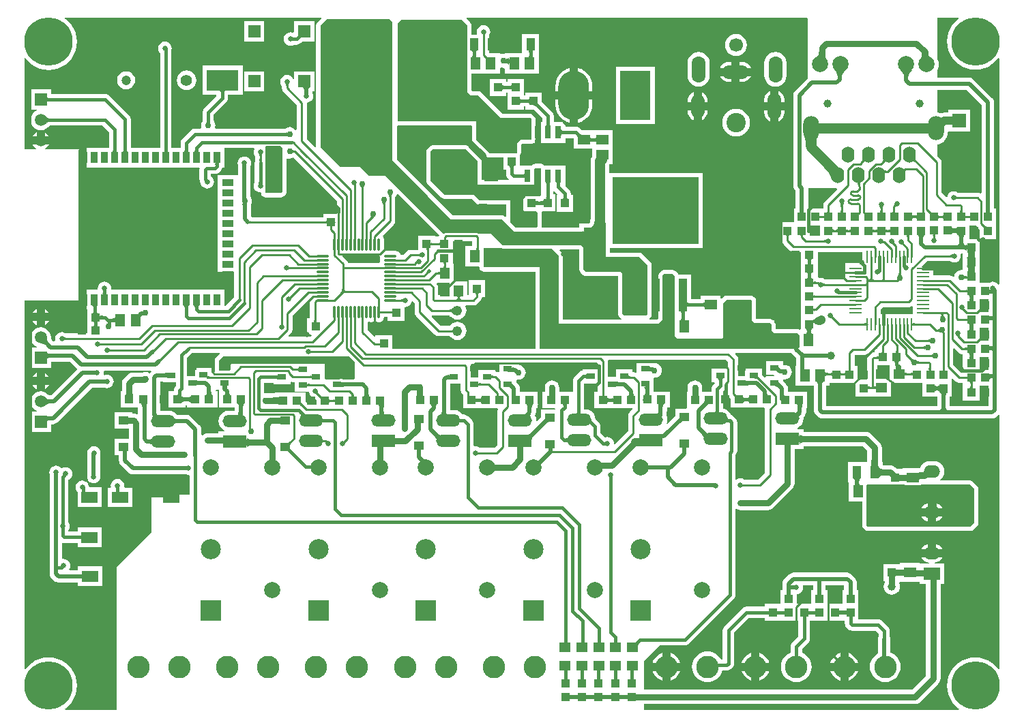
<source format=gtl>
G04*
G04 #@! TF.GenerationSoftware,Altium Limited,Altium Designer,20.2.6 (244)*
G04*
G04 Layer_Physical_Order=1*
G04 Layer_Color=255*
%FSLAX24Y24*%
%MOIN*%
G70*
G04*
G04 #@! TF.SameCoordinates,6B0B31F8-34BC-4807-AF79-D9433D138100*
G04*
G04*
G04 #@! TF.FilePolarity,Positive*
G04*
G01*
G75*
%ADD15C,0.0100*%
%ADD26R,0.0787X0.0551*%
%ADD27R,0.1181X0.0591*%
%ADD28O,0.1181X0.0591*%
%ADD29R,0.0394X0.0433*%
%ADD30R,0.0550X0.0500*%
%ADD31R,0.0669X0.0669*%
%ADD32C,0.0394*%
%ADD33R,0.0512X0.0591*%
%ADD34R,0.0433X0.0394*%
%ADD35R,0.0472X0.0394*%
%ADD36R,0.0669X0.0669*%
%ADD37R,0.2362X0.3937*%
%ADD38R,0.0591X0.0512*%
%ADD39R,0.0339X0.0571*%
%ADD40R,0.0571X0.0339*%
%ADD41R,0.1378X0.1378*%
%ADD42R,0.0433X0.0276*%
%ADD43R,0.1575X0.1024*%
%ADD44R,0.0591X0.0591*%
%ADD45R,0.0591X0.0591*%
G04:AMPARAMS|DCode=46|XSize=61mil|YSize=10.6mil|CornerRadius=2.8mil|HoleSize=0mil|Usage=FLASHONLY|Rotation=0.000|XOffset=0mil|YOffset=0mil|HoleType=Round|Shape=RoundedRectangle|*
%AMROUNDEDRECTD46*
21,1,0.0610,0.0051,0,0,0.0*
21,1,0.0555,0.0106,0,0,0.0*
1,1,0.0055,0.0277,-0.0026*
1,1,0.0055,-0.0277,-0.0026*
1,1,0.0055,-0.0277,0.0026*
1,1,0.0055,0.0277,0.0026*
%
%ADD46ROUNDEDRECTD46*%
G04:AMPARAMS|DCode=47|XSize=61mil|YSize=10.6mil|CornerRadius=2.8mil|HoleSize=0mil|Usage=FLASHONLY|Rotation=90.000|XOffset=0mil|YOffset=0mil|HoleType=Round|Shape=RoundedRectangle|*
%AMROUNDEDRECTD47*
21,1,0.0610,0.0051,0,0,90.0*
21,1,0.0555,0.0106,0,0,90.0*
1,1,0.0055,0.0026,0.0277*
1,1,0.0055,0.0026,-0.0277*
1,1,0.0055,-0.0026,-0.0277*
1,1,0.0055,-0.0026,0.0277*
%
%ADD47ROUNDEDRECTD47*%
%ADD48R,0.0669X0.0984*%
%ADD49R,0.0433X0.0591*%
%ADD50R,0.1220X0.0945*%
%ADD51R,0.0276X0.0630*%
%ADD52R,0.0410X0.1590*%
%ADD53R,0.4230X0.3270*%
%ADD54R,0.0551X0.0472*%
%ADD55R,0.1102X0.1575*%
%ADD56R,0.0614X0.0110*%
%ADD57R,0.0110X0.0614*%
%ADD58R,0.0551X0.0472*%
%ADD59R,0.0472X0.0551*%
%ADD60R,0.1063X0.0630*%
%ADD100R,0.0984X0.0984*%
%ADD101C,0.0984*%
%ADD102C,0.0787*%
%ADD113C,0.0150*%
%ADD114C,0.0200*%
%ADD115C,0.0300*%
%ADD116C,0.0500*%
%ADD117C,0.0400*%
%ADD118C,0.0120*%
%ADD119C,0.0669*%
%ADD120O,0.1299X0.0669*%
%ADD121O,0.0669X0.1142*%
%ADD122O,0.0669X0.1299*%
%ADD123C,0.0945*%
%ADD124C,0.1100*%
%ADD125C,0.2362*%
%ADD126O,0.1500X0.2400*%
%ADD127R,0.1500X0.2400*%
%ADD128C,0.0480*%
%ADD129O,0.0630X0.0787*%
%ADD130O,0.0787X0.1181*%
%ADD131R,0.0800X0.0600*%
%ADD132O,0.0800X0.0600*%
%ADD133C,0.0591*%
%ADD134C,0.0250*%
%ADD135C,0.0200*%
%ADD136C,0.0300*%
%ADD137C,0.0551*%
%ADD138C,0.0472*%
G36*
X24876Y32256D02*
X24863Y32251D01*
X24852Y32244D01*
X24842Y32233D01*
X24834Y32219D01*
X24827Y32203D01*
X24822Y32183D01*
X24818Y32160D01*
X24816Y32135D01*
X24815Y32106D01*
X24665D01*
X24664Y32135D01*
X24662Y32160D01*
X24658Y32183D01*
X24653Y32203D01*
X24646Y32219D01*
X24638Y32233D01*
X24628Y32244D01*
X24617Y32251D01*
X24604Y32256D01*
X24590Y32257D01*
X24890D01*
X24876Y32256D01*
D02*
G37*
G36*
X22110Y32246D02*
X22097Y32241D01*
X22086Y32234D01*
X22076Y32223D01*
X22068Y32209D01*
X22061Y32193D01*
X22056Y32173D01*
X22052Y32150D01*
X22050Y32125D01*
X22049Y32096D01*
X21899D01*
X21898Y32125D01*
X21896Y32150D01*
X21892Y32173D01*
X21887Y32193D01*
X21880Y32209D01*
X21872Y32223D01*
X21862Y32234D01*
X21851Y32241D01*
X21838Y32246D01*
X21824Y32247D01*
X22124D01*
X22110Y32246D01*
D02*
G37*
G36*
X22050Y32046D02*
X22052Y32020D01*
X22056Y31998D01*
X22061Y31978D01*
X22068Y31962D01*
X22076Y31948D01*
X22086Y31938D01*
X22097Y31930D01*
X22110Y31926D01*
X22124Y31924D01*
X21824D01*
X21838Y31926D01*
X21851Y31930D01*
X21862Y31938D01*
X21872Y31948D01*
X21880Y31962D01*
X21887Y31978D01*
X21892Y31998D01*
X21896Y32020D01*
X21898Y32046D01*
X21899Y32074D01*
X22049D01*
X22050Y32046D01*
D02*
G37*
G36*
X24816Y32045D02*
X24818Y32020D01*
X24822Y31997D01*
X24827Y31977D01*
X24834Y31961D01*
X24842Y31947D01*
X24852Y31936D01*
X24863Y31929D01*
X24876Y31924D01*
X24890Y31923D01*
X24590D01*
X24604Y31924D01*
X24617Y31929D01*
X24628Y31936D01*
X24638Y31947D01*
X24646Y31961D01*
X24653Y31977D01*
X24658Y31997D01*
X24662Y32020D01*
X24664Y32045D01*
X24665Y32074D01*
X24815D01*
X24816Y32045D01*
D02*
G37*
G36*
X23672Y31531D02*
X23670Y31550D01*
X23664Y31567D01*
X23654Y31582D01*
X23640Y31595D01*
X23622Y31606D01*
X23600Y31615D01*
X23574Y31622D01*
X23544Y31627D01*
X23509Y31630D01*
X23471Y31631D01*
Y31831D01*
X23509Y31832D01*
X23539Y31834D01*
X23540Y31840D01*
X23542Y31839D01*
X23546Y31837D01*
X23551Y31836D01*
X23573Y31839D01*
X23599Y31846D01*
X23621Y31854D01*
X23639Y31864D01*
X23653Y31877D01*
X23663Y31891D01*
X23669Y31906D01*
X23671Y31924D01*
X23672Y31531D01*
D02*
G37*
G36*
X44146Y32147D02*
X44151Y32112D01*
X44158Y32079D01*
X44167Y32048D01*
X44180Y32019D01*
X44196Y31993D01*
X44214Y31969D01*
X44235Y31947D01*
X44259Y31927D01*
X44285Y31910D01*
X43756Y31781D01*
X43773Y31809D01*
X43788Y31839D01*
X43802Y31869D01*
X43813Y31901D01*
X43823Y31934D01*
X43831Y31968D01*
X43837Y32003D01*
X43841Y32039D01*
X43845Y32115D01*
X44145Y32185D01*
X44146Y32147D01*
D02*
G37*
G36*
X39115Y32115D02*
X39116Y32077D01*
X39123Y32004D01*
X39130Y31969D01*
X39138Y31935D01*
X39148Y31901D01*
X39160Y31869D01*
X39173Y31837D01*
X39189Y31807D01*
X39206Y31777D01*
X38671Y31908D01*
X38698Y31926D01*
X38723Y31947D01*
X38744Y31969D01*
X38763Y31995D01*
X38779Y32022D01*
X38792Y32052D01*
X38802Y32084D01*
X38809Y32119D01*
X38814Y32156D01*
X38815Y32195D01*
X39115Y32115D01*
D02*
G37*
G36*
X38290Y33830D02*
Y31697D01*
X38287Y31686D01*
X38275Y31569D01*
X38287Y31453D01*
X38290Y31442D01*
Y30895D01*
X38276Y30884D01*
X37666Y30274D01*
X37618Y30211D01*
X37588Y30138D01*
X37577Y30060D01*
Y25622D01*
X37588Y25544D01*
X37618Y25471D01*
X37666Y25408D01*
X37687Y25387D01*
Y24521D01*
X37593D01*
Y23847D01*
X36893D01*
Y23013D01*
X37035D01*
Y22946D01*
X37055Y22848D01*
X37110Y22766D01*
X37411Y22465D01*
X37493Y22410D01*
X37591Y22390D01*
X37938D01*
Y21853D01*
Y21175D01*
Y20497D01*
Y19819D01*
Y19141D01*
Y18691D01*
X37937Y18687D01*
X37938Y18675D01*
X37935Y18664D01*
X37938Y18650D01*
Y18615D01*
X37888Y18588D01*
X37858Y18608D01*
X37780Y18624D01*
X36724D01*
X36704Y18644D01*
Y18840D01*
X36688Y18918D01*
X36655Y18968D01*
Y19058D01*
X36569D01*
X36508Y19098D01*
X36430Y19114D01*
X35754D01*
Y20010D01*
X35754Y20010D01*
X35738Y20088D01*
X35694Y20154D01*
X35694Y20154D01*
X35654Y20194D01*
X35588Y20238D01*
X35510Y20254D01*
X34300D01*
X34222Y20238D01*
X34156Y20194D01*
X34071Y20110D01*
X34025Y20129D01*
Y20262D01*
X33035D01*
Y20097D01*
X32575D01*
Y21288D01*
X31952D01*
X31948Y21308D01*
X31904Y21374D01*
X31824Y21454D01*
X31758Y21498D01*
X31680Y21514D01*
X31250Y21514D01*
X31172Y21498D01*
X31106Y21454D01*
X31046Y21394D01*
X31002Y21328D01*
X30986Y21250D01*
X30986Y19164D01*
X30896Y19074D01*
X30547D01*
X30531Y19124D01*
X30534Y19126D01*
X30584Y19176D01*
X30628Y19242D01*
X30644Y19320D01*
Y21760D01*
X30628Y21838D01*
X30584Y21904D01*
X30194Y22294D01*
X30128Y22338D01*
X30050Y22354D01*
X28624D01*
Y22573D01*
X33145D01*
Y26242D01*
X28574D01*
Y26664D01*
X28586Y26680D01*
X28745D01*
Y27428D01*
Y28340D01*
X27825D01*
Y28350D01*
X27234D01*
X27203Y28377D01*
X27178Y28401D01*
X27172Y28405D01*
X27138Y28439D01*
X27080Y28483D01*
X27013Y28511D01*
X26942Y28520D01*
X26428D01*
Y28714D01*
X26428Y28748D01*
X26467Y28784D01*
X26504Y28764D01*
X26650Y28720D01*
Y29850D01*
X25946D01*
Y29600D01*
X25963Y29424D01*
X26014Y29254D01*
X26098Y29098D01*
X26211Y28961D01*
X26348Y28848D01*
X26423Y28808D01*
X26410Y28758D01*
X26382Y28758D01*
X25867D01*
Y29040D01*
X25858Y29112D01*
X25830Y29179D01*
X25786Y29236D01*
X25324Y29698D01*
X25321Y29704D01*
X25271Y29758D01*
X25267Y29762D01*
Y29769D01*
X25268Y29777D01*
X25267Y29784D01*
Y30197D01*
X24473D01*
Y30057D01*
X24407D01*
Y30866D01*
X23613D01*
Y30727D01*
X23547D01*
Y30866D01*
X22753D01*
Y30033D01*
X23547D01*
Y30172D01*
X23613D01*
Y30033D01*
Y29363D01*
X24407D01*
Y29503D01*
X24473D01*
Y29363D01*
X24846D01*
X24854Y29362D01*
X24861Y29363D01*
X24867D01*
X24898Y29337D01*
X24924Y29312D01*
X24930Y29308D01*
X25313Y28925D01*
Y28758D01*
X25252D01*
Y28570D01*
X25249Y28557D01*
X25252Y28544D01*
X25251Y28531D01*
X25252Y28528D01*
Y27728D01*
X26428D01*
Y27966D01*
X26822D01*
X26829Y27959D01*
X26835Y27951D01*
Y27438D01*
X27755D01*
Y27160D01*
X27751Y27131D01*
X27751Y27130D01*
X27751Y27130D01*
Y27095D01*
X27727Y27064D01*
X27682Y26955D01*
X27666Y26837D01*
Y24100D01*
X27664Y24013D01*
X27658Y23942D01*
X27648Y23884D01*
X27636Y23841D01*
X27625Y23813D01*
X27617Y23800D01*
X27598Y23798D01*
X27597Y23797D01*
X27119D01*
Y23574D01*
X25308D01*
X25267Y23624D01*
X25274Y23660D01*
Y24320D01*
X25270Y24339D01*
X25302Y24378D01*
X25957D01*
Y25211D01*
X25852D01*
Y25353D01*
X25902Y25365D01*
X26036Y25232D01*
X26023Y25201D01*
X26023D01*
Y24368D01*
X26817D01*
Y25201D01*
X26697D01*
Y25240D01*
X26688Y25312D01*
X26660Y25379D01*
X26616Y25436D01*
X26428Y25624D01*
Y25790D01*
X26431Y25803D01*
X26428Y25816D01*
X26429Y25829D01*
X26428Y25832D01*
Y26632D01*
X25386D01*
X25374Y26644D01*
X25308Y26688D01*
X25230Y26704D01*
X24960D01*
X24960Y26704D01*
X24882Y26688D01*
X24816Y26644D01*
X24816Y26644D01*
X24804Y26632D01*
X24252D01*
Y26632D01*
X24207Y26643D01*
Y27108D01*
X24214Y27116D01*
X24258Y27182D01*
X24274Y27260D01*
Y27626D01*
X24324Y27676D01*
X24740D01*
X24818Y27692D01*
X24873Y27728D01*
X24928D01*
Y27786D01*
X24958Y27832D01*
X24974Y27910D01*
Y27923D01*
X24970Y27925D01*
X24962Y27928D01*
X24953Y27929D01*
X24974D01*
Y28930D01*
X24958Y29008D01*
X24914Y29074D01*
X24884Y29104D01*
X24818Y29148D01*
X24740Y29164D01*
X23354D01*
X22314Y30204D01*
X22248Y30248D01*
X22170Y30264D01*
X21884D01*
X21844Y30304D01*
Y31135D01*
X23240D01*
Y31392D01*
X23290Y31425D01*
X23329Y31409D01*
X23420Y31397D01*
X23432Y31399D01*
X23470Y31366D01*
Y31135D01*
X25130D01*
Y32055D01*
X25157D01*
Y33045D01*
X24323D01*
Y32125D01*
X23699D01*
X23694Y32127D01*
X23682Y32126D01*
X23671Y32128D01*
X23657Y32125D01*
X23470D01*
Y32125D01*
X23441Y32100D01*
X23420Y32103D01*
X23329Y32091D01*
X23290Y32075D01*
X23240Y32108D01*
Y32125D01*
X22695D01*
Y32958D01*
X22724Y32996D01*
X22757Y33075D01*
X22768Y33160D01*
X22757Y33245D01*
X22724Y33324D01*
X22672Y33392D01*
X22604Y33444D01*
X22525Y33477D01*
X22440Y33488D01*
X22355Y33477D01*
X22276Y33444D01*
X22208Y33392D01*
X22156Y33324D01*
X22123Y33245D01*
X22112Y33160D01*
X22122Y33085D01*
X22094Y33035D01*
X21844D01*
Y33490D01*
X21844Y33490D01*
X21828Y33568D01*
X21784Y33634D01*
X21605Y33814D01*
X21624Y33860D01*
X38252D01*
X38290Y33830D01*
D02*
G37*
G36*
X43330Y31254D02*
X43301Y31219D01*
X43274Y31185D01*
X43251Y31152D01*
X43232Y31118D01*
X43216Y31084D01*
X43204Y31051D01*
X43195Y31018D01*
X43190Y30985D01*
X43188Y30952D01*
X42988D01*
X42986Y30985D01*
X42981Y31018D01*
X42972Y31051D01*
X42960Y31084D01*
X42944Y31118D01*
X42925Y31152D01*
X42902Y31185D01*
X42876Y31219D01*
X42846Y31254D01*
X42813Y31288D01*
X43364D01*
X43330Y31254D01*
D02*
G37*
G36*
X40124Y31267D02*
X40089Y31236D01*
X40058Y31205D01*
X40030Y31173D01*
X40006Y31142D01*
X39986Y31110D01*
X39969Y31077D01*
X39957Y31045D01*
X39947Y31012D01*
X39942Y30979D01*
X39940Y30945D01*
X39740Y30962D01*
X39738Y30994D01*
X39733Y31027D01*
X39725Y31060D01*
X39713Y31094D01*
X39699Y31128D01*
X39680Y31164D01*
X39659Y31200D01*
X39634Y31236D01*
X39574Y31311D01*
X40124Y31267D01*
D02*
G37*
G36*
X12910Y30623D02*
X12904Y30615D01*
X12898Y30606D01*
X12894Y30597D01*
X12889Y30587D01*
X12886Y30577D01*
X12883Y30566D01*
X12881Y30555D01*
X12880Y30543D01*
X12880Y30530D01*
X12780D01*
X12780Y30543D01*
X12779Y30555D01*
X12777Y30566D01*
X12774Y30577D01*
X12771Y30587D01*
X12766Y30597D01*
X12762Y30606D01*
X12756Y30615D01*
X12750Y30623D01*
X12743Y30631D01*
X12917D01*
X12910Y30623D01*
D02*
G37*
G36*
X23814Y30299D02*
X23813Y30314D01*
X23808Y30326D01*
X23801Y30338D01*
X23790Y30347D01*
X23777Y30356D01*
X23760Y30362D01*
X23741Y30368D01*
X23718Y30371D01*
X23693Y30374D01*
X23664Y30374D01*
Y30524D01*
X23693Y30525D01*
X23718Y30527D01*
X23741Y30531D01*
X23760Y30536D01*
X23777Y30543D01*
X23790Y30551D01*
X23801Y30561D01*
X23808Y30572D01*
X23813Y30585D01*
X23814Y30599D01*
Y30299D01*
D02*
G37*
G36*
X23347Y30585D02*
X23352Y30572D01*
X23359Y30561D01*
X23370Y30551D01*
X23383Y30543D01*
X23400Y30536D01*
X23419Y30531D01*
X23442Y30527D01*
X23467Y30525D01*
X23496Y30524D01*
Y30374D01*
X23467Y30374D01*
X23442Y30371D01*
X23419Y30368D01*
X23400Y30362D01*
X23383Y30356D01*
X23370Y30347D01*
X23359Y30338D01*
X23352Y30326D01*
X23347Y30314D01*
X23346Y30299D01*
Y30599D01*
X23347Y30585D01*
D02*
G37*
G36*
X13965Y30445D02*
X13947Y30443D01*
X13931Y30437D01*
X13917Y30427D01*
X13904Y30413D01*
X13894Y30395D01*
X13886Y30373D01*
X13879Y30347D01*
X13874Y30317D01*
X13871Y30283D01*
X13870Y30245D01*
X13670D01*
X13669Y30284D01*
X13666Y30318D01*
X13661Y30348D01*
X13654Y30374D01*
X13645Y30396D01*
X13634Y30414D01*
X13621Y30428D01*
X13606Y30438D01*
X13589Y30445D01*
X13570Y30447D01*
X13965Y30445D01*
D02*
G37*
G36*
X9816Y30278D02*
X9804Y30273D01*
X9792Y30266D01*
X9783Y30255D01*
X9774Y30242D01*
X9768Y30225D01*
X9762Y30206D01*
X9759Y30183D01*
X9756Y30158D01*
X9756Y30129D01*
X9606D01*
X9605Y30158D01*
X9603Y30183D01*
X9599Y30206D01*
X9594Y30225D01*
X9587Y30242D01*
X9579Y30255D01*
X9569Y30266D01*
X9558Y30273D01*
X9545Y30278D01*
X9531Y30279D01*
X9831D01*
X9816Y30278D01*
D02*
G37*
G36*
X1094Y29986D02*
X1099Y29973D01*
X1106Y29962D01*
X1117Y29952D01*
X1131Y29944D01*
X1147Y29937D01*
X1167Y29932D01*
X1190Y29928D01*
X1215Y29926D01*
X1244Y29925D01*
Y29775D01*
X1215Y29774D01*
X1190Y29772D01*
X1167Y29768D01*
X1147Y29763D01*
X1131Y29756D01*
X1117Y29748D01*
X1106Y29738D01*
X1099Y29727D01*
X1094Y29714D01*
X1093Y29700D01*
Y30000D01*
X1094Y29986D01*
D02*
G37*
G36*
X24674Y29630D02*
X24673Y29644D01*
X24668Y29657D01*
X24661Y29668D01*
X24650Y29678D01*
X24637Y29686D01*
X24620Y29693D01*
X24601Y29698D01*
X24578Y29702D01*
X24553Y29704D01*
X24524Y29705D01*
Y29855D01*
X24553Y29856D01*
X24578Y29858D01*
X24601Y29862D01*
X24620Y29867D01*
X24637Y29874D01*
X24650Y29882D01*
X24661Y29892D01*
X24668Y29903D01*
X24673Y29916D01*
X24674Y29930D01*
Y29630D01*
D02*
G37*
G36*
X24206Y29916D02*
X24211Y29903D01*
X24218Y29892D01*
X24229Y29882D01*
X24242Y29874D01*
X24259Y29867D01*
X24279Y29862D01*
X24301Y29858D01*
X24327Y29856D01*
X24356Y29855D01*
Y29705D01*
X24327Y29704D01*
X24301Y29702D01*
X24279Y29698D01*
X24259Y29693D01*
X24242Y29686D01*
X24229Y29678D01*
X24218Y29668D01*
X24211Y29657D01*
X24206Y29644D01*
X24204Y29630D01*
Y29930D01*
X24206Y29916D01*
D02*
G37*
G36*
X25056Y29765D02*
X25052Y29752D01*
X25052Y29736D01*
X25056Y29718D01*
X25065Y29698D01*
X25078Y29675D01*
X25095Y29651D01*
X25116Y29624D01*
X25172Y29565D01*
X25066Y29459D01*
X25035Y29488D01*
X24979Y29535D01*
X24955Y29552D01*
X24933Y29565D01*
X24913Y29574D01*
X24895Y29578D01*
X24879Y29578D01*
X24865Y29574D01*
X24854Y29566D01*
X25064Y29777D01*
X25056Y29765D01*
D02*
G37*
G36*
X9055Y28784D02*
X9058Y28755D01*
X9060Y28742D01*
X9062Y28730D01*
X9066Y28719D01*
X9070Y28710D01*
X9074Y28701D01*
X9079Y28694D01*
X9085Y28687D01*
X8875D01*
X8881Y28694D01*
X8886Y28701D01*
X8890Y28710D01*
X8894Y28719D01*
X8898Y28730D01*
X8900Y28742D01*
X8902Y28755D01*
X8904Y28769D01*
X8905Y28800D01*
X9055D01*
X9055Y28784D01*
D02*
G37*
G36*
X1037Y29032D02*
X1062Y29009D01*
X1088Y28990D01*
X1113Y28972D01*
X1138Y28958D01*
X1164Y28946D01*
X1189Y28937D01*
X1213Y28930D01*
X1238Y28926D01*
X1263Y28925D01*
Y28775D01*
X1238Y28774D01*
X1213Y28770D01*
X1189Y28763D01*
X1164Y28754D01*
X1138Y28742D01*
X1113Y28728D01*
X1088Y28710D01*
X1062Y28691D01*
X1037Y28668D01*
X1011Y28643D01*
Y29057D01*
X1037Y29032D01*
D02*
G37*
G36*
X25666Y28678D02*
X25671Y28630D01*
X25675Y28611D01*
X25680Y28594D01*
X25687Y28581D01*
X25695Y28570D01*
X25704Y28563D01*
X25715Y28558D01*
X25727Y28557D01*
X25453D01*
X25465Y28558D01*
X25476Y28563D01*
X25485Y28570D01*
X25493Y28581D01*
X25500Y28594D01*
X25505Y28611D01*
X25509Y28630D01*
X25513Y28653D01*
X25514Y28678D01*
X25515Y28707D01*
X25665D01*
X25666Y28678D01*
D02*
G37*
G36*
X26227Y28379D02*
X26231Y28366D01*
X26239Y28355D01*
X26250Y28345D01*
X26263Y28337D01*
X26280Y28330D01*
X26299Y28325D01*
X26322Y28321D01*
X26348Y28319D01*
X26377Y28318D01*
Y28168D01*
X26348Y28167D01*
X26322Y28165D01*
X26299Y28161D01*
X26280Y28156D01*
X26263Y28149D01*
X26250Y28141D01*
X26239Y28131D01*
X26231Y28120D01*
X26227Y28107D01*
X26225Y28093D01*
Y28393D01*
X26227Y28379D01*
D02*
G37*
G36*
X12857Y28045D02*
X12850Y28051D01*
X12843Y28056D01*
X12834Y28060D01*
X12824Y28064D01*
X12814Y28068D01*
X12802Y28070D01*
X12789Y28072D01*
X12775Y28074D01*
X12744Y28075D01*
Y28225D01*
X12760Y28225D01*
X12789Y28228D01*
X12802Y28230D01*
X12814Y28233D01*
X12824Y28236D01*
X12834Y28240D01*
X12843Y28244D01*
X12850Y28249D01*
X12857Y28255D01*
Y28045D01*
D02*
G37*
G36*
X27064Y28227D02*
X27115Y28183D01*
X27137Y28167D01*
X27157Y28154D01*
X27175Y28145D01*
X27190Y28140D01*
X27204Y28139D01*
X27215Y28141D01*
X27224Y28148D01*
X27037Y27960D01*
X27043Y27969D01*
X27046Y27981D01*
X27045Y27994D01*
X27039Y28010D01*
X27031Y28028D01*
X27018Y28048D01*
X27002Y28070D01*
X26981Y28094D01*
X26930Y28149D01*
X27036Y28255D01*
X27064Y28227D01*
D02*
G37*
G36*
X27956Y27734D02*
X27954Y27748D01*
X27950Y27761D01*
X27942Y27772D01*
X27932Y27782D01*
X27918Y27790D01*
X27902Y27797D01*
X27882Y27802D01*
X27860Y27806D01*
X27834Y27808D01*
X27806Y27809D01*
Y27959D01*
X27834Y27960D01*
X27860Y27962D01*
X27882Y27966D01*
X27902Y27971D01*
X27918Y27978D01*
X27932Y27986D01*
X27942Y27996D01*
X27950Y28007D01*
X27954Y28020D01*
X27956Y28034D01*
Y27734D01*
D02*
G37*
G36*
X27626Y28020D02*
X27630Y28007D01*
X27638Y27996D01*
X27648Y27986D01*
X27662Y27978D01*
X27678Y27971D01*
X27698Y27966D01*
X27720Y27962D01*
X27746Y27960D01*
X27774Y27959D01*
Y27809D01*
X27746Y27808D01*
X27720Y27806D01*
X27698Y27802D01*
X27678Y27797D01*
X27662Y27790D01*
X27648Y27782D01*
X27638Y27772D01*
X27630Y27761D01*
X27626Y27748D01*
X27624Y27734D01*
Y28034D01*
X27626Y28020D01*
D02*
G37*
G36*
X13079Y27817D02*
X13082Y27816D01*
X13086Y27814D01*
X13090Y27813D01*
X13095Y27812D01*
X13107Y27811D01*
X13114Y27810D01*
X13130Y27810D01*
Y27710D01*
X13122Y27710D01*
X13101Y27709D01*
X13095Y27708D01*
X13086Y27706D01*
X13082Y27704D01*
X13079Y27703D01*
X13076Y27701D01*
Y27819D01*
X13079Y27817D01*
D02*
G37*
G36*
X14525Y33814D02*
X14316Y33604D01*
X14272Y33538D01*
X14256Y33460D01*
Y27545D01*
X14206Y27524D01*
X13805Y27926D01*
Y29690D01*
X13809Y29696D01*
X13865Y29703D01*
X13944Y29736D01*
X14012Y29788D01*
X14064Y29856D01*
X14097Y29935D01*
X14108Y30020D01*
X14097Y30105D01*
X14073Y30162D01*
Y30235D01*
X14074Y30240D01*
X14074Y30244D01*
X14166D01*
Y30431D01*
X14168Y30445D01*
X14166Y30456D01*
X14167Y30468D01*
X14166Y30473D01*
Y31235D01*
X13175D01*
Y30867D01*
X13125Y30857D01*
X13114Y30884D01*
X13062Y30952D01*
X12994Y31004D01*
X12915Y31037D01*
X12830Y31048D01*
X12745Y31037D01*
X12666Y31004D01*
X12598Y30952D01*
X12546Y30884D01*
X12513Y30805D01*
X12502Y30720D01*
X12513Y30635D01*
X12546Y30556D01*
X12575Y30518D01*
Y30410D01*
X12594Y30312D01*
X12650Y30230D01*
X13295Y29584D01*
Y28375D01*
X13245Y28358D01*
X13213Y28400D01*
X13140Y28456D01*
X13055Y28491D01*
X12964Y28503D01*
X12872Y28491D01*
X12787Y28456D01*
X12753Y28429D01*
X12750Y28429D01*
X12740Y28429D01*
X12733Y28427D01*
X9341D01*
X9313Y28469D01*
X9321Y28489D01*
X9333Y28580D01*
X9321Y28671D01*
X9286Y28757D01*
X9259Y28791D01*
X9259Y28794D01*
X9259Y28804D01*
X9257Y28811D01*
Y29114D01*
X9877Y29733D01*
X9921Y29791D01*
X9949Y29858D01*
X9958Y29929D01*
Y30078D01*
X10668D01*
Y31502D01*
X8693D01*
Y30078D01*
X9367D01*
X9387Y30028D01*
X8784Y29425D01*
X8740Y29367D01*
X8726Y29335D01*
X8712Y29300D01*
X8703Y29229D01*
Y28814D01*
X8701Y28808D01*
X8701Y28791D01*
X8674Y28757D01*
X8639Y28671D01*
X8627Y28580D01*
X8639Y28489D01*
X8647Y28469D01*
X8619Y28427D01*
X8330D01*
X8258Y28418D01*
X8191Y28390D01*
X8134Y28346D01*
X7714Y27926D01*
X7670Y27869D01*
X7642Y27802D01*
X7633Y27730D01*
Y27495D01*
X7187D01*
Y32281D01*
X7198Y32360D01*
X7187Y32445D01*
X7154Y32524D01*
X7102Y32592D01*
X7034Y32644D01*
X6955Y32677D01*
X6870Y32688D01*
X6785Y32677D01*
X6706Y32644D01*
X6638Y32592D01*
X6586Y32524D01*
X6553Y32445D01*
X6542Y32360D01*
X6553Y32275D01*
X6586Y32196D01*
X6633Y32135D01*
Y27495D01*
X5197D01*
Y28870D01*
X5188Y28942D01*
X5160Y29009D01*
X5116Y29066D01*
X4136Y30046D01*
X4079Y30090D01*
X4012Y30118D01*
X3940Y30127D01*
X1295D01*
Y30345D01*
X305D01*
Y29355D01*
X594D01*
X604Y29305D01*
X550Y29283D01*
X447Y29203D01*
X367Y29100D01*
X317Y28979D01*
X300Y28850D01*
X317Y28721D01*
X367Y28600D01*
X447Y28497D01*
X550Y28417D01*
X671Y28367D01*
X800Y28350D01*
X929Y28367D01*
X1050Y28417D01*
X1153Y28497D01*
X1155Y28499D01*
X1175Y28518D01*
X1192Y28533D01*
X1207Y28545D01*
X1221Y28554D01*
X1233Y28561D01*
X1242Y28566D01*
X1250Y28568D01*
X1256Y28570D01*
X1260Y28571D01*
X1274Y28571D01*
X1279Y28573D01*
X3815D01*
X4133Y28255D01*
Y27495D01*
X3041D01*
Y27316D01*
X3043Y27312D01*
X3054Y27302D01*
X3065Y27296D01*
X3078Y27294D01*
X3041D01*
Y26525D01*
X8529D01*
X8562Y26475D01*
X8562Y26474D01*
X8553Y26402D01*
Y25957D01*
X8562Y25885D01*
X8590Y25818D01*
X8617Y25783D01*
X8623Y25735D01*
X8656Y25656D01*
X8708Y25588D01*
X8776Y25536D01*
X8855Y25503D01*
X8940Y25492D01*
X9025Y25503D01*
X9104Y25536D01*
X9172Y25588D01*
X9224Y25656D01*
X9257Y25735D01*
X9268Y25820D01*
X9257Y25905D01*
X9224Y25984D01*
X9172Y26052D01*
X9107Y26101D01*
Y26213D01*
X9322D01*
X9394Y26222D01*
X9461Y26250D01*
X9518Y26294D01*
X9606Y26382D01*
X9650Y26439D01*
X9678Y26506D01*
X9680Y26525D01*
X9779D01*
Y27483D01*
X11210D01*
X11237Y27433D01*
X11213Y27375D01*
X11202Y27290D01*
X11213Y27205D01*
X11246Y27126D01*
X11275Y27088D01*
Y26863D01*
X11262Y26832D01*
X11253Y26760D01*
Y25814D01*
X11251Y25807D01*
X11251Y25800D01*
X11246Y25794D01*
X11213Y25715D01*
X11202Y25630D01*
X11213Y25545D01*
X11246Y25466D01*
X11298Y25398D01*
X11366Y25346D01*
X11445Y25313D01*
X11530Y25302D01*
X11536Y25303D01*
X11573Y25270D01*
X11574Y25270D01*
X11589Y25192D01*
X11634Y25126D01*
X11700Y25082D01*
X11778Y25066D01*
X12528Y25066D01*
X12606Y25082D01*
X12673Y25126D01*
X12764Y25217D01*
X12808Y25284D01*
X12824Y25362D01*
X12824Y26943D01*
X12857Y26965D01*
X12874Y26968D01*
X12960Y26957D01*
X13051Y26969D01*
X13137Y27004D01*
X13147Y27012D01*
X15286Y24873D01*
Y24677D01*
X15345Y24621D01*
X15291Y24463D01*
X15286Y24468D01*
Y24262D01*
X14593D01*
Y24100D01*
X11155D01*
X11096Y24102D01*
X11096Y24102D01*
X11063Y24135D01*
Y24661D01*
X11064Y24668D01*
X11064Y24683D01*
X11064Y24691D01*
X11066Y24693D01*
X11101Y24779D01*
X11113Y24870D01*
X11101Y24961D01*
X11066Y25047D01*
X11060Y25054D01*
X11059Y25066D01*
X11059Y25077D01*
X11058Y25081D01*
X11059Y25085D01*
X11058Y25090D01*
Y26633D01*
X11067Y26655D01*
X11078Y26740D01*
X11067Y26825D01*
X11034Y26904D01*
X10982Y26972D01*
X10914Y27024D01*
X10835Y27057D01*
X10750Y27068D01*
X10665Y27057D01*
X10586Y27024D01*
X10518Y26972D01*
X10466Y26904D01*
X10433Y26825D01*
X10422Y26740D01*
X10433Y26655D01*
X10452Y26609D01*
Y26189D01*
X10419Y26153D01*
X9448D01*
Y25414D01*
Y24914D01*
Y24414D01*
Y23914D01*
Y23414D01*
Y22914D01*
Y22414D01*
Y21914D01*
Y21414D01*
X10255D01*
Y20177D01*
X9845Y19767D01*
X9779D01*
Y20543D01*
X4267D01*
X4234Y20580D01*
X4238Y20610D01*
X4227Y20695D01*
X4194Y20774D01*
X4142Y20842D01*
X4074Y20894D01*
X3995Y20927D01*
X3910Y20938D01*
X3825Y20927D01*
X3746Y20894D01*
X3678Y20842D01*
X3626Y20774D01*
X3593Y20695D01*
X3582Y20610D01*
X3586Y20580D01*
X3553Y20543D01*
X3041D01*
Y20364D01*
X3043Y20359D01*
X3054Y20349D01*
X3065Y20343D01*
X3078Y20341D01*
X3041D01*
Y19773D01*
X3078D01*
X3061Y19771D01*
X3046Y19765D01*
X3041Y19761D01*
Y19572D01*
X3068D01*
Y18803D01*
Y18405D01*
X2042D01*
X2004Y18434D01*
X1925Y18467D01*
X1840Y18478D01*
X1755Y18467D01*
X1676Y18434D01*
X1608Y18382D01*
X1556Y18314D01*
X1523Y18235D01*
X1512Y18150D01*
X1521Y18083D01*
X1489Y18033D01*
X1405D01*
X1345Y18093D01*
X1342Y18097D01*
X1329Y18112D01*
X1322Y18120D01*
X1317Y18128D01*
X1313Y18136D01*
X1309Y18145D01*
X1306Y18154D01*
X1303Y18165D01*
X1301Y18176D01*
X1300Y18190D01*
X1299Y18208D01*
X1300Y18210D01*
X1283Y18339D01*
X1233Y18460D01*
X1153Y18563D01*
X1050Y18643D01*
X929Y18693D01*
X800Y18710D01*
X671Y18693D01*
X550Y18643D01*
X447Y18563D01*
X367Y18460D01*
X317Y18339D01*
X300Y18210D01*
X317Y18081D01*
X367Y17960D01*
X447Y17857D01*
X550Y17777D01*
X604Y17755D01*
X594Y17705D01*
X305D01*
Y16715D01*
X1295D01*
Y17016D01*
X1299Y17016D01*
X1305Y17017D01*
X2225D01*
X2566Y16676D01*
X2569Y16627D01*
X1325Y15383D01*
X1268D01*
X1263Y15384D01*
X1243Y15385D01*
X1233Y15386D01*
X1224Y15388D01*
X1215Y15390D01*
X1206Y15394D01*
X1197Y15398D01*
X1188Y15404D01*
X1178Y15410D01*
X1168Y15419D01*
X1155Y15431D01*
X1153Y15433D01*
X1050Y15513D01*
X929Y15563D01*
X800Y15580D01*
X671Y15563D01*
X550Y15513D01*
X447Y15433D01*
X367Y15330D01*
X317Y15209D01*
X300Y15080D01*
X317Y14951D01*
X367Y14830D01*
X447Y14727D01*
X550Y14647D01*
X604Y14625D01*
X594Y14575D01*
X305D01*
Y13585D01*
X1295D01*
Y13961D01*
X1299Y13961D01*
X1305Y13963D01*
X1395D01*
X1474Y13973D01*
X1547Y14003D01*
X1609Y14051D01*
X3309Y15751D01*
X3922D01*
X3955Y15737D01*
X4040Y15726D01*
X4124Y15737D01*
X4204Y15770D01*
X4271Y15822D01*
X4324Y15890D01*
X4356Y15969D01*
X4367Y16054D01*
X4356Y16139D01*
X4324Y16218D01*
X4271Y16286D01*
X4204Y16338D01*
X4124Y16371D01*
X4040Y16382D01*
X3955Y16371D01*
X3920Y16356D01*
X3897D01*
X3869Y16406D01*
X3879Y16481D01*
X3871Y16537D01*
X3908Y16587D01*
X6180D01*
X6201Y16537D01*
X6126Y16463D01*
X6118Y16452D01*
X6087Y16476D01*
X6001Y16511D01*
X5910Y16523D01*
X5819Y16511D01*
X5775Y16493D01*
X5301D01*
X5210Y16481D01*
X5125Y16446D01*
X5051Y16390D01*
X4876Y16214D01*
X4820Y16141D01*
X4784Y16056D01*
X4772Y15964D01*
Y15682D01*
X4771Y15678D01*
X4771Y15625D01*
X4768Y15577D01*
X4709D01*
Y15408D01*
X4709Y15407D01*
X4709Y15401D01*
Y15389D01*
X4706Y15376D01*
X4709Y15362D01*
Y14783D01*
X5556D01*
X5556Y14779D01*
X5557Y14773D01*
Y14466D01*
X5513Y14444D01*
X5509Y14446D01*
X5424Y14481D01*
X5333Y14493D01*
X5286D01*
Y14537D01*
X4414D01*
Y13744D01*
X5097D01*
Y13236D01*
X4414D01*
Y12443D01*
X4617D01*
Y12195D01*
X4628Y12117D01*
X4658Y12044D01*
X4706Y11981D01*
X5081Y11606D01*
X5144Y11558D01*
X5217Y11528D01*
X5295Y11517D01*
X7881D01*
X7915Y11503D01*
X8000Y11492D01*
X8025Y11495D01*
X8063Y11463D01*
Y10510D01*
X6210D01*
X6200Y10500D01*
Y8690D01*
X4500Y6990D01*
Y0D01*
X1994D01*
X1981Y48D01*
X1999Y59D01*
X2164Y200D01*
X2305Y366D01*
X2419Y551D01*
X2502Y752D01*
X2553Y963D01*
X2570Y1180D01*
X2553Y1397D01*
X2502Y1608D01*
X2419Y1809D01*
X2305Y1994D01*
X2164Y2160D01*
X1999Y2301D01*
X1813Y2414D01*
X1612Y2498D01*
X1401Y2548D01*
X1184Y2565D01*
X968Y2548D01*
X756Y2498D01*
X555Y2414D01*
X370Y2301D01*
X205Y2160D01*
X64Y1994D01*
X48Y1969D01*
X0Y1983D01*
Y20010D01*
X2650D01*
X2650Y27360D01*
X2650Y27390D01*
X2660Y27400D01*
X2660Y27410D01*
X2608Y27410D01*
X1032D01*
X1022Y27460D01*
X1025Y27461D01*
X1118Y27532D01*
X1189Y27625D01*
X1199Y27650D01*
X1018D01*
X1011Y27643D01*
Y27650D01*
X800D01*
X401D01*
X411Y27625D01*
X482Y27532D01*
X575Y27461D01*
X578Y27460D01*
X568Y27410D01*
X0D01*
Y31873D01*
X48Y31887D01*
X64Y31862D01*
X205Y31696D01*
X370Y31555D01*
X555Y31442D01*
X756Y31358D01*
X968Y31308D01*
X1184Y31291D01*
X1401Y31308D01*
X1612Y31358D01*
X1813Y31442D01*
X1999Y31555D01*
X2164Y31696D01*
X2305Y31862D01*
X2419Y32047D01*
X2502Y32248D01*
X2553Y32459D01*
X2570Y32676D01*
X2553Y32893D01*
X2502Y33104D01*
X2419Y33305D01*
X2305Y33490D01*
X2164Y33656D01*
X1999Y33797D01*
X1974Y33812D01*
X1988Y33860D01*
X14506D01*
X14525Y33814D01*
D02*
G37*
G36*
X38744Y28001D02*
X38731Y27973D01*
X38719Y27938D01*
X38709Y27897D01*
X38700Y27850D01*
X38688Y27737D01*
X38682Y27598D01*
X38681Y27520D01*
X38181D01*
X38180Y27598D01*
X38161Y27850D01*
X38153Y27897D01*
X38143Y27938D01*
X38131Y27973D01*
X38118Y28001D01*
X38103Y28023D01*
X38759D01*
X38744Y28001D01*
D02*
G37*
G36*
X8486Y27415D02*
X8488Y27390D01*
X8492Y27367D01*
X8497Y27347D01*
X8504Y27331D01*
X8512Y27317D01*
X8522Y27307D01*
X8533Y27299D01*
X8546Y27295D01*
X8560Y27293D01*
X8260D01*
X8274Y27295D01*
X8287Y27299D01*
X8298Y27307D01*
X8308Y27317D01*
X8316Y27331D01*
X8323Y27347D01*
X8328Y27367D01*
X8332Y27390D01*
X8334Y27415D01*
X8335Y27444D01*
X8485D01*
X8486Y27415D01*
D02*
G37*
G36*
X7986D02*
X7988Y27390D01*
X7992Y27367D01*
X7997Y27347D01*
X8004Y27331D01*
X8012Y27317D01*
X8022Y27307D01*
X8033Y27299D01*
X8046Y27295D01*
X8060Y27293D01*
X7760D01*
X7774Y27295D01*
X7787Y27299D01*
X7798Y27307D01*
X7808Y27317D01*
X7816Y27331D01*
X7823Y27347D01*
X7828Y27367D01*
X7832Y27390D01*
X7834Y27415D01*
X7835Y27444D01*
X7985D01*
X7986Y27415D01*
D02*
G37*
G36*
X4996D02*
X4998Y27390D01*
X5002Y27367D01*
X5007Y27347D01*
X5014Y27331D01*
X5022Y27317D01*
X5032Y27307D01*
X5043Y27299D01*
X5056Y27295D01*
X5070Y27293D01*
X4770D01*
X4784Y27295D01*
X4797Y27299D01*
X4808Y27307D01*
X4818Y27317D01*
X4826Y27331D01*
X4833Y27347D01*
X4838Y27367D01*
X4842Y27390D01*
X4844Y27415D01*
X4845Y27444D01*
X4995D01*
X4996Y27415D01*
D02*
G37*
G36*
X4486D02*
X4488Y27390D01*
X4492Y27367D01*
X4497Y27347D01*
X4504Y27331D01*
X4512Y27317D01*
X4522Y27307D01*
X4533Y27299D01*
X4546Y27295D01*
X4560Y27293D01*
X4260D01*
X4274Y27295D01*
X4287Y27299D01*
X4298Y27307D01*
X4308Y27317D01*
X4316Y27331D01*
X4323Y27347D01*
X4328Y27367D01*
X4332Y27390D01*
X4334Y27415D01*
X4335Y27444D01*
X4485D01*
X4486Y27415D01*
D02*
G37*
G36*
X21640Y33490D02*
Y30220D01*
X21800Y30060D01*
X22170D01*
X23270Y28960D01*
X24740D01*
X24770Y28930D01*
Y27910D01*
X24740Y27880D01*
X24240D01*
X24070Y27710D01*
Y27260D01*
X24030Y27220D01*
X22720Y27220D01*
X22070Y27870D01*
X22070Y28790D01*
X18260Y28790D01*
X18230Y28820D01*
X18230Y33580D01*
X18410Y33760D01*
X21370D01*
X21640Y33490D01*
D02*
G37*
G36*
X13078Y27405D02*
X13089Y27395D01*
X13101Y27387D01*
X13113Y27380D01*
X13125Y27374D01*
X13138Y27369D01*
X13151Y27365D01*
X13164Y27362D01*
X13178Y27361D01*
X13191Y27360D01*
Y27260D01*
X13178Y27259D01*
X13164Y27258D01*
X13151Y27255D01*
X13138Y27251D01*
X13125Y27246D01*
X13113Y27240D01*
X13101Y27233D01*
X13089Y27225D01*
X13078Y27215D01*
X13067Y27205D01*
Y27415D01*
X13078Y27405D01*
D02*
G37*
G36*
X11610Y27193D02*
X11604Y27185D01*
X11598Y27176D01*
X11594Y27167D01*
X11589Y27157D01*
X11586Y27147D01*
X11583Y27136D01*
X11581Y27125D01*
X11580Y27113D01*
X11580Y27100D01*
X11480D01*
X11480Y27113D01*
X11479Y27125D01*
X11477Y27136D01*
X11474Y27147D01*
X11471Y27157D01*
X11466Y27167D01*
X11462Y27176D01*
X11456Y27185D01*
X11450Y27193D01*
X11443Y27201D01*
X11617D01*
X11610Y27193D01*
D02*
G37*
G36*
X11583Y26813D02*
X11477D01*
X11478Y26815D01*
X11478Y26820D01*
X11479Y26839D01*
X11480Y26966D01*
X11580D01*
X11583Y26813D01*
D02*
G37*
G36*
X41066Y26795D02*
X41060Y26802D01*
X41052Y26806D01*
X41043Y26808D01*
X41033Y26807D01*
X41023Y26804D01*
X41011Y26799D01*
X40998Y26791D01*
X40985Y26781D01*
X40970Y26769D01*
X40955Y26754D01*
X40891Y26831D01*
X40906Y26847D01*
X40918Y26862D01*
X40929Y26876D01*
X40937Y26889D01*
X40943Y26901D01*
X40947Y26912D01*
X40948Y26923D01*
X40947Y26933D01*
X40944Y26942D01*
X40939Y26950D01*
X41066Y26795D01*
D02*
G37*
G36*
X42093Y26781D02*
X42085Y26787D01*
X42077Y26791D01*
X42068Y26792D01*
X42057Y26791D01*
X42046Y26787D01*
X42034Y26782D01*
X42021Y26774D01*
X42008Y26763D01*
X41993Y26751D01*
X41977Y26736D01*
X41906Y26806D01*
X41921Y26822D01*
X41934Y26837D01*
X41944Y26851D01*
X41952Y26864D01*
X41958Y26876D01*
X41961Y26887D01*
X41963Y26897D01*
X41961Y26906D01*
X41958Y26915D01*
X41952Y26922D01*
X42093Y26781D01*
D02*
G37*
G36*
X43529Y26970D02*
X43527Y26961D01*
X43527Y26950D01*
X43529Y26939D01*
X43533Y26927D01*
X43539Y26915D01*
X43548Y26901D01*
X43558Y26887D01*
X43571Y26872D01*
X43587Y26856D01*
X43529Y26772D01*
X43514Y26787D01*
X43499Y26800D01*
X43485Y26810D01*
X43473Y26817D01*
X43461Y26822D01*
X43451Y26825D01*
X43442Y26825D01*
X43433Y26823D01*
X43426Y26818D01*
X43420Y26811D01*
X43534Y26979D01*
X43529Y26970D01*
D02*
G37*
G36*
X9544Y26725D02*
X9532Y26721D01*
X9521Y26714D01*
X9511Y26703D01*
X9503Y26690D01*
X9497Y26673D01*
X9492Y26654D01*
X9488Y26632D01*
X9486Y26606D01*
X9485Y26578D01*
X9335D01*
X9334Y26606D01*
X9332Y26632D01*
X9328Y26654D01*
X9323Y26673D01*
X9317Y26690D01*
X9309Y26703D01*
X9299Y26714D01*
X9288Y26721D01*
X9276Y26725D01*
X9262Y26727D01*
X9558D01*
X9544Y26725D01*
D02*
G37*
G36*
X23946Y26605D02*
X23933Y26601D01*
X23922Y26593D01*
X23912Y26582D01*
X23904Y26569D01*
X23897Y26552D01*
X23892Y26532D01*
X23888Y26510D01*
X23886Y26484D01*
X23885Y26455D01*
X23735D01*
X23734Y26484D01*
X23732Y26510D01*
X23728Y26532D01*
X23723Y26552D01*
X23716Y26569D01*
X23708Y26582D01*
X23698Y26593D01*
X23687Y26601D01*
X23674Y26605D01*
X23660Y26607D01*
X23960D01*
X23946Y26605D01*
D02*
G37*
G36*
X43091Y26415D02*
X43076Y26400D01*
X43053Y26372D01*
X43044Y26360D01*
X43037Y26349D01*
X43032Y26339D01*
X43029Y26330D01*
X43028Y26321D01*
X43029Y26314D01*
X43032Y26308D01*
X42939Y26453D01*
X42944Y26448D01*
X42949Y26445D01*
X42955Y26443D01*
X42961Y26444D01*
X42969Y26446D01*
X42977Y26450D01*
X42987Y26456D01*
X42997Y26464D01*
X43008Y26474D01*
X43020Y26485D01*
X43091Y26415D01*
D02*
G37*
G36*
X41976Y26410D02*
X41983Y26402D01*
X41992Y26394D01*
X42002Y26388D01*
X42015Y26382D01*
X42029Y26378D01*
X42046Y26375D01*
X42064Y26372D01*
X42084Y26371D01*
X42107Y26370D01*
X42142Y26270D01*
X42121Y26270D01*
X42102Y26268D01*
X42085Y26266D01*
X42072Y26262D01*
X42061Y26258D01*
X42052Y26252D01*
X42047Y26246D01*
X42044Y26238D01*
X42044Y26230D01*
X42046Y26220D01*
X41972Y26419D01*
X41976Y26410D01*
D02*
G37*
G36*
X24455Y25967D02*
X24453Y25981D01*
X24449Y25994D01*
X24441Y26005D01*
X24430Y26015D01*
X24417Y26023D01*
X24400Y26030D01*
X24381Y26035D01*
X24358Y26039D01*
X24332Y26041D01*
X24303Y26042D01*
Y26192D01*
X24332Y26193D01*
X24358Y26195D01*
X24381Y26199D01*
X24400Y26204D01*
X24417Y26211D01*
X24430Y26219D01*
X24441Y26229D01*
X24449Y26240D01*
X24453Y26253D01*
X24455Y26267D01*
Y25967D01*
D02*
G37*
G36*
X39488Y26817D02*
X39809Y26533D01*
X39833Y26518D01*
X39853Y26510D01*
X39441Y25941D01*
X39420Y26002D01*
X39395Y26063D01*
X39367Y26124D01*
X39335Y26184D01*
X39260Y26303D01*
X39216Y26362D01*
X39118Y26477D01*
X39063Y26534D01*
X39421Y26883D01*
X39488Y26817D01*
D02*
G37*
G36*
X18260Y28586D02*
X21831Y28586D01*
X21866Y28551D01*
X21866Y27870D01*
X21882Y27792D01*
X21926Y27726D01*
X21926Y27726D01*
X22265Y27386D01*
Y27268D01*
X22384D01*
X22576Y27076D01*
X22576Y27076D01*
X22642Y27032D01*
X22720Y27016D01*
X23413Y27016D01*
Y26404D01*
X23533D01*
Y26205D01*
X23537Y26168D01*
X23542Y26133D01*
X23542Y26133D01*
X23542Y26133D01*
X23555Y26102D01*
X23570Y26066D01*
X23570Y26066D01*
X23570Y26066D01*
X23587Y26044D01*
X23614Y26009D01*
X23669Y25954D01*
X23648Y25904D01*
X22354D01*
X22354Y26840D01*
X22338Y26918D01*
X22338Y26918D01*
X22294Y26984D01*
X22294Y26984D01*
X22041Y27237D01*
Y27374D01*
X21905D01*
X21724Y27554D01*
X21658Y27598D01*
X21658Y27598D01*
X21580Y27614D01*
X19950Y27614D01*
X19872Y27598D01*
X19872Y27598D01*
X19806Y27554D01*
X19686Y27434D01*
X19642Y27368D01*
X19626Y27290D01*
X19626Y25890D01*
X19642Y25812D01*
X19686Y25746D01*
X20376Y25056D01*
X20401Y25039D01*
X20442Y25012D01*
X20520Y24996D01*
X21856Y24996D01*
X22013Y24838D01*
Y24818D01*
X22034D01*
X22086Y24766D01*
X22152Y24722D01*
X22211Y24710D01*
X22211Y24711D01*
X22215Y24719D01*
X22216Y24729D01*
Y24709D01*
X22230Y24706D01*
X23546D01*
X23546Y24128D01*
X23500Y24108D01*
X23474Y24134D01*
X23408Y24178D01*
X23330Y24194D01*
X20928D01*
X18194Y26928D01*
X18194Y28556D01*
X18244Y28589D01*
X18260Y28586D01*
D02*
G37*
G36*
X11605Y25791D02*
X11608Y25747D01*
X11609Y25739D01*
X11611Y25732D01*
X11613Y25727D01*
X11615Y25722D01*
X11617Y25719D01*
X11443D01*
X11445Y25722D01*
X11447Y25727D01*
X11449Y25732D01*
X11451Y25739D01*
X11452Y25747D01*
X11454Y25766D01*
X11455Y25791D01*
X11455Y25805D01*
X11605D01*
X11605Y25791D01*
D02*
G37*
G36*
X40841Y25768D02*
X40837Y25764D01*
X40833Y25759D01*
X40830Y25753D01*
X40827Y25744D01*
X40825Y25734D01*
X40823Y25722D01*
X40822Y25708D01*
X40821Y25674D01*
X40721D01*
X40721Y25690D01*
X40719Y25715D01*
X40717Y25725D01*
X40715Y25733D01*
X40712Y25740D01*
X40709Y25745D01*
X40705Y25749D01*
X40701Y25751D01*
X40696Y25751D01*
X40846Y25769D01*
X40841Y25768D01*
D02*
G37*
G36*
X26215Y25802D02*
X26204Y25797D01*
X26195Y25790D01*
X26187Y25779D01*
X26180Y25766D01*
X26175Y25749D01*
X26171Y25730D01*
X26167Y25707D01*
X26166Y25682D01*
X26165Y25653D01*
X26015D01*
X26014Y25682D01*
X26009Y25730D01*
X26005Y25749D01*
X26000Y25766D01*
X25993Y25779D01*
X25985Y25790D01*
X25976Y25797D01*
X25965Y25802D01*
X25953Y25803D01*
X26227D01*
X26215Y25802D01*
D02*
G37*
G36*
X25711D02*
X25698Y25797D01*
X25687Y25790D01*
X25677Y25779D01*
X25669Y25766D01*
X25662Y25749D01*
X25657Y25730D01*
X25653Y25707D01*
X25651Y25682D01*
X25650Y25653D01*
X25500D01*
X25500Y25682D01*
X25496Y25730D01*
X25493Y25749D01*
X25488Y25766D01*
X25483Y25779D01*
X25477Y25790D01*
X25470Y25797D01*
X25462Y25802D01*
X25453Y25803D01*
X25725D01*
X25711Y25802D01*
D02*
G37*
G36*
X16615Y25612D02*
X16605Y25601D01*
X16597Y25589D01*
X16590Y25577D01*
X16584Y25565D01*
X16579Y25552D01*
X16575Y25539D01*
X16572Y25526D01*
X16571Y25512D01*
X16570Y25499D01*
X16470D01*
X16469Y25512D01*
X16468Y25526D01*
X16465Y25539D01*
X16461Y25552D01*
X16456Y25565D01*
X16450Y25577D01*
X16443Y25589D01*
X16435Y25601D01*
X16425Y25612D01*
X16415Y25623D01*
X16625D01*
X16615Y25612D01*
D02*
G37*
G36*
X11810Y27580D02*
X12510D01*
X12620Y27470D01*
X12620Y25362D01*
X12528Y25270D01*
X11778Y25270D01*
Y27548D01*
X11810Y27580D01*
X11790D01*
X11795Y27582D01*
X11812D01*
X11810Y27580D01*
D02*
G37*
G36*
X46767Y29595D02*
Y25269D01*
X46717Y25242D01*
X46668Y25275D01*
X46570Y25295D01*
X45612D01*
X45574Y25324D01*
X45495Y25357D01*
X45410Y25368D01*
X45325Y25357D01*
X45246Y25324D01*
X45178Y25272D01*
X45126Y25204D01*
X45093Y25125D01*
X45089Y25092D01*
X45036Y25074D01*
X44825Y25286D01*
Y26770D01*
X44805Y26868D01*
X44750Y26950D01*
X44620Y27080D01*
Y27655D01*
X44646Y27657D01*
X44758Y27691D01*
X44861Y27746D01*
X44951Y27821D01*
X45025Y27911D01*
X45080Y28014D01*
X45114Y28126D01*
X45124Y28222D01*
X45129Y28270D01*
X46198D01*
Y29339D01*
X45129D01*
Y29208D01*
X44942D01*
X44838Y29194D01*
X44785Y29172D01*
X44758Y29187D01*
X44646Y29221D01*
X44620Y29224D01*
Y30317D01*
X46045D01*
X46767Y29595D01*
D02*
G37*
G36*
X21580Y27410D02*
X22150Y26840D01*
X22150Y25700D01*
X24920D01*
Y26460D01*
X24960Y26500D01*
X25230D01*
X25250Y26480D01*
Y25170D01*
X25190Y25110D01*
X25057D01*
Y25111D01*
X24463D01*
Y25073D01*
X24390Y25000D01*
Y24430D01*
X24440Y24380D01*
X25010D01*
X25070Y24320D01*
Y23660D01*
X25000Y23590D01*
X24000Y23590D01*
X23750Y23840D01*
X23750Y24910D01*
X22230D01*
X21940Y25200D01*
X20520Y25200D01*
X19830Y25890D01*
X19830Y27290D01*
X19950Y27410D01*
X21580Y27410D01*
D02*
G37*
G36*
X17965Y25212D02*
X17955Y25201D01*
X17947Y25189D01*
X17940Y25177D01*
X17934Y25165D01*
X17929Y25152D01*
X17925Y25139D01*
X17922Y25126D01*
X17921Y25112D01*
X17920Y25099D01*
X17820D01*
X17819Y25112D01*
X17818Y25126D01*
X17815Y25139D01*
X17811Y25152D01*
X17806Y25165D01*
X17800Y25177D01*
X17793Y25189D01*
X17785Y25201D01*
X17775Y25212D01*
X17765Y25223D01*
X17975D01*
X17965Y25212D01*
D02*
G37*
G36*
X25651Y25131D02*
X25653Y25106D01*
X25657Y25083D01*
X25662Y25063D01*
X25669Y25047D01*
X25677Y25033D01*
X25687Y25022D01*
X25698Y25015D01*
X25711Y25010D01*
X25725Y25009D01*
X25425D01*
X25439Y25010D01*
X25452Y25015D01*
X25463Y25022D01*
X25473Y25033D01*
X25481Y25047D01*
X25488Y25063D01*
X25493Y25083D01*
X25497Y25106D01*
X25499Y25131D01*
X25500Y25160D01*
X25650D01*
X25651Y25131D01*
D02*
G37*
G36*
X26496Y25121D02*
X26498Y25096D01*
X26502Y25073D01*
X26507Y25053D01*
X26514Y25037D01*
X26522Y25023D01*
X26532Y25012D01*
X26543Y25005D01*
X26556Y25000D01*
X26570Y24999D01*
X26270D01*
X26284Y25000D01*
X26297Y25005D01*
X26308Y25012D01*
X26318Y25023D01*
X26326Y25037D01*
X26333Y25053D01*
X26338Y25073D01*
X26342Y25096D01*
X26344Y25121D01*
X26345Y25150D01*
X26495D01*
X26496Y25121D01*
D02*
G37*
G36*
X10855Y25059D02*
X10860Y24983D01*
X10861Y24981D01*
X10651Y24974D01*
X10652Y24975D01*
X10653Y24978D01*
X10653Y24984D01*
X10654Y25009D01*
X10655Y25067D01*
X10855Y25076D01*
X10855Y25059D01*
D02*
G37*
G36*
X45507Y25120D02*
X45515Y25114D01*
X45524Y25108D01*
X45533Y25103D01*
X45543Y25099D01*
X45553Y25096D01*
X45564Y25093D01*
X45575Y25092D01*
X45587Y25090D01*
X45600Y25090D01*
Y24990D01*
X45587Y24990D01*
X45575Y24989D01*
X45564Y24987D01*
X45553Y24984D01*
X45543Y24981D01*
X45533Y24976D01*
X45524Y24972D01*
X45515Y24966D01*
X45507Y24960D01*
X45499Y24952D01*
Y25127D01*
X45507Y25120D01*
D02*
G37*
G36*
X17665Y24822D02*
X17655Y24811D01*
X17647Y24799D01*
X17640Y24787D01*
X17634Y24775D01*
X17629Y24762D01*
X17625Y24749D01*
X17622Y24736D01*
X17621Y24722D01*
X17620Y24709D01*
X17520D01*
X17519Y24722D01*
X17518Y24736D01*
X17515Y24749D01*
X17511Y24762D01*
X17506Y24775D01*
X17500Y24787D01*
X17493Y24799D01*
X17485Y24811D01*
X17475Y24822D01*
X17465Y24833D01*
X17675D01*
X17665Y24822D01*
D02*
G37*
G36*
X10864Y24761D02*
X10863Y24758D01*
X10862Y24752D01*
X10861Y24737D01*
X10860Y24685D01*
X10860Y24668D01*
X10660D01*
X10655Y24763D01*
X10865D01*
X10864Y24761D01*
D02*
G37*
G36*
X25366Y24645D02*
X25364Y24659D01*
X25359Y24672D01*
X25352Y24683D01*
X25341Y24693D01*
X25328Y24701D01*
X25311Y24708D01*
X25291Y24713D01*
X25269Y24717D01*
X25243Y24719D01*
X25214Y24720D01*
Y24870D01*
X25243Y24870D01*
X25269Y24873D01*
X25291Y24876D01*
X25311Y24882D01*
X25328Y24888D01*
X25341Y24897D01*
X25352Y24906D01*
X25359Y24918D01*
X25364Y24930D01*
X25366Y24945D01*
Y24645D01*
D02*
G37*
G36*
X24956Y24930D02*
X24960Y24918D01*
X24968Y24906D01*
X24979Y24897D01*
X24992Y24888D01*
X25009Y24882D01*
X25029Y24876D01*
X25051Y24873D01*
X25077Y24870D01*
X25106Y24870D01*
Y24720D01*
X25077Y24719D01*
X25051Y24717D01*
X25029Y24713D01*
X25009Y24708D01*
X24992Y24701D01*
X24979Y24693D01*
X24968Y24683D01*
X24960Y24672D01*
X24956Y24659D01*
X24954Y24645D01*
Y24945D01*
X24956Y24930D01*
D02*
G37*
G36*
X42629Y24635D02*
X42618Y24635D01*
X42608Y24633D01*
X42598Y24631D01*
X42588Y24628D01*
X42578Y24624D01*
X42568Y24619D01*
X42559Y24613D01*
X42550Y24607D01*
X42540Y24599D01*
X42531Y24591D01*
X42461Y24661D01*
X42469Y24670D01*
X42477Y24680D01*
X42483Y24689D01*
X42489Y24698D01*
X42494Y24708D01*
X42498Y24718D01*
X42501Y24728D01*
X42503Y24738D01*
X42505Y24748D01*
X42505Y24759D01*
X42629Y24635D01*
D02*
G37*
G36*
X40015Y24807D02*
X40009Y24798D01*
X40003Y24788D01*
X39999Y24778D01*
X39995Y24767D01*
X39991Y24755D01*
X39989Y24742D01*
X39988Y24733D01*
X39989D01*
X39988Y24731D01*
X39988Y24726D01*
X39987Y24707D01*
X39986Y24580D01*
X39886D01*
X39883Y24733D01*
X39884D01*
X39882Y24744D01*
X39879Y24755D01*
X39876Y24765D01*
X39872Y24774D01*
X39867Y24783D01*
X39861Y24792D01*
X39854Y24800D01*
X39847Y24807D01*
X40021Y24815D01*
X40015Y24807D01*
D02*
G37*
G36*
X41940Y24618D02*
X41934Y24610D01*
X41928Y24601D01*
X41923Y24592D01*
X41919Y24582D01*
X41916Y24572D01*
X41913Y24561D01*
X41912Y24550D01*
X41910Y24538D01*
X41910Y24525D01*
X41810D01*
X41810Y24538D01*
X41809Y24550D01*
X41807Y24561D01*
X41804Y24572D01*
X41801Y24582D01*
X41796Y24592D01*
X41792Y24601D01*
X41786Y24610D01*
X41780Y24618D01*
X41772Y24626D01*
X41947D01*
X41940Y24618D01*
D02*
G37*
G36*
X38360Y25510D02*
X39684D01*
X39703Y25464D01*
X39107Y24867D01*
X39052Y24785D01*
X39032Y24687D01*
Y24521D01*
X38293D01*
Y25507D01*
X38305Y25516D01*
X38341Y25529D01*
X38360Y25510D01*
D02*
G37*
G36*
X45823Y24401D02*
X45825Y24384D01*
X45827Y24368D01*
X45831Y24355D01*
X45835Y24344D01*
X45841Y24335D01*
X45847Y24328D01*
X45855Y24323D01*
X45863Y24320D01*
X45873Y24319D01*
X45673D01*
X45682Y24320D01*
X45691Y24323D01*
X45698Y24328D01*
X45705Y24335D01*
X45710Y24344D01*
X45715Y24355D01*
X45718Y24368D01*
X45721Y24384D01*
X45722Y24401D01*
X45723Y24420D01*
X45823D01*
X45823Y24401D01*
D02*
G37*
G36*
X42530D02*
X42532Y24384D01*
X42534Y24368D01*
X42538Y24355D01*
X42543Y24344D01*
X42548Y24335D01*
X42554Y24328D01*
X42562Y24323D01*
X42571Y24320D01*
X42580Y24319D01*
X42380D01*
X42389Y24320D01*
X42398Y24323D01*
X42406Y24328D01*
X42412Y24335D01*
X42417Y24344D01*
X42422Y24355D01*
X42425Y24368D01*
X42428Y24384D01*
X42429Y24401D01*
X42430Y24420D01*
X42530D01*
X42530Y24401D01*
D02*
G37*
G36*
X41911D02*
X41912Y24384D01*
X41915Y24368D01*
X41918Y24355D01*
X41922Y24344D01*
X41928Y24335D01*
X41934Y24328D01*
X41942Y24323D01*
X41950Y24320D01*
X41960Y24319D01*
X41760D01*
X41769Y24320D01*
X41778Y24323D01*
X41785Y24328D01*
X41792Y24335D01*
X41797Y24344D01*
X41802Y24355D01*
X41806Y24368D01*
X41808Y24384D01*
X41810Y24401D01*
X41810Y24420D01*
X41910D01*
X41911Y24401D01*
D02*
G37*
G36*
X39986D02*
X39988Y24384D01*
X39990Y24368D01*
X39994Y24355D01*
X39998Y24344D01*
X40004Y24335D01*
X40010Y24328D01*
X40018Y24323D01*
X40026Y24320D01*
X40036Y24319D01*
X39836D01*
X39845Y24320D01*
X39854Y24323D01*
X39861Y24328D01*
X39868Y24335D01*
X39873Y24344D01*
X39878Y24355D01*
X39881Y24368D01*
X39884Y24384D01*
X39885Y24401D01*
X39886Y24420D01*
X39986D01*
X39986Y24401D01*
D02*
G37*
G36*
X39338D02*
X39339Y24384D01*
X39342Y24368D01*
X39345Y24355D01*
X39350Y24344D01*
X39355Y24335D01*
X39362Y24328D01*
X39369Y24323D01*
X39378Y24320D01*
X39387Y24319D01*
X39187D01*
X39197Y24320D01*
X39205Y24323D01*
X39213Y24328D01*
X39219Y24335D01*
X39225Y24344D01*
X39229Y24355D01*
X39233Y24368D01*
X39235Y24384D01*
X39237Y24401D01*
X39237Y24420D01*
X39337D01*
X39338Y24401D01*
D02*
G37*
G36*
X44276Y24376D02*
X44313Y24345D01*
X44330Y24333D01*
X44344Y24325D01*
X44358Y24319D01*
X44370Y24316D01*
X44380Y24316D01*
X44390Y24319D01*
X44397Y24324D01*
X44257Y24184D01*
X44263Y24192D01*
X44265Y24201D01*
X44265Y24211D01*
X44262Y24223D01*
X44256Y24237D01*
X44248Y24252D01*
X44236Y24268D01*
X44222Y24286D01*
X44185Y24325D01*
X44256Y24396D01*
X44276Y24376D01*
D02*
G37*
G36*
X17115Y24125D02*
X17104Y24119D01*
X17082Y24106D01*
X17071Y24099D01*
X17039Y24076D01*
X17029Y24067D01*
X17009Y24048D01*
X16896Y24077D01*
X16906Y24087D01*
X16914Y24098D01*
X16921Y24109D01*
X16925Y24120D01*
X16929Y24131D01*
X16930Y24143D01*
X16930Y24154D01*
X16928Y24165D01*
X16924Y24177D01*
X16918Y24188D01*
X17115Y24125D01*
D02*
G37*
G36*
X44904Y24010D02*
X44903Y24019D01*
X44900Y24028D01*
X44895Y24035D01*
X44888Y24042D01*
X44879Y24048D01*
X44868Y24052D01*
X44855Y24056D01*
X44840Y24058D01*
X44823Y24060D01*
X44804Y24060D01*
Y24160D01*
X44823Y24160D01*
X44840Y24162D01*
X44855Y24165D01*
X44868Y24168D01*
X44879Y24172D01*
X44888Y24178D01*
X44895Y24185D01*
X44900Y24192D01*
X44903Y24200D01*
X44904Y24210D01*
Y24010D01*
D02*
G37*
G36*
X44648Y24200D02*
X44651Y24192D01*
X44656Y24185D01*
X44663Y24178D01*
X44672Y24172D01*
X44683Y24168D01*
X44696Y24165D01*
X44711Y24162D01*
X44728Y24160D01*
X44747Y24160D01*
Y24060D01*
X44728Y24060D01*
X44711Y24058D01*
X44696Y24056D01*
X44683Y24052D01*
X44672Y24048D01*
X44663Y24042D01*
X44656Y24035D01*
X44651Y24028D01*
X44648Y24019D01*
X44647Y24010D01*
Y24210D01*
X44648Y24200D01*
D02*
G37*
G36*
X46227Y24005D02*
X46226Y24014D01*
X46223Y24023D01*
X46218Y24030D01*
X46211Y24037D01*
X46202Y24042D01*
X46191Y24047D01*
X46177Y24050D01*
X46162Y24053D01*
X46145Y24054D01*
X46126Y24055D01*
Y24155D01*
X46145Y24155D01*
X46162Y24157D01*
X46177Y24159D01*
X46191Y24163D01*
X46202Y24167D01*
X46211Y24173D01*
X46218Y24179D01*
X46223Y24187D01*
X46226Y24195D01*
X46227Y24205D01*
Y24005D01*
D02*
G37*
G36*
X45968Y24195D02*
X45971Y24187D01*
X45976Y24179D01*
X45984Y24173D01*
X45993Y24167D01*
X46004Y24163D01*
X46017Y24159D01*
X46032Y24157D01*
X46049Y24155D01*
X46069Y24155D01*
Y24055D01*
X46049Y24054D01*
X46032Y24053D01*
X46017Y24050D01*
X46004Y24047D01*
X45993Y24042D01*
X45984Y24037D01*
X45976Y24030D01*
X45971Y24023D01*
X45968Y24014D01*
X45967Y24005D01*
Y24205D01*
X45968Y24195D01*
D02*
G37*
G36*
X39091Y24005D02*
X39090Y24014D01*
X39087Y24023D01*
X39082Y24030D01*
X39075Y24037D01*
X39066Y24042D01*
X39055Y24047D01*
X39042Y24050D01*
X39027Y24053D01*
X39010Y24054D01*
X38991Y24055D01*
Y24155D01*
X39010Y24155D01*
X39027Y24157D01*
X39042Y24159D01*
X39055Y24163D01*
X39066Y24167D01*
X39075Y24173D01*
X39082Y24179D01*
X39087Y24187D01*
X39090Y24195D01*
X39091Y24205D01*
Y24005D01*
D02*
G37*
G36*
X38835Y24195D02*
X38838Y24187D01*
X38843Y24179D01*
X38850Y24173D01*
X38859Y24167D01*
X38870Y24163D01*
X38883Y24159D01*
X38898Y24157D01*
X38915Y24155D01*
X38934Y24155D01*
Y24055D01*
X38915Y24054D01*
X38898Y24053D01*
X38883Y24050D01*
X38870Y24047D01*
X38859Y24042D01*
X38850Y24037D01*
X38843Y24030D01*
X38838Y24023D01*
X38835Y24014D01*
X38834Y24005D01*
Y24205D01*
X38835Y24195D01*
D02*
G37*
G36*
X43619Y23985D02*
X43617Y23996D01*
X43614Y24006D01*
X43608Y24015D01*
X43599Y24023D01*
X43589Y24030D01*
X43575Y24035D01*
X43560Y24039D01*
X43542Y24042D01*
X43521Y24044D01*
X43499Y24045D01*
Y24165D01*
X43521Y24165D01*
X43542Y24167D01*
X43560Y24170D01*
X43575Y24174D01*
X43589Y24180D01*
X43599Y24186D01*
X43608Y24194D01*
X43614Y24203D01*
X43617Y24213D01*
X43619Y24225D01*
Y23985D01*
D02*
G37*
G36*
X43363Y24213D02*
X43366Y24203D01*
X43372Y24194D01*
X43381Y24186D01*
X43391Y24180D01*
X43405Y24174D01*
X43420Y24170D01*
X43438Y24167D01*
X43459Y24165D01*
X43481Y24165D01*
Y24045D01*
X43459Y24044D01*
X43438Y24042D01*
X43420Y24039D01*
X43405Y24035D01*
X43391Y24030D01*
X43381Y24023D01*
X43372Y24015D01*
X43366Y24006D01*
X43363Y23996D01*
X43361Y23985D01*
Y24225D01*
X43363Y24213D01*
D02*
G37*
G36*
X11001Y23912D02*
X11011Y23909D01*
X11023Y23906D01*
X11040Y23903D01*
X11083Y23899D01*
X11174Y23896D01*
X11211Y23895D01*
Y23795D01*
X11174Y23795D01*
X11023Y23785D01*
X11011Y23782D01*
X11001Y23779D01*
X10995Y23775D01*
Y23916D01*
X11001Y23912D01*
D02*
G37*
G36*
X14794Y23745D02*
X14793Y23755D01*
X14790Y23763D01*
X14785Y23771D01*
X14778Y23777D01*
X14769Y23783D01*
X14758Y23787D01*
X14745Y23791D01*
X14730Y23793D01*
X14713Y23795D01*
X14694Y23795D01*
Y23895D01*
X14713Y23896D01*
X14730Y23897D01*
X14745Y23900D01*
X14758Y23903D01*
X14769Y23908D01*
X14778Y23913D01*
X14785Y23920D01*
X14790Y23927D01*
X14793Y23936D01*
X14794Y23945D01*
Y23745D01*
D02*
G37*
G36*
X28370Y24001D02*
X28394Y23641D01*
X28402Y23616D01*
X28410Y23601D01*
X28420Y23596D01*
X27620Y23595D01*
X27668Y23600D01*
X27710Y23615D01*
X27747Y23640D01*
X27780Y23675D01*
X27808Y23720D01*
X27830Y23776D01*
X27847Y23841D01*
X27860Y23916D01*
X27868Y24001D01*
X27870Y24096D01*
X28370D01*
X28370Y24001D01*
D02*
G37*
G36*
X45577Y23238D02*
X45575Y23257D01*
X45569Y23274D01*
X45559Y23289D01*
X45545Y23302D01*
X45527Y23313D01*
X45505Y23322D01*
X45479Y23329D01*
X45449Y23334D01*
X45436Y23335D01*
X45423Y23334D01*
X45393Y23329D01*
X45367Y23322D01*
X45345Y23313D01*
X45327Y23302D01*
X45313Y23289D01*
X45303Y23274D01*
X45296Y23257D01*
X45294Y23238D01*
Y23638D01*
X45296Y23619D01*
X45303Y23602D01*
X45313Y23587D01*
X45327Y23574D01*
X45345Y23563D01*
X45367Y23554D01*
X45393Y23547D01*
X45423Y23542D01*
X45436Y23541D01*
X45449Y23542D01*
X45479Y23547D01*
X45505Y23554D01*
X45527Y23563D01*
X45545Y23574D01*
X45559Y23587D01*
X45569Y23602D01*
X45575Y23619D01*
X45577Y23638D01*
Y23238D01*
D02*
G37*
G36*
X15080Y23630D02*
X15072Y23627D01*
X15065Y23622D01*
X15058Y23615D01*
X15052Y23606D01*
X15048Y23595D01*
X15044Y23582D01*
X15042Y23566D01*
X15041Y23549D01*
X15040Y23530D01*
X14940D01*
X14940Y23549D01*
X14938Y23566D01*
X14935Y23582D01*
X14932Y23595D01*
X14928Y23606D01*
X14922Y23615D01*
X14915Y23622D01*
X14908Y23627D01*
X14899Y23630D01*
X14890Y23631D01*
X15090D01*
X15080Y23630D01*
D02*
G37*
G36*
X46895Y23702D02*
X46932Y23670D01*
X46948Y23659D01*
X46963Y23651D01*
X46976Y23645D01*
X46988Y23642D01*
X46999D01*
X47008Y23645D01*
X47016Y23651D01*
X46874Y23509D01*
X46880Y23517D01*
X46883Y23526D01*
Y23537D01*
X46880Y23549D01*
X46874Y23562D01*
X46866Y23577D01*
X46855Y23593D01*
X46840Y23611D01*
X46804Y23651D01*
X46874Y23721D01*
X46895Y23702D01*
D02*
G37*
G36*
X42324Y23335D02*
X42323Y23345D01*
X42320Y23353D01*
X42315Y23361D01*
X42308Y23367D01*
X42299Y23373D01*
X42288Y23377D01*
X42275Y23381D01*
X42260Y23383D01*
X42243Y23385D01*
X42224Y23385D01*
Y23485D01*
X42243Y23486D01*
X42260Y23487D01*
X42275Y23490D01*
X42288Y23493D01*
X42299Y23498D01*
X42308Y23503D01*
X42315Y23510D01*
X42320Y23517D01*
X42323Y23526D01*
X42324Y23535D01*
Y23335D01*
D02*
G37*
G36*
X42075Y23526D02*
X42078Y23517D01*
X42084Y23510D01*
X42091Y23503D01*
X42100Y23498D01*
X42111Y23493D01*
X42124Y23490D01*
X42139Y23487D01*
X42156Y23486D01*
X42176Y23485D01*
Y23385D01*
X42156Y23385D01*
X42139Y23383D01*
X42124Y23381D01*
X42111Y23377D01*
X42100Y23373D01*
X42091Y23367D01*
X42084Y23361D01*
X42078Y23353D01*
X42075Y23345D01*
X42074Y23335D01*
Y23535D01*
X42075Y23526D01*
D02*
G37*
G36*
X41684Y23335D02*
X41683Y23345D01*
X41680Y23353D01*
X41675Y23361D01*
X41668Y23367D01*
X41659Y23373D01*
X41648Y23377D01*
X41635Y23381D01*
X41620Y23383D01*
X41603Y23385D01*
X41584Y23385D01*
Y23485D01*
X41603Y23486D01*
X41620Y23487D01*
X41635Y23490D01*
X41648Y23493D01*
X41659Y23498D01*
X41668Y23503D01*
X41675Y23510D01*
X41680Y23517D01*
X41683Y23526D01*
X41684Y23535D01*
Y23335D01*
D02*
G37*
G36*
X41427Y23526D02*
X41430Y23517D01*
X41435Y23510D01*
X41442Y23503D01*
X41451Y23498D01*
X41462Y23493D01*
X41475Y23490D01*
X41490Y23487D01*
X41507Y23486D01*
X41526Y23485D01*
Y23385D01*
X41507Y23385D01*
X41490Y23383D01*
X41475Y23381D01*
X41462Y23377D01*
X41451Y23373D01*
X41442Y23367D01*
X41435Y23361D01*
X41430Y23353D01*
X41427Y23345D01*
X41426Y23335D01*
Y23535D01*
X41427Y23526D01*
D02*
G37*
G36*
X40396Y23335D02*
X40395Y23345D01*
X40392Y23353D01*
X40386Y23361D01*
X40379Y23367D01*
X40370Y23373D01*
X40359Y23377D01*
X40346Y23381D01*
X40331Y23383D01*
X40314Y23385D01*
X40294Y23385D01*
Y23485D01*
X40314Y23486D01*
X40331Y23487D01*
X40346Y23490D01*
X40359Y23493D01*
X40370Y23498D01*
X40379Y23503D01*
X40386Y23510D01*
X40392Y23517D01*
X40395Y23526D01*
X40396Y23535D01*
Y23335D01*
D02*
G37*
G36*
X40131Y23526D02*
X40134Y23517D01*
X40139Y23510D01*
X40146Y23503D01*
X40155Y23498D01*
X40167Y23493D01*
X40180Y23490D01*
X40195Y23487D01*
X40212Y23486D01*
X40231Y23485D01*
Y23385D01*
X40212Y23385D01*
X40195Y23383D01*
X40180Y23381D01*
X40167Y23377D01*
X40155Y23373D01*
X40146Y23367D01*
X40139Y23361D01*
X40134Y23353D01*
X40131Y23345D01*
X40130Y23335D01*
Y23535D01*
X40131Y23526D01*
D02*
G37*
G36*
X39740Y23335D02*
X39739Y23345D01*
X39736Y23353D01*
X39731Y23361D01*
X39724Y23367D01*
X39715Y23373D01*
X39704Y23377D01*
X39691Y23381D01*
X39676Y23383D01*
X39659Y23385D01*
X39640Y23385D01*
Y23485D01*
X39659Y23486D01*
X39676Y23487D01*
X39691Y23490D01*
X39704Y23493D01*
X39715Y23498D01*
X39724Y23503D01*
X39731Y23510D01*
X39736Y23517D01*
X39739Y23526D01*
X39740Y23535D01*
Y23335D01*
D02*
G37*
G36*
X39483Y23526D02*
X39486Y23517D01*
X39491Y23510D01*
X39498Y23503D01*
X39507Y23498D01*
X39518Y23493D01*
X39531Y23490D01*
X39546Y23487D01*
X39564Y23486D01*
X39583Y23485D01*
Y23385D01*
X39564Y23385D01*
X39546Y23383D01*
X39531Y23381D01*
X39518Y23377D01*
X39507Y23373D01*
X39498Y23367D01*
X39491Y23361D01*
X39486Y23353D01*
X39483Y23345D01*
X39482Y23335D01*
Y23535D01*
X39483Y23526D01*
D02*
G37*
G36*
X38890Y23175D02*
X38387D01*
Y23688D01*
X38890D01*
Y23175D01*
D02*
G37*
G36*
X20259Y23213D02*
X20239Y23167D01*
X20109D01*
X20109Y23167D01*
X20071Y23177D01*
X20071Y23177D01*
X20063Y23177D01*
X19238D01*
Y22502D01*
X19228Y22495D01*
X18860D01*
X18762Y22476D01*
X18680Y22420D01*
X18510Y22251D01*
X18377D01*
X18366Y22307D01*
X18315Y22382D01*
X18240Y22433D01*
X18151Y22450D01*
X17616D01*
X17587Y22467D01*
X17570Y22496D01*
Y23031D01*
X17553Y23120D01*
X17508Y23187D01*
X18050Y23730D01*
X18105Y23812D01*
X18125Y23910D01*
Y25086D01*
X18130Y25094D01*
X18176Y25153D01*
X18197Y25204D01*
X18256Y25216D01*
X20259Y23213D01*
D02*
G37*
G36*
X43256Y23220D02*
X43248Y23217D01*
X43240Y23212D01*
X43234Y23205D01*
X43228Y23196D01*
X43224Y23185D01*
X43220Y23172D01*
X43218Y23156D01*
X43216Y23139D01*
X43216Y23120D01*
X43116D01*
X43115Y23139D01*
X43114Y23156D01*
X43111Y23172D01*
X43108Y23185D01*
X43103Y23196D01*
X43098Y23205D01*
X43091Y23212D01*
X43084Y23217D01*
X43075Y23220D01*
X43066Y23221D01*
X43266D01*
X43256Y23220D01*
D02*
G37*
G36*
X38080D02*
X38072Y23217D01*
X38064Y23212D01*
X38058Y23205D01*
X38052Y23196D01*
X38048Y23185D01*
X38045Y23172D01*
X38042Y23156D01*
X38040Y23139D01*
X38040Y23120D01*
X37940D01*
X37940Y23139D01*
X37938Y23156D01*
X37936Y23172D01*
X37932Y23185D01*
X37927Y23196D01*
X37922Y23205D01*
X37915Y23212D01*
X37908Y23217D01*
X37899Y23220D01*
X37890Y23221D01*
X38090D01*
X38080Y23220D01*
D02*
G37*
G36*
X37380Y23215D02*
X37372Y23212D01*
X37364Y23207D01*
X37358Y23200D01*
X37352Y23191D01*
X37348Y23179D01*
X37345Y23166D01*
X37342Y23151D01*
X37341Y23134D01*
X37340Y23115D01*
X37240D01*
X37239Y23134D01*
X37238Y23151D01*
X37236Y23166D01*
X37232Y23179D01*
X37227Y23191D01*
X37222Y23200D01*
X37215Y23207D01*
X37208Y23212D01*
X37199Y23215D01*
X37190Y23216D01*
X37390D01*
X37380Y23215D01*
D02*
G37*
G36*
X44542Y23226D02*
X44533Y23223D01*
X44526Y23217D01*
X44519Y23210D01*
X44514Y23201D01*
X44509Y23190D01*
X44506Y23177D01*
X44503Y23162D01*
X44502Y23145D01*
X44501Y23126D01*
X44502Y23113D01*
X44503Y23101D01*
X44505Y23090D01*
X44507Y23079D01*
X44511Y23069D01*
X44515Y23059D01*
X44520Y23050D01*
X44525Y23041D01*
X44532Y23033D01*
X44539Y23025D01*
X44364D01*
X44371Y23033D01*
X44377Y23041D01*
X44383Y23050D01*
X44388Y23059D01*
X44392Y23069D01*
X44395Y23079D01*
X44398Y23090D01*
X44400Y23101D01*
X44401Y23113D01*
X44401Y23126D01*
X44401Y23145D01*
X44399Y23162D01*
X44397Y23177D01*
X44393Y23190D01*
X44389Y23201D01*
X44383Y23210D01*
X44377Y23217D01*
X44369Y23223D01*
X44361Y23226D01*
X44351Y23227D01*
X44551D01*
X44542Y23226D01*
D02*
G37*
G36*
X45969Y23220D02*
X45952Y23218D01*
X45936Y23212D01*
X45923Y23202D01*
X45911Y23188D01*
X45901Y23170D01*
X45893Y23148D01*
X45887Y23122D01*
X45883Y23092D01*
X45880Y23058D01*
X45879Y23020D01*
X45679D01*
X45678Y23058D01*
X45675Y23092D01*
X45670Y23123D01*
X45663Y23149D01*
X45654Y23171D01*
X45643Y23189D01*
X45630Y23203D01*
X45615Y23213D01*
X45598Y23219D01*
X45579Y23221D01*
X45969Y23220D01*
D02*
G37*
G36*
X43992Y23218D02*
X43976Y23212D01*
X43961Y23202D01*
X43949Y23188D01*
X43938Y23170D01*
X43930Y23148D01*
X43923Y23122D01*
X43918Y23092D01*
X43915Y23058D01*
X43914Y23020D01*
X43714D01*
X43713Y23058D01*
X43710Y23092D01*
X43706Y23122D01*
X43699Y23148D01*
X43690Y23170D01*
X43680Y23188D01*
X43667Y23202D01*
X43653Y23212D01*
X43637Y23218D01*
X43619Y23220D01*
X44010D01*
X43992Y23218D01*
D02*
G37*
G36*
X46515Y23677D02*
X46570Y23595D01*
X46673Y23491D01*
Y23483D01*
X46673Y23477D01*
X46673Y23477D01*
Y23057D01*
X46673Y23019D01*
X46628Y23008D01*
X46215D01*
X46170Y23019D01*
Y23206D01*
X46172Y23219D01*
X46170Y23232D01*
X46171Y23244D01*
X46170Y23248D01*
Y23688D01*
X46512D01*
X46515Y23677D01*
D02*
G37*
G36*
X20606Y23047D02*
X20607Y23030D01*
X20610Y23015D01*
X20613Y23002D01*
X20618Y22991D01*
X20623Y22982D01*
X20630Y22975D01*
X20637Y22970D01*
X20646Y22967D01*
X20655Y22966D01*
X20455D01*
X20465Y22967D01*
X20473Y22970D01*
X20481Y22975D01*
X20487Y22982D01*
X20493Y22991D01*
X20497Y23002D01*
X20501Y23015D01*
X20503Y23030D01*
X20505Y23047D01*
X20505Y23066D01*
X20605D01*
X20606Y23047D01*
D02*
G37*
G36*
X39181Y22833D02*
X39173Y22840D01*
X39165Y22846D01*
X39156Y22852D01*
X39147Y22857D01*
X39137Y22861D01*
X39127Y22864D01*
X39116Y22867D01*
X39105Y22868D01*
X39093Y22870D01*
X39080Y22870D01*
Y22970D01*
X39093Y22970D01*
X39105Y22971D01*
X39116Y22973D01*
X39127Y22976D01*
X39137Y22979D01*
X39147Y22984D01*
X39156Y22988D01*
X39165Y22994D01*
X39173Y23000D01*
X39181Y23008D01*
Y22833D01*
D02*
G37*
G36*
X41952Y22940D02*
X41955Y22936D01*
X41958Y22933D01*
X41963Y22930D01*
X41968Y22927D01*
X41974Y22925D01*
X41981Y22924D01*
X41989Y22923D01*
X41998Y22922D01*
X42008Y22922D01*
X41994Y22822D01*
X41979Y22822D01*
X41927Y22818D01*
X41921Y22817D01*
X41915Y22816D01*
X41911Y22814D01*
X41908Y22812D01*
X41950Y22944D01*
X41952Y22940D01*
D02*
G37*
G36*
X42492Y22894D02*
X42492Y22884D01*
X42492Y22875D01*
X42494Y22865D01*
X42497Y22855D01*
X42501Y22846D01*
X42506Y22836D01*
X42512Y22827D01*
X42520Y22818D01*
X42528Y22809D01*
X42441Y22755D01*
X42432Y22764D01*
X42413Y22779D01*
X42404Y22785D01*
X42395Y22791D01*
X42385Y22796D01*
X42376Y22801D01*
X42366Y22804D01*
X42356Y22807D01*
X42347Y22810D01*
X42494Y22904D01*
X42492Y22894D01*
D02*
G37*
G36*
X42955Y22878D02*
X42957Y22868D01*
X42959Y22858D01*
X42962Y22848D01*
X42966Y22838D01*
X42971Y22828D01*
X42977Y22819D01*
X42983Y22810D01*
X42991Y22800D01*
X42999Y22791D01*
X42929Y22721D01*
X42920Y22729D01*
X42910Y22737D01*
X42901Y22743D01*
X42892Y22749D01*
X42882Y22754D01*
X42872Y22758D01*
X42862Y22761D01*
X42852Y22763D01*
X42842Y22765D01*
X42831Y22765D01*
X42955Y22889D01*
X42955Y22878D01*
D02*
G37*
G36*
X20311Y22680D02*
X20310Y22689D01*
X20307Y22698D01*
X20302Y22706D01*
X20295Y22712D01*
X20286Y22717D01*
X20275Y22722D01*
X20262Y22726D01*
X20246Y22728D01*
X20229Y22729D01*
X20210Y22730D01*
Y22830D01*
X20229Y22831D01*
X20246Y22832D01*
X20262Y22834D01*
X20275Y22838D01*
X20286Y22843D01*
X20295Y22848D01*
X20302Y22854D01*
X20307Y22862D01*
X20310Y22871D01*
X20311Y22880D01*
Y22680D01*
D02*
G37*
G36*
X19870Y22871D02*
X19873Y22862D01*
X19878Y22854D01*
X19885Y22848D01*
X19894Y22843D01*
X19905Y22838D01*
X19918Y22834D01*
X19934Y22832D01*
X19951Y22831D01*
X19970Y22830D01*
Y22730D01*
X19951Y22729D01*
X19934Y22728D01*
X19918Y22726D01*
X19905Y22722D01*
X19894Y22717D01*
X19885Y22712D01*
X19878Y22706D01*
X19873Y22698D01*
X19870Y22689D01*
X19869Y22680D01*
Y22880D01*
X19870Y22871D01*
D02*
G37*
G36*
X45881Y22873D02*
X45887Y22839D01*
X45897Y22809D01*
X45911Y22783D01*
X45929Y22761D01*
X45951Y22743D01*
X45977Y22729D01*
X45978Y22729D01*
X45994Y22735D01*
X46012Y22746D01*
X46026Y22758D01*
X46036Y22772D01*
X46042Y22789D01*
X46044Y22807D01*
Y22715D01*
X46153Y22717D01*
Y22505D01*
X46149Y22506D01*
X46139Y22507D01*
X46101Y22509D01*
X46044Y22509D01*
Y22415D01*
X46474D01*
X46462Y22412D01*
X46451Y22403D01*
X46441Y22388D01*
X46433Y22367D01*
X46425Y22340D01*
X46420Y22307D01*
X46415Y22269D01*
X46420Y22207D01*
X46425Y22174D01*
X46433Y22147D01*
X46441Y22126D01*
X46451Y22111D01*
X46462Y22102D01*
X46474Y22099D01*
X46044D01*
X46056Y22102D01*
X46067Y22111D01*
X46077Y22126D01*
X46086Y22147D01*
X46093Y22174D01*
X46099Y22207D01*
X46103Y22245D01*
X46099Y22307D01*
X46093Y22340D01*
X46086Y22367D01*
X46077Y22388D01*
X46067Y22403D01*
X46056Y22412D01*
X46044Y22415D01*
X46042Y22434D01*
X46036Y22450D01*
X46026Y22464D01*
X46012Y22477D01*
X45994Y22487D01*
X45972Y22496D01*
X45946Y22502D01*
X45916Y22507D01*
X45882Y22510D01*
X45844Y22511D01*
Y22554D01*
X45779Y22511D01*
X45479Y22711D01*
X45517Y22713D01*
X45551Y22719D01*
X45581Y22729D01*
X45607Y22743D01*
X45629Y22761D01*
X45647Y22783D01*
X45661Y22809D01*
X45671Y22839D01*
X45677Y22873D01*
X45679Y22911D01*
X45879D01*
X45881Y22873D01*
D02*
G37*
G36*
X19796Y22583D02*
X19787Y22580D01*
X19779Y22575D01*
X19773Y22568D01*
X19768Y22559D01*
X19763Y22548D01*
X19760Y22535D01*
X19757Y22520D01*
X19756Y22503D01*
X19755Y22484D01*
X19655D01*
X19655Y22503D01*
X19653Y22520D01*
X19650Y22535D01*
X19647Y22548D01*
X19642Y22559D01*
X19637Y22568D01*
X19631Y22575D01*
X19623Y22580D01*
X19614Y22583D01*
X19605Y22584D01*
X19805D01*
X19796Y22583D01*
D02*
G37*
G36*
X22181Y22555D02*
X22182Y22538D01*
X22185Y22523D01*
X22188Y22510D01*
X22192Y22499D01*
X22198Y22490D01*
X22204Y22483D01*
X22212Y22478D01*
X22220Y22475D01*
X22230Y22474D01*
X22030D01*
X22039Y22475D01*
X22048Y22478D01*
X22055Y22483D01*
X22062Y22490D01*
X22067Y22499D01*
X22072Y22510D01*
X22076Y22523D01*
X22078Y22538D01*
X22080Y22555D01*
X22080Y22574D01*
X22180D01*
X22181Y22555D01*
D02*
G37*
G36*
X20220Y22365D02*
X20218Y22364D01*
X20214Y22361D01*
X20200Y22348D01*
X20110Y22259D01*
X20039Y22330D01*
X20145Y22440D01*
X20220Y22365D01*
D02*
G37*
G36*
X17287Y22244D02*
X17318D01*
X17348Y22228D01*
X17364Y22198D01*
Y22167D01*
X17379Y22094D01*
X17364Y22021D01*
Y21970D01*
X17377Y21904D01*
X17350Y21857D01*
X15808D01*
X15796Y21918D01*
X15740Y22000D01*
X15546Y22194D01*
X15567Y22244D01*
X15639Y22259D01*
X15712Y22244D01*
X15763D01*
X15836Y22259D01*
X15909Y22244D01*
X15960D01*
X16033Y22259D01*
X16106Y22244D01*
X16157D01*
X16230Y22259D01*
X16303Y22244D01*
X16354D01*
X16427Y22259D01*
X16500Y22244D01*
X16551D01*
X16624Y22259D01*
X16697Y22244D01*
X16748D01*
X16821Y22259D01*
X16893Y22244D01*
X16944D01*
X17017Y22259D01*
X17090Y22244D01*
X17141D01*
X17214Y22259D01*
X17287Y22244D01*
D02*
G37*
G36*
X19341Y22153D02*
X19333Y22160D01*
X19325Y22166D01*
X19316Y22172D01*
X19307Y22176D01*
X19297Y22181D01*
X19287Y22184D01*
X19276Y22187D01*
X19265Y22188D01*
X19253Y22190D01*
X19240Y22190D01*
Y22290D01*
X19253Y22290D01*
X19265Y22292D01*
X19276Y22293D01*
X19287Y22296D01*
X19297Y22299D01*
X19307Y22304D01*
X19316Y22308D01*
X19325Y22314D01*
X19333Y22320D01*
X19341Y22327D01*
Y22153D01*
D02*
G37*
G36*
X45341Y22113D02*
X45333Y22120D01*
X45325Y22126D01*
X45316Y22132D01*
X45307Y22136D01*
X45297Y22141D01*
X45287Y22144D01*
X45276Y22147D01*
X45265Y22148D01*
X45253Y22150D01*
X45240Y22150D01*
Y22250D01*
X45253Y22250D01*
X45265Y22252D01*
X45276Y22253D01*
X45287Y22256D01*
X45297Y22259D01*
X45307Y22264D01*
X45316Y22268D01*
X45325Y22274D01*
X45333Y22280D01*
X45341Y22287D01*
Y22113D01*
D02*
G37*
G36*
X45839Y22307D02*
X45843Y22307D01*
Y22131D01*
X45842Y22130D01*
X45843Y22124D01*
Y22112D01*
X45840Y22099D01*
X45843Y22085D01*
Y21721D01*
X45840Y21707D01*
X45843Y21694D01*
Y21682D01*
X45842Y21676D01*
X45843Y21675D01*
Y21555D01*
X45793Y21511D01*
X45780Y21513D01*
X45689Y21501D01*
X45603Y21466D01*
X45530Y21410D01*
X45474Y21337D01*
X45439Y21251D01*
X45431Y21190D01*
X45378Y21172D01*
X45378Y21172D01*
X45295Y21228D01*
X45198Y21247D01*
X44423D01*
Y21641D01*
X43867D01*
X43848Y21687D01*
X44106Y21945D01*
X45228D01*
X45266Y21916D01*
X45345Y21883D01*
X45430Y21872D01*
X45515Y21883D01*
X45594Y21916D01*
X45662Y21968D01*
X45714Y22036D01*
X45747Y22115D01*
X45758Y22200D01*
X45750Y22259D01*
X45786Y22309D01*
X45833D01*
X45839Y22307D01*
D02*
G37*
G36*
X19208Y21811D02*
X19201Y21816D01*
X19194Y21819D01*
X19187Y21820D01*
X19180Y21820D01*
X19172Y21818D01*
X19163Y21815D01*
X19155Y21811D01*
X19146Y21805D01*
X19137Y21798D01*
X19127Y21789D01*
X19073Y21876D01*
X19178Y21975D01*
X19208Y21811D01*
D02*
G37*
G36*
X20636Y21895D02*
X20627Y21892D01*
X20620Y21886D01*
X20613Y21879D01*
X20608Y21870D01*
X20603Y21859D01*
X20600Y21846D01*
X20597Y21831D01*
X20596Y21814D01*
X20595Y21794D01*
X20495D01*
X20495Y21814D01*
X20493Y21831D01*
X20491Y21846D01*
X20487Y21859D01*
X20483Y21870D01*
X20477Y21879D01*
X20471Y21886D01*
X20463Y21892D01*
X20455Y21895D01*
X20445Y21896D01*
X20645D01*
X20636Y21895D01*
D02*
G37*
G36*
X38490Y22053D02*
X38478Y22048D01*
X38466Y22041D01*
X38457Y22030D01*
X38448Y22017D01*
X38442Y22000D01*
X38436Y21981D01*
X38433Y21958D01*
X38430Y21933D01*
X38430Y21911D01*
X38430Y21889D01*
X38433Y21863D01*
X38436Y21841D01*
X38442Y21821D01*
X38448Y21804D01*
X38457Y21791D01*
X38466Y21780D01*
X38478Y21772D01*
X38490Y21768D01*
X38505Y21766D01*
X38205D01*
X38219Y21768D01*
X38232Y21772D01*
X38243Y21780D01*
X38253Y21791D01*
X38261Y21804D01*
X38268Y21821D01*
X38273Y21841D01*
X38277Y21863D01*
X38279Y21889D01*
X38279Y21911D01*
X38279Y21933D01*
X38277Y21958D01*
X38273Y21981D01*
X38268Y22000D01*
X38261Y22017D01*
X38253Y22030D01*
X38243Y22041D01*
X38232Y22048D01*
X38219Y22053D01*
X38205Y22054D01*
X38505D01*
X38490Y22053D01*
D02*
G37*
G36*
X20596Y21708D02*
X20597Y21691D01*
X20600Y21676D01*
X20603Y21663D01*
X20608Y21652D01*
X20613Y21642D01*
X20620Y21635D01*
X20627Y21630D01*
X20636Y21627D01*
X20645Y21626D01*
X20445D01*
X20455Y21627D01*
X20463Y21630D01*
X20471Y21635D01*
X20477Y21642D01*
X20483Y21652D01*
X20487Y21663D01*
X20491Y21676D01*
X20493Y21691D01*
X20495Y21708D01*
X20495Y21727D01*
X20595D01*
X20596Y21708D01*
D02*
G37*
G36*
X46462Y21704D02*
X46451Y21695D01*
X46441Y21680D01*
X46433Y21659D01*
X46425Y21632D01*
X46420Y21599D01*
X46415Y21561D01*
X46420Y21499D01*
X46425Y21466D01*
X46433Y21439D01*
X46441Y21418D01*
X46451Y21403D01*
X46462Y21394D01*
X46474Y21391D01*
X46044D01*
X46056Y21394D01*
X46067Y21403D01*
X46077Y21418D01*
X46086Y21439D01*
X46093Y21466D01*
X46099Y21499D01*
X46103Y21537D01*
X46099Y21599D01*
X46093Y21632D01*
X46086Y21659D01*
X46077Y21680D01*
X46067Y21695D01*
X46056Y21704D01*
X46044Y21707D01*
X46474D01*
X46462Y21704D01*
D02*
G37*
G36*
X19775Y21361D02*
X19769Y21362D01*
X19763Y21361D01*
X19757Y21360D01*
X19750Y21358D01*
X19744Y21355D01*
X19737Y21351D01*
X19730Y21346D01*
X19722Y21340D01*
X19715Y21334D01*
X19707Y21326D01*
X19648Y21409D01*
X19655Y21416D01*
X19674Y21438D01*
X19678Y21444D01*
X19682Y21451D01*
X19685Y21457D01*
X19688Y21462D01*
X19690Y21468D01*
X19691Y21473D01*
X19775Y21361D01*
D02*
G37*
G36*
X20310Y21253D02*
X20309Y21263D01*
X20306Y21271D01*
X20301Y21279D01*
X20294Y21285D01*
X20285Y21291D01*
X20274Y21295D01*
X20261Y21299D01*
X20246Y21301D01*
X20229Y21303D01*
X20210Y21303D01*
Y21403D01*
X20229Y21404D01*
X20246Y21405D01*
X20261Y21408D01*
X20274Y21411D01*
X20285Y21416D01*
X20294Y21421D01*
X20301Y21428D01*
X20306Y21435D01*
X20309Y21444D01*
X20310Y21453D01*
Y21253D01*
D02*
G37*
G36*
X42813Y21340D02*
X42814Y21326D01*
X42817Y21313D01*
X42821Y21300D01*
X42826Y21287D01*
X42832Y21275D01*
X42839Y21263D01*
X42847Y21251D01*
X42857Y21240D01*
X42867Y21229D01*
X42657D01*
X42668Y21240D01*
X42677Y21251D01*
X42685Y21263D01*
X42692Y21275D01*
X42698Y21287D01*
X42703Y21300D01*
X42707Y21313D01*
X42710Y21326D01*
X42712Y21340D01*
X42712Y21354D01*
X42812D01*
X42813Y21340D01*
D02*
G37*
G36*
X38490Y21375D02*
X38478Y21370D01*
X38466Y21363D01*
X38457Y21352D01*
X38448Y21339D01*
X38442Y21322D01*
X38436Y21303D01*
X38433Y21280D01*
X38430Y21255D01*
X38430Y21233D01*
X38430Y21211D01*
X38433Y21185D01*
X38436Y21162D01*
X38442Y21143D01*
X38448Y21126D01*
X38457Y21113D01*
X38466Y21102D01*
X38478Y21094D01*
X38490Y21090D01*
X38505Y21088D01*
X38205D01*
X38219Y21090D01*
X38232Y21094D01*
X38243Y21102D01*
X38253Y21113D01*
X38261Y21126D01*
X38268Y21143D01*
X38273Y21162D01*
X38277Y21185D01*
X38279Y21211D01*
X38279Y21233D01*
X38279Y21255D01*
X38277Y21280D01*
X38273Y21303D01*
X38268Y21322D01*
X38261Y21339D01*
X38253Y21352D01*
X38243Y21363D01*
X38232Y21370D01*
X38219Y21375D01*
X38205Y21376D01*
X38505D01*
X38490Y21375D01*
D02*
G37*
G36*
X45898Y21255D02*
X45909Y21245D01*
X45921Y21237D01*
X45933Y21230D01*
X45945Y21224D01*
X45958Y21219D01*
X45971Y21215D01*
X45983Y21212D01*
X45995Y21214D01*
X46009Y21218D01*
X46020Y21223D01*
X46029Y21228D01*
X46036Y21235D01*
X46041Y21242D01*
X46044Y21251D01*
X46045Y21260D01*
Y21060D01*
X46044Y21070D01*
X46041Y21078D01*
X46036Y21086D01*
X46029Y21092D01*
X46020Y21098D01*
X46009Y21102D01*
X45995Y21105D01*
X45983Y21108D01*
X45971Y21105D01*
X45958Y21101D01*
X45945Y21096D01*
X45933Y21090D01*
X45921Y21083D01*
X45909Y21075D01*
X45898Y21065D01*
X45887Y21055D01*
Y21265D01*
X45898Y21255D01*
D02*
G37*
G36*
X40932Y21838D02*
X40117D01*
Y21328D01*
Y21050D01*
Y21050D01*
X39118D01*
X39074Y21084D01*
X38995Y21117D01*
X38910Y21128D01*
X38880Y21124D01*
X38878Y21126D01*
X38780Y21145D01*
X38771D01*
Y21175D01*
Y21853D01*
Y22390D01*
X40932D01*
Y21838D01*
D02*
G37*
G36*
X41435Y21123D02*
X41438Y21106D01*
X41443Y21091D01*
X41450Y21078D01*
X41459Y21067D01*
X41470Y21058D01*
X41483Y21051D01*
X41498Y21046D01*
X41515Y21043D01*
X41534Y21042D01*
X41384Y20942D01*
X41330Y20978D01*
Y20942D01*
X41311Y20941D01*
X41294Y20939D01*
X41279Y20934D01*
X41266Y20928D01*
X41255Y20920D01*
X41246Y20910D01*
X41239Y20899D01*
X41234Y20886D01*
X41231Y20871D01*
X41230Y20854D01*
X41130Y20992D01*
X41230Y21130D01*
X41231Y21114D01*
X41234Y21099D01*
X41239Y21085D01*
X41246Y21074D01*
X41255Y21064D01*
X41266Y21056D01*
X41279Y21050D01*
X41281Y21050D01*
X41285Y21051D01*
X41298Y21058D01*
X41309Y21067D01*
X41318Y21078D01*
X41325Y21091D01*
X41330Y21106D01*
X41333Y21123D01*
X41334Y21142D01*
X41434D01*
X41435Y21123D01*
D02*
G37*
G36*
X45656Y33815D02*
X45656Y33810D01*
X45492Y33670D01*
X45351Y33505D01*
X45237Y33319D01*
X45154Y33119D01*
X45103Y32907D01*
X45086Y32690D01*
X45103Y32474D01*
X45154Y32262D01*
X45237Y32062D01*
X45351Y31876D01*
X45492Y31711D01*
X45657Y31570D01*
X45842Y31456D01*
X46043Y31373D01*
X46255Y31322D01*
X46471Y31305D01*
X46688Y31322D01*
X46900Y31373D01*
X47100Y31456D01*
X47286Y31570D01*
X47451Y31711D01*
X47590Y31874D01*
X47595Y31874D01*
X47640Y31846D01*
Y20809D01*
X47590Y20792D01*
X47552Y20842D01*
X47484Y20894D01*
X47405Y20927D01*
X47320Y20938D01*
X47235Y20927D01*
X47156Y20894D01*
X47143Y20884D01*
X46676D01*
Y21377D01*
X46678Y21391D01*
X46676Y21404D01*
Y21416D01*
X46676Y21422D01*
X46676Y21423D01*
Y21675D01*
X46676Y21676D01*
X46676Y21682D01*
Y21694D01*
X46678Y21707D01*
X46676Y21721D01*
Y22085D01*
X46678Y22099D01*
X46676Y22112D01*
Y22124D01*
X46676Y22130D01*
X46676Y22131D01*
Y22383D01*
X46676Y22384D01*
X46676Y22390D01*
Y22402D01*
X46678Y22415D01*
X46676Y22429D01*
Y22970D01*
X46676Y23008D01*
X46721Y23019D01*
X47467D01*
Y23688D01*
Y24521D01*
X47373D01*
Y29720D01*
X47362Y29798D01*
X47332Y29871D01*
X47284Y29934D01*
X46384Y30834D01*
X46321Y30882D01*
X46248Y30912D01*
X46170Y30923D01*
X44620D01*
Y31305D01*
X44639Y31341D01*
X44673Y31453D01*
X44685Y31569D01*
X44673Y31686D01*
X44639Y31797D01*
X44620Y31834D01*
Y33860D01*
X45633D01*
X45656Y33815D01*
D02*
G37*
G36*
X38570Y20981D02*
X38573Y20972D01*
X38578Y20965D01*
X38585Y20958D01*
X38594Y20952D01*
X38605Y20948D01*
X38618Y20944D01*
X38634Y20942D01*
X38651Y20940D01*
X38670Y20940D01*
Y20840D01*
X38651Y20840D01*
X38634Y20838D01*
X38618Y20835D01*
X38605Y20832D01*
X38594Y20828D01*
X38585Y20822D01*
X38578Y20815D01*
X38573Y20808D01*
X38570Y20800D01*
X38569Y20790D01*
Y20990D01*
X38570Y20981D01*
D02*
G37*
G36*
X39010Y20877D02*
X39018Y20870D01*
X39026Y20864D01*
X39035Y20859D01*
X39045Y20855D01*
X39055Y20851D01*
X39066Y20849D01*
X39077Y20847D01*
X39089Y20846D01*
X39102Y20845D01*
X39097Y20745D01*
X39085Y20745D01*
X39073Y20744D01*
X39062Y20742D01*
X39051Y20740D01*
X39040Y20736D01*
X39030Y20732D01*
X39021Y20728D01*
X39012Y20722D01*
X39004Y20716D01*
X38996Y20709D01*
X39003Y20884D01*
X39010Y20877D01*
D02*
G37*
G36*
X20778Y20830D02*
X20780Y20832D01*
X20851Y20761D01*
X20831Y20741D01*
X20800Y20704D01*
X20789Y20688D01*
X20780Y20673D01*
X20778Y20668D01*
Y20623D01*
X20780Y20620D01*
X20778Y20622D01*
Y20285D01*
X20215D01*
Y20670D01*
X20196Y20768D01*
X20156Y20827D01*
X20182Y20877D01*
X20778D01*
Y20830D01*
D02*
G37*
G36*
X46045Y20380D02*
X46044Y20389D01*
X46041Y20398D01*
X46036Y20405D01*
X46029Y20412D01*
X46020Y20417D01*
X46009Y20422D01*
X45995Y20426D01*
X45980Y20428D01*
X45963Y20429D01*
X45944Y20430D01*
Y20530D01*
X45963Y20531D01*
X45980Y20532D01*
X45995Y20535D01*
X46009Y20538D01*
X46020Y20543D01*
X46029Y20548D01*
X46036Y20554D01*
X46041Y20562D01*
X46044Y20570D01*
X46045Y20580D01*
Y20380D01*
D02*
G37*
G36*
X3995Y20518D02*
X3993Y20513D01*
X3991Y20508D01*
X3990Y20501D01*
X3988Y20493D01*
X3986Y20474D01*
X3986Y20464D01*
X3986Y20463D01*
X3988Y20437D01*
X3992Y20414D01*
X3997Y20395D01*
X4004Y20378D01*
X4012Y20364D01*
X4022Y20354D01*
X4033Y20346D01*
X4046Y20342D01*
X4060Y20340D01*
X3760D01*
X3774Y20342D01*
X3787Y20346D01*
X3798Y20354D01*
X3808Y20364D01*
X3816Y20378D01*
X3823Y20395D01*
X3828Y20414D01*
X3832Y20437D01*
X3834Y20461D01*
X3832Y20493D01*
X3830Y20501D01*
X3829Y20508D01*
X3827Y20513D01*
X3825Y20518D01*
X3823Y20521D01*
X3997D01*
X3995Y20518D01*
D02*
G37*
G36*
X15611Y20581D02*
X15614Y20564D01*
X15619Y20549D01*
X15626Y20536D01*
X15635Y20525D01*
X15646Y20516D01*
X15659Y20509D01*
X15674Y20504D01*
X15691Y20501D01*
X15710Y20500D01*
X15681Y20400D01*
X15661Y20399D01*
X15642Y20397D01*
X15623Y20394D01*
X15605Y20389D01*
X15588Y20382D01*
X15571Y20375D01*
X15555Y20365D01*
X15539Y20355D01*
X15524Y20343D01*
X15510Y20329D01*
X15439Y20400D01*
X15453Y20414D01*
X15465Y20429D01*
X15475Y20445D01*
X15485Y20461D01*
X15492Y20478D01*
X15499Y20495D01*
X15504Y20513D01*
X15507Y20532D01*
X15509Y20551D01*
X15510Y20571D01*
X15610Y20600D01*
X15611Y20581D01*
D02*
G37*
G36*
X22211Y20370D02*
X22202Y20367D01*
X22194Y20362D01*
X22188Y20355D01*
X22183Y20346D01*
X22178Y20335D01*
X22174Y20322D01*
X22172Y20306D01*
X22171Y20289D01*
X22170Y20270D01*
X22070D01*
X22069Y20289D01*
X22068Y20306D01*
X22065Y20322D01*
X22062Y20335D01*
X22057Y20346D01*
X22052Y20355D01*
X22046Y20362D01*
X22038Y20367D01*
X22030Y20370D01*
X22020Y20371D01*
X22220D01*
X22211Y20370D01*
D02*
G37*
G36*
X46395Y20291D02*
X46382Y20286D01*
X46371Y20279D01*
X46361Y20268D01*
X46353Y20255D01*
X46346Y20238D01*
X46341Y20218D01*
X46337Y20196D01*
X46335Y20170D01*
X46334Y20141D01*
X46184D01*
X46183Y20170D01*
X46181Y20196D01*
X46177Y20218D01*
X46172Y20238D01*
X46165Y20255D01*
X46157Y20268D01*
X46147Y20279D01*
X46136Y20286D01*
X46123Y20291D01*
X46109Y20292D01*
X46409D01*
X46395Y20291D01*
D02*
G37*
G36*
X38570Y20306D02*
X38573Y20298D01*
X38578Y20290D01*
X38585Y20284D01*
X38594Y20278D01*
X38605Y20274D01*
X38618Y20270D01*
X38634Y20268D01*
X38651Y20266D01*
X38670Y20266D01*
Y20166D01*
X38651Y20165D01*
X38634Y20164D01*
X38618Y20161D01*
X38605Y20158D01*
X38594Y20153D01*
X38585Y20148D01*
X38578Y20141D01*
X38573Y20134D01*
X38570Y20125D01*
X38569Y20116D01*
Y20316D01*
X38570Y20306D01*
D02*
G37*
G36*
X21311Y20213D02*
X21302Y20210D01*
X21295Y20205D01*
X21288Y20198D01*
X21282Y20188D01*
X21278Y20177D01*
X21274Y20164D01*
X21273Y20152D01*
X21274Y20144D01*
X21279Y20129D01*
X21286Y20116D01*
X21295Y20105D01*
X21306Y20096D01*
X21319Y20089D01*
X21334Y20084D01*
X21351Y20081D01*
X21370Y20080D01*
X21220Y19980D01*
X21070Y20080D01*
X21089Y20081D01*
X21106Y20084D01*
X21121Y20089D01*
X21134Y20096D01*
X21145Y20105D01*
X21154Y20116D01*
X21161Y20129D01*
X21166Y20144D01*
X21167Y20152D01*
X21165Y20164D01*
X21162Y20177D01*
X21158Y20188D01*
X21152Y20198D01*
X21146Y20205D01*
X21138Y20210D01*
X21130Y20213D01*
X21120Y20214D01*
X21320D01*
X21311Y20213D01*
D02*
G37*
G36*
X46335Y20096D02*
X46337Y20070D01*
X46341Y20047D01*
X46346Y20028D01*
X46353Y20011D01*
X46361Y19997D01*
X46371Y19987D01*
X46382Y19979D01*
X46395Y19975D01*
X46409Y19973D01*
X46109D01*
X46123Y19975D01*
X46136Y19979D01*
X46147Y19987D01*
X46157Y19997D01*
X46165Y20011D01*
X46172Y20028D01*
X46177Y20047D01*
X46181Y20070D01*
X46183Y20096D01*
X46184Y20124D01*
X46334D01*
X46335Y20096D01*
D02*
G37*
G36*
X18508Y19936D02*
X18500Y19943D01*
X18493Y19949D01*
X18484Y19955D01*
X18475Y19960D01*
X18465Y19965D01*
X18455Y19968D01*
X18444Y19971D01*
X18433Y19973D01*
X18421Y19974D01*
X18409Y19974D01*
X18412Y20074D01*
X18425Y20075D01*
X18437Y20076D01*
X18448Y20077D01*
X18459Y20080D01*
X18469Y20083D01*
X18479Y20087D01*
X18489Y20092D01*
X18497Y20097D01*
X18506Y20104D01*
X18514Y20110D01*
X18508Y19936D01*
D02*
G37*
G36*
X33236Y19670D02*
X33234Y19684D01*
X33230Y19697D01*
X33222Y19708D01*
X33212Y19718D01*
X33198Y19726D01*
X33182Y19733D01*
X33162Y19738D01*
X33140Y19742D01*
X33114Y19744D01*
X33086Y19745D01*
Y19895D01*
X33114Y19896D01*
X33140Y19898D01*
X33162Y19902D01*
X33182Y19907D01*
X33198Y19914D01*
X33212Y19922D01*
X33222Y19932D01*
X33230Y19943D01*
X33234Y19956D01*
X33236Y19970D01*
Y19670D01*
D02*
G37*
G36*
X32374Y19956D02*
X32379Y19943D01*
X32386Y19932D01*
X32397Y19922D01*
X32410Y19914D01*
X32427Y19907D01*
X32447Y19902D01*
X32469Y19898D01*
X32495Y19896D01*
X32524Y19895D01*
Y19745D01*
X32495Y19744D01*
X32469Y19742D01*
X32447Y19738D01*
X32427Y19733D01*
X32410Y19726D01*
X32397Y19718D01*
X32386Y19708D01*
X32379Y19697D01*
X32374Y19684D01*
X32373Y19670D01*
Y19970D01*
X32374Y19956D01*
D02*
G37*
G36*
X8546Y19773D02*
X8533Y19768D01*
X8522Y19761D01*
X8512Y19750D01*
X8504Y19736D01*
X8497Y19720D01*
X8492Y19700D01*
X8488Y19677D01*
X8486Y19652D01*
X8485Y19623D01*
X8335D01*
X8334Y19652D01*
X8332Y19677D01*
X8328Y19700D01*
X8323Y19720D01*
X8316Y19736D01*
X8308Y19750D01*
X8298Y19761D01*
X8287Y19768D01*
X8274Y19773D01*
X8260Y19774D01*
X8560D01*
X8546Y19773D01*
D02*
G37*
G36*
X8046D02*
X8033Y19768D01*
X8022Y19761D01*
X8012Y19750D01*
X8004Y19736D01*
X7997Y19720D01*
X7992Y19700D01*
X7988Y19677D01*
X7986Y19652D01*
X7985Y19623D01*
X7835D01*
X7834Y19652D01*
X7832Y19677D01*
X7828Y19700D01*
X7823Y19720D01*
X7816Y19736D01*
X7808Y19750D01*
X7798Y19761D01*
X7787Y19768D01*
X7774Y19773D01*
X7760Y19774D01*
X8060D01*
X8046Y19773D01*
D02*
G37*
G36*
X3578Y19773D02*
X3568Y19772D01*
X3558Y19767D01*
X3550Y19760D01*
X3542Y19749D01*
X3536Y19736D01*
X3531Y19719D01*
X3527Y19700D01*
X3525Y19677D01*
X3523Y19652D01*
X3522Y19623D01*
X3372D01*
X3372Y19652D01*
X3369Y19677D01*
X3366Y19700D01*
X3360Y19720D01*
X3354Y19736D01*
X3345Y19750D01*
X3336Y19760D01*
X3324Y19768D01*
X3312Y19773D01*
X3297Y19774D01*
X3578Y19773D01*
D02*
G37*
G36*
X38570Y19659D02*
X38573Y19651D01*
X38578Y19643D01*
X38585Y19637D01*
X38594Y19631D01*
X38605Y19627D01*
X38618Y19623D01*
X38634Y19621D01*
X38651Y19619D01*
X38670Y19619D01*
Y19519D01*
X38651Y19518D01*
X38634Y19517D01*
X38618Y19514D01*
X38605Y19511D01*
X38594Y19506D01*
X38585Y19501D01*
X38578Y19494D01*
X38573Y19487D01*
X38570Y19478D01*
X38569Y19469D01*
Y19669D01*
X38570Y19659D01*
D02*
G37*
G36*
X47092Y19467D02*
X46676D01*
Y19550D01*
X46642Y19583D01*
X46662Y19604D01*
X46676Y19619D01*
Y20090D01*
X47092D01*
Y19467D01*
D02*
G37*
G36*
X3523Y19517D02*
X3525Y19491D01*
X3529Y19469D01*
X3534Y19449D01*
X3541Y19432D01*
X3549Y19419D01*
X3559Y19408D01*
X3570Y19401D01*
X3583Y19396D01*
X3597Y19394D01*
X3297D01*
X3312Y19396D01*
X3324Y19401D01*
X3336Y19408D01*
X3345Y19419D01*
X3354Y19432D01*
X3360Y19449D01*
X3366Y19469D01*
X3369Y19491D01*
X3372Y19517D01*
X3372Y19546D01*
X3522D01*
X3523Y19517D01*
D02*
G37*
G36*
X20979Y19362D02*
X20956Y19384D01*
X20911Y19422D01*
X20890Y19438D01*
X20869Y19451D01*
X20848Y19461D01*
X20828Y19469D01*
X20809Y19475D01*
X20790Y19479D01*
X20771Y19480D01*
Y19580D01*
X20790Y19581D01*
X20809Y19585D01*
X20828Y19591D01*
X20848Y19599D01*
X20869Y19610D01*
X20890Y19622D01*
X20911Y19638D01*
X20933Y19656D01*
X20979Y19698D01*
Y19362D01*
D02*
G37*
G36*
X32306Y19497D02*
X32293Y19493D01*
X32282Y19485D01*
X32272Y19475D01*
X32264Y19461D01*
X32257Y19445D01*
X32252Y19425D01*
X32248Y19403D01*
X32246Y19377D01*
X32245Y19349D01*
X32095D01*
X32094Y19377D01*
X32092Y19403D01*
X32088Y19425D01*
X32083Y19445D01*
X32076Y19461D01*
X32068Y19475D01*
X32058Y19485D01*
X32047Y19493D01*
X32034Y19497D01*
X32020Y19499D01*
X32320D01*
X32306Y19497D01*
D02*
G37*
G36*
X43409Y19719D02*
Y19361D01*
X42050D01*
X42050Y19359D01*
X42050Y19345D01*
X41900D01*
X41900Y19359D01*
X41899Y19361D01*
X41836D01*
Y19595D01*
X41926Y19685D01*
X43200D01*
X43298Y19705D01*
X43359Y19745D01*
X43409Y19719D01*
D02*
G37*
G36*
X17830Y33770D02*
X17990Y33610D01*
X17990Y26830D01*
X20830Y23990D01*
X23330D01*
X23950Y23370D01*
X27236D01*
X27240Y23372D01*
X27275Y23405D01*
X27300Y23442D01*
X27315Y23485D01*
X27320Y23532D01*
Y23370D01*
X28220D01*
X28260Y23410D01*
X28400Y23270D01*
Y22880D01*
X28240Y22720D01*
X28360D01*
X28370Y22730D01*
X28420Y22680D01*
Y22150D01*
X30050D01*
X30440Y21760D01*
Y19320D01*
X30390Y19270D01*
X29310D01*
X29200Y19380D01*
Y21340D01*
X29130Y21410D01*
X27450D01*
X27320Y21540D01*
Y22532D01*
X27315Y22580D01*
X27300Y22622D01*
X27275Y22660D01*
X27240Y22692D01*
X27195Y22720D01*
X27194Y22720D01*
X23370D01*
X22790Y23300D01*
X22162D01*
X22130Y23321D01*
X22071Y23333D01*
X20614D01*
X20555Y23321D01*
X20523Y23300D01*
X20460D01*
X17630Y26130D01*
X16810Y26130D01*
X16400Y26540D01*
X15440D01*
X14460Y27520D01*
Y33460D01*
X14770Y33770D01*
X17830Y33770D01*
D02*
G37*
G36*
X45000Y19367D02*
X44981Y19366D01*
X44964Y19363D01*
X44949Y19358D01*
X44936Y19351D01*
X44925Y19342D01*
X44916Y19331D01*
X44909Y19318D01*
X44904Y19303D01*
X44904Y19301D01*
X44905Y19294D01*
X44909Y19281D01*
X44914Y19269D01*
X44921Y19257D01*
X44928Y19245D01*
X44937Y19235D01*
X44947Y19224D01*
X44958Y19214D01*
X44902Y19210D01*
X44903Y19163D01*
X44797D01*
X44798Y19165D01*
X44798Y19170D01*
X44799Y19189D01*
X44799Y19203D01*
X44748Y19200D01*
X44758Y19212D01*
X44767Y19224D01*
X44775Y19236D01*
X44781Y19248D01*
X44787Y19261D01*
X44792Y19274D01*
X44795Y19287D01*
X44797Y19296D01*
X44796Y19303D01*
X44791Y19318D01*
X44784Y19331D01*
X44775Y19342D01*
X44764Y19351D01*
X44751Y19358D01*
X44736Y19363D01*
X44719Y19366D01*
X44700Y19367D01*
X44850Y19467D01*
X45000Y19367D01*
D02*
G37*
G36*
X21875Y22675D02*
X21550D01*
Y21685D01*
X22201D01*
X22236Y21649D01*
X22236Y21638D01*
X22236Y21638D01*
X22236Y21638D01*
X22243Y21603D01*
X22252Y21560D01*
X22252Y21560D01*
X22252Y21560D01*
X22272Y21529D01*
X22296Y21493D01*
X22296Y21493D01*
X22296Y21493D01*
X22331Y21470D01*
X22362Y21449D01*
X22362Y21449D01*
X22362Y21449D01*
X22405Y21441D01*
X22440Y21434D01*
X22440Y21434D01*
X22440Y21434D01*
X24986Y21434D01*
X24986Y17695D01*
X24938Y17645D01*
X17982D01*
Y18307D01*
X17149D01*
Y18257D01*
X17103Y18238D01*
X16780Y18560D01*
Y18943D01*
X16827Y18970D01*
X16893Y18957D01*
X16944D01*
X17033Y18974D01*
X17077Y19004D01*
X17116Y19021D01*
X17155Y19004D01*
X17198Y18974D01*
X17287Y18957D01*
X17338D01*
X17427Y18974D01*
X17502Y19025D01*
X17553Y19100D01*
X17570Y19189D01*
Y19211D01*
X17753D01*
Y19033D01*
X18587D01*
Y19680D01*
X18600Y19692D01*
X18685Y19703D01*
X18764Y19736D01*
X18832Y19788D01*
X18884Y19856D01*
X18917Y19935D01*
X18921Y19968D01*
X18974Y19986D01*
X19065Y19894D01*
Y19440D01*
X19085Y19342D01*
X19140Y19260D01*
X20050Y18350D01*
X20132Y18295D01*
X20230Y18275D01*
X20791D01*
X20836Y18216D01*
X20928Y18146D01*
X21035Y18101D01*
X21150Y18086D01*
X21265Y18101D01*
X21372Y18146D01*
X21464Y18216D01*
X21534Y18308D01*
X21579Y18415D01*
X21594Y18530D01*
X21579Y18645D01*
X21534Y18752D01*
X21464Y18844D01*
X21372Y18914D01*
X21265Y18959D01*
X21150Y18974D01*
X21035Y18959D01*
X20928Y18914D01*
X20836Y18844D01*
X20791Y18785D01*
X20336D01*
X19887Y19233D01*
X19897Y19251D01*
X19916Y19275D01*
X20764D01*
X20768Y19273D01*
X20777Y19268D01*
X20786Y19261D01*
X20818Y19234D01*
X20836Y19216D01*
X20837Y19216D01*
X20928Y19146D01*
X21035Y19101D01*
X21150Y19086D01*
X21265Y19101D01*
X21372Y19146D01*
X21464Y19216D01*
X21534Y19308D01*
X21579Y19415D01*
X21594Y19530D01*
X21579Y19645D01*
X21545Y19725D01*
X21576Y19775D01*
X21930D01*
X22028Y19794D01*
X22110Y19850D01*
X22300Y20040D01*
X22355Y20122D01*
X22365Y20169D01*
X22517D01*
Y21002D01*
X21723D01*
Y20285D01*
X21651D01*
Y20963D01*
X20982D01*
Y21009D01*
X20978D01*
X20980Y21079D01*
X20982Y21079D01*
Y21829D01*
X20942D01*
Y22373D01*
Y22925D01*
X21875D01*
Y22675D01*
D02*
G37*
G36*
X27116Y21540D02*
X27132Y21462D01*
X27176Y21396D01*
X27306Y21266D01*
X27372Y21222D01*
X27450Y21206D01*
X28996D01*
Y19380D01*
X29012Y19302D01*
X29056Y19236D01*
X29056Y19236D01*
X29166Y19126D01*
X29169Y19124D01*
X29153Y19074D01*
X26324Y19074D01*
X26324Y22187D01*
X26320Y22207D01*
X26320Y22227D01*
X26312Y22246D01*
X26308Y22265D01*
X26308Y22266D01*
X26306Y22273D01*
X26299Y22292D01*
X26295Y22312D01*
X26284Y22328D01*
X26276Y22347D01*
X26262Y22361D01*
X26251Y22378D01*
X26158Y22470D01*
X26178Y22516D01*
X27116D01*
Y21540D01*
D02*
G37*
G36*
X3700Y19336D02*
X3705Y19323D01*
X3712Y19312D01*
X3723Y19302D01*
X3737Y19294D01*
X3753Y19287D01*
X3773Y19282D01*
X3796Y19278D01*
X3821Y19276D01*
X3850Y19275D01*
Y19125D01*
X3821Y19124D01*
X3796Y19122D01*
X3773Y19118D01*
X3753Y19113D01*
X3737Y19106D01*
X3723Y19098D01*
X3712Y19088D01*
X3705Y19077D01*
X3700Y19064D01*
X3699Y19050D01*
Y19350D01*
X3700Y19336D01*
D02*
G37*
G36*
X32246Y19166D02*
X32248Y19140D01*
X32252Y19118D01*
X32257Y19098D01*
X32264Y19082D01*
X32272Y19068D01*
X32282Y19058D01*
X32293Y19050D01*
X32306Y19046D01*
X32320Y19044D01*
X32020D01*
X32034Y19046D01*
X32047Y19050D01*
X32058Y19058D01*
X32068Y19068D01*
X32076Y19082D01*
X32083Y19098D01*
X32088Y19118D01*
X32092Y19140D01*
X32094Y19166D01*
X32095Y19194D01*
X32245D01*
X32246Y19166D01*
D02*
G37*
G36*
X46206Y19017D02*
X46204Y19018D01*
X46199Y19019D01*
X46180Y19019D01*
X46053Y19021D01*
Y19121D01*
X46206Y19124D01*
Y19017D01*
D02*
G37*
G36*
X38696Y18847D02*
X38668Y18868D01*
X38575Y18928D01*
X38573Y18925D01*
X38570Y18916D01*
X38569Y18907D01*
X38569Y18932D01*
X38556Y18939D01*
X38539Y18947D01*
X38525Y18952D01*
X38520Y18953D01*
X38487Y18914D01*
X38478Y18902D01*
X38470Y18890D01*
X38464Y18878D01*
X38459Y18867D01*
X38456Y18857D01*
X38454Y18847D01*
X38342Y18959D01*
X38352Y18961D01*
X38362Y18964D01*
X38373Y18969D01*
X38385Y18975D01*
X38397Y18983D01*
X38409Y18992D01*
X38437Y19014D01*
X38451Y19027D01*
X38466Y19042D01*
X38502Y19007D01*
Y19057D01*
X38512Y19058D01*
X38525Y19061D01*
X38539Y19067D01*
X38556Y19074D01*
X38574Y19084D01*
X38617Y19110D01*
X38668Y19146D01*
X38696Y19166D01*
Y18847D01*
D02*
G37*
G36*
X46045Y18971D02*
X46044Y18980D01*
X46041Y18989D01*
X46036Y18996D01*
X46029Y19003D01*
X46020Y19008D01*
X46009Y19013D01*
X45995Y19016D01*
X45980Y19019D01*
X45963Y19020D01*
X45944Y19021D01*
Y19121D01*
X45963Y19121D01*
X45980Y19123D01*
X45995Y19125D01*
X46009Y19129D01*
X46020Y19133D01*
X46029Y19139D01*
X46036Y19145D01*
X46041Y19153D01*
X46044Y19161D01*
X46045Y19171D01*
Y18971D01*
D02*
G37*
G36*
X14251Y19026D02*
X14252Y19009D01*
X14254Y18994D01*
X14258Y18981D01*
X14262Y18970D01*
X14268Y18961D01*
X14274Y18954D01*
X14282Y18949D01*
X14290Y18945D01*
X14300Y18944D01*
X14100D01*
X14109Y18945D01*
X14118Y18949D01*
X14125Y18954D01*
X14132Y18961D01*
X14138Y18970D01*
X14142Y18981D01*
X14145Y18994D01*
X14148Y19009D01*
X14150Y19026D01*
X14150Y19046D01*
X14250D01*
X14251Y19026D01*
D02*
G37*
G36*
X4432Y18910D02*
X4431Y18924D01*
X4426Y18937D01*
X4419Y18948D01*
X4408Y18958D01*
X4395Y18966D01*
X4378Y18973D01*
X4358Y18978D01*
X4336Y18982D01*
X4310Y18984D01*
X4281Y18985D01*
Y19135D01*
X4310Y19136D01*
X4336Y19138D01*
X4358Y19142D01*
X4378Y19147D01*
X4395Y19154D01*
X4408Y19162D01*
X4419Y19172D01*
X4426Y19183D01*
X4431Y19196D01*
X4432Y19210D01*
Y18910D01*
D02*
G37*
G36*
X4224Y18938D02*
X4224Y18922D01*
X4227Y18880D01*
X4229Y18868D01*
X4233Y18847D01*
X4236Y18839D01*
X4240Y18831D01*
X4244Y18825D01*
X4037Y18865D01*
X4044Y18871D01*
X4050Y18877D01*
X4056Y18885D01*
X4061Y18894D01*
X4065Y18904D01*
X4068Y18915D01*
X4070Y18928D01*
X4072Y18942D01*
X4073Y18957D01*
X4074Y18973D01*
X4224Y18938D01*
D02*
G37*
G36*
X43406Y18945D02*
X43409Y18936D01*
X43415Y18929D01*
X43422Y18922D01*
X43431Y18917D01*
X43442Y18912D01*
X43455Y18909D01*
X43470Y18906D01*
X43487Y18905D01*
X43507Y18904D01*
Y18804D01*
X43487Y18804D01*
X43470Y18802D01*
X43455Y18800D01*
X43442Y18796D01*
X43431Y18792D01*
X43422Y18786D01*
X43415Y18780D01*
X43409Y18772D01*
X43406Y18764D01*
X43405Y18754D01*
Y18954D01*
X43406Y18945D01*
D02*
G37*
G36*
X41135Y18754D02*
X41134Y18764D01*
X41131Y18772D01*
X41125Y18780D01*
X41118Y18786D01*
X41109Y18792D01*
X41098Y18796D01*
X41085Y18800D01*
X41070Y18802D01*
X41053Y18804D01*
X41033Y18804D01*
Y18904D01*
X41053Y18905D01*
X41070Y18906D01*
X41085Y18909D01*
X41098Y18912D01*
X41109Y18917D01*
X41118Y18922D01*
X41125Y18929D01*
X41131Y18936D01*
X41134Y18945D01*
X41135Y18954D01*
Y18754D01*
D02*
G37*
G36*
X3620Y19003D02*
X3608Y18998D01*
X3596Y18991D01*
X3587Y18980D01*
X3578Y18967D01*
X3572Y18950D01*
X3566Y18931D01*
X3563Y18908D01*
X3560Y18883D01*
X3560Y18875D01*
X3560Y18867D01*
X3563Y18841D01*
X3566Y18819D01*
X3572Y18799D01*
X3578Y18782D01*
X3587Y18769D01*
X3596Y18758D01*
X3608Y18750D01*
X3620Y18746D01*
X3635Y18744D01*
X3335D01*
X3349Y18746D01*
X3362Y18750D01*
X3373Y18758D01*
X3383Y18769D01*
X3391Y18782D01*
X3398Y18799D01*
X3403Y18819D01*
X3407Y18841D01*
X3409Y18867D01*
X3409Y18875D01*
X3409Y18883D01*
X3407Y18908D01*
X3403Y18931D01*
X3398Y18950D01*
X3391Y18967D01*
X3383Y18980D01*
X3373Y18991D01*
X3362Y18998D01*
X3349Y19003D01*
X3335Y19004D01*
X3635D01*
X3620Y19003D01*
D02*
G37*
G36*
X46395Y18875D02*
X46382Y18870D01*
X46371Y18863D01*
X46361Y18852D01*
X46353Y18838D01*
X46346Y18822D01*
X46341Y18802D01*
X46337Y18779D01*
X46335Y18754D01*
X46334Y18725D01*
X46184D01*
X46183Y18754D01*
X46181Y18779D01*
X46177Y18802D01*
X46172Y18822D01*
X46165Y18838D01*
X46157Y18852D01*
X46147Y18863D01*
X46136Y18870D01*
X46123Y18875D01*
X46109Y18876D01*
X46409D01*
X46395Y18875D01*
D02*
G37*
G36*
X46335Y18679D02*
X46337Y18654D01*
X46341Y18631D01*
X46346Y18611D01*
X46353Y18595D01*
X46361Y18581D01*
X46371Y18570D01*
X46382Y18563D01*
X46395Y18558D01*
X46409Y18557D01*
X46109D01*
X46123Y18558D01*
X46136Y18563D01*
X46147Y18570D01*
X46157Y18581D01*
X46165Y18595D01*
X46172Y18611D01*
X46177Y18631D01*
X46181Y18654D01*
X46183Y18679D01*
X46184Y18708D01*
X46334D01*
X46335Y18679D01*
D02*
G37*
G36*
X44753Y18451D02*
X44740Y18459D01*
X44713Y18472D01*
X44699Y18477D01*
X44686Y18482D01*
X44672Y18485D01*
X44659Y18488D01*
X44645Y18490D01*
X44632Y18491D01*
X44619Y18492D01*
X44590Y18592D01*
X44605Y18592D01*
X44618Y18594D01*
X44631Y18597D01*
X44643Y18602D01*
X44655Y18607D01*
X44665Y18614D01*
X44675Y18622D01*
X44684Y18632D01*
X44692Y18642D01*
X44700Y18654D01*
X44753Y18451D01*
D02*
G37*
G36*
X38515Y18662D02*
X38498Y18656D01*
X38483Y18646D01*
X38470Y18632D01*
X38459Y18614D01*
X38450Y18592D01*
X38443Y18566D01*
X38438Y18536D01*
X38436Y18514D01*
X38438Y18492D01*
X38443Y18462D01*
X38450Y18436D01*
X38459Y18414D01*
X38470Y18396D01*
X38483Y18382D01*
X38498Y18372D01*
X38515Y18366D01*
X38534Y18364D01*
X38134D01*
X38153Y18366D01*
X38170Y18372D01*
X38185Y18382D01*
X38198Y18396D01*
X38209Y18414D01*
X38218Y18436D01*
X38225Y18462D01*
X38230Y18492D01*
X38232Y18515D01*
X38231Y18536D01*
X38226Y18566D01*
X38219Y18592D01*
X38211Y18614D01*
X38200Y18632D01*
X38188Y18646D01*
X38174Y18656D01*
X38157Y18662D01*
X38139Y18664D01*
X38534D01*
X38515Y18662D01*
D02*
G37*
G36*
X13987Y20097D02*
X13965Y20063D01*
X13945Y19966D01*
Y19147D01*
X13818D01*
Y18353D01*
X14018D01*
X14038Y18307D01*
X13985Y18255D01*
X12930D01*
X12910Y18301D01*
X13025Y18416D01*
X13081Y18499D01*
X13100Y18596D01*
Y19280D01*
X13948Y20129D01*
X13987Y20097D01*
D02*
G37*
G36*
X45703Y18325D02*
X45700Y18318D01*
X45698Y18311D01*
X45698Y18303D01*
X45700Y18295D01*
X45703Y18287D01*
X45707Y18279D01*
X45713Y18270D01*
X45721Y18261D01*
X45730Y18251D01*
X45642Y18197D01*
X45543Y18304D01*
X45707Y18331D01*
X45703Y18325D01*
D02*
G37*
G36*
X1937Y18230D02*
X1945Y18224D01*
X1954Y18218D01*
X1963Y18213D01*
X1973Y18209D01*
X1983Y18206D01*
X1994Y18203D01*
X2005Y18202D01*
X2017Y18200D01*
X2030Y18200D01*
Y18100D01*
X2017Y18100D01*
X2005Y18098D01*
X1994Y18097D01*
X1983Y18094D01*
X1973Y18091D01*
X1963Y18087D01*
X1954Y18082D01*
X1945Y18076D01*
X1937Y18070D01*
X1929Y18062D01*
Y18238D01*
X1937Y18230D01*
D02*
G37*
G36*
X47092Y18051D02*
X46676D01*
Y18133D01*
X46642Y18167D01*
X46662Y18187D01*
X46676Y18203D01*
Y18674D01*
X47092D01*
Y18051D01*
D02*
G37*
G36*
X44273Y17945D02*
X44262Y17955D01*
X44251Y17965D01*
X44239Y17973D01*
X44227Y17980D01*
X44215Y17986D01*
X44202Y17991D01*
X44189Y17995D01*
X44176Y17998D01*
X44162Y17999D01*
X44149Y18000D01*
Y18100D01*
X44162Y18101D01*
X44176Y18102D01*
X44189Y18105D01*
X44202Y18109D01*
X44215Y18114D01*
X44227Y18120D01*
X44239Y18127D01*
X44251Y18135D01*
X44262Y18145D01*
X44273Y18155D01*
Y17945D01*
D02*
G37*
G36*
X1096Y18178D02*
X1099Y18149D01*
X1103Y18122D01*
X1110Y18096D01*
X1119Y18070D01*
X1130Y18046D01*
X1142Y18023D01*
X1157Y18000D01*
X1174Y17979D01*
X1192Y17959D01*
X1051Y17818D01*
X1031Y17836D01*
X1010Y17853D01*
X987Y17868D01*
X964Y17880D01*
X940Y17891D01*
X914Y17900D01*
X888Y17907D01*
X861Y17911D01*
X832Y17914D01*
X803Y17915D01*
X1095Y18207D01*
X1096Y18178D01*
D02*
G37*
G36*
X3657Y17955D02*
X3665Y17949D01*
X3674Y17943D01*
X3683Y17938D01*
X3693Y17934D01*
X3703Y17931D01*
X3714Y17928D01*
X3725Y17926D01*
X3737Y17925D01*
X3750Y17925D01*
Y17825D01*
X3737Y17825D01*
X3725Y17823D01*
X3714Y17822D01*
X3703Y17819D01*
X3693Y17816D01*
X3683Y17811D01*
X3674Y17807D01*
X3665Y17801D01*
X3657Y17795D01*
X3649Y17787D01*
Y17962D01*
X3657Y17955D01*
D02*
G37*
G36*
X23370Y22567D02*
X25773D01*
X26106Y22234D01*
X26114Y22196D01*
X26120Y22187D01*
X26120Y18870D01*
X30980Y18870D01*
X31190Y19080D01*
X31190Y21250D01*
X31250Y21310D01*
X31680Y21310D01*
X31760Y21230D01*
Y18290D01*
X31910Y18140D01*
X34070D01*
X34130Y18200D01*
Y19880D01*
X34300Y20050D01*
X35510D01*
X35550Y20010D01*
Y19020D01*
X35660Y18910D01*
X36430D01*
X36500Y18840D01*
Y18560D01*
X36640Y18420D01*
X37780D01*
X37890Y18310D01*
Y17750D01*
X37790Y17650D01*
X25190Y17650D01*
X25190Y21638D01*
X22440Y21638D01*
X22440Y22570D01*
X23355D01*
X23370Y22567D01*
D02*
G37*
G36*
X44023Y17605D02*
X44012Y17615D01*
X44001Y17625D01*
X43989Y17633D01*
X43977Y17640D01*
X43965Y17646D01*
X43952Y17651D01*
X43939Y17655D01*
X43926Y17658D01*
X43912Y17659D01*
X43899Y17660D01*
Y17760D01*
X43912Y17761D01*
X43926Y17762D01*
X43939Y17765D01*
X43952Y17769D01*
X43965Y17774D01*
X43977Y17780D01*
X43989Y17787D01*
X44001Y17795D01*
X44012Y17805D01*
X44023Y17815D01*
Y17605D01*
D02*
G37*
G36*
X46206Y17601D02*
X46204Y17602D01*
X46199Y17602D01*
X46180Y17603D01*
X46053Y17604D01*
Y17704D01*
X46206Y17707D01*
Y17601D01*
D02*
G37*
G36*
X46045Y17554D02*
X46044Y17564D01*
X46041Y17572D01*
X46036Y17580D01*
X46029Y17586D01*
X46020Y17592D01*
X46009Y17596D01*
X45995Y17600D01*
X45980Y17602D01*
X45963Y17604D01*
X45944Y17604D01*
Y17704D01*
X45963Y17705D01*
X45980Y17706D01*
X45995Y17709D01*
X46009Y17712D01*
X46020Y17717D01*
X46029Y17722D01*
X46036Y17729D01*
X46041Y17736D01*
X46044Y17745D01*
X46045Y17754D01*
Y17554D01*
D02*
G37*
G36*
X4137Y17660D02*
X4145Y17654D01*
X4154Y17648D01*
X4163Y17644D01*
X4173Y17639D01*
X4183Y17636D01*
X4194Y17633D01*
X4205Y17631D01*
X4217Y17630D01*
X4230Y17630D01*
Y17530D01*
X4217Y17530D01*
X4205Y17529D01*
X4194Y17527D01*
X4183Y17524D01*
X4173Y17521D01*
X4163Y17516D01*
X4154Y17512D01*
X4145Y17506D01*
X4137Y17500D01*
X4129Y17493D01*
Y17667D01*
X4137Y17660D01*
D02*
G37*
G36*
X42691Y17526D02*
X42692Y17509D01*
X42695Y17494D01*
X42698Y17481D01*
X42702Y17470D01*
X42708Y17461D01*
X42715Y17454D01*
X42722Y17449D01*
X42730Y17445D01*
X42740Y17444D01*
X42540D01*
X42550Y17445D01*
X42558Y17449D01*
X42565Y17454D01*
X42572Y17461D01*
X42578Y17470D01*
X42582Y17481D01*
X42586Y17494D01*
X42588Y17509D01*
X42590Y17526D01*
X42590Y17546D01*
X42690D01*
X42691Y17526D01*
D02*
G37*
G36*
X41996D02*
X41997Y17509D01*
X42000Y17494D01*
X42003Y17481D01*
X42008Y17470D01*
X42013Y17461D01*
X42020Y17454D01*
X42027Y17449D01*
X42036Y17445D01*
X42045Y17444D01*
X41845D01*
X41855Y17445D01*
X41863Y17449D01*
X41871Y17454D01*
X41877Y17461D01*
X41883Y17470D01*
X41887Y17481D01*
X41891Y17494D01*
X41893Y17509D01*
X41895Y17526D01*
X41895Y17546D01*
X41995D01*
X41996Y17526D01*
D02*
G37*
G36*
X46395Y17458D02*
X46382Y17454D01*
X46371Y17446D01*
X46361Y17436D01*
X46353Y17422D01*
X46346Y17405D01*
X46341Y17386D01*
X46337Y17363D01*
X46335Y17337D01*
X46334Y17309D01*
X46184D01*
X46183Y17337D01*
X46181Y17363D01*
X46177Y17386D01*
X46172Y17405D01*
X46165Y17422D01*
X46157Y17436D01*
X46147Y17446D01*
X46136Y17454D01*
X46123Y17458D01*
X46109Y17460D01*
X46409D01*
X46395Y17458D01*
D02*
G37*
G36*
X44413Y17205D02*
X44402Y17215D01*
X44391Y17225D01*
X44379Y17233D01*
X44367Y17240D01*
X44355Y17246D01*
X44342Y17251D01*
X44329Y17255D01*
X44316Y17258D01*
X44302Y17259D01*
X44289Y17260D01*
Y17360D01*
X44302Y17361D01*
X44316Y17362D01*
X44329Y17365D01*
X44342Y17369D01*
X44355Y17374D01*
X44367Y17380D01*
X44379Y17387D01*
X44391Y17395D01*
X44402Y17405D01*
X44413Y17415D01*
Y17205D01*
D02*
G37*
G36*
X46335Y17263D02*
X46337Y17237D01*
X46341Y17215D01*
X46346Y17195D01*
X46353Y17178D01*
X46361Y17165D01*
X46371Y17154D01*
X46382Y17147D01*
X46395Y17142D01*
X46409Y17141D01*
X46109D01*
X46123Y17142D01*
X46136Y17147D01*
X46147Y17154D01*
X46157Y17165D01*
X46165Y17178D01*
X46172Y17195D01*
X46177Y17215D01*
X46181Y17237D01*
X46183Y17263D01*
X46184Y17292D01*
X46334D01*
X46335Y17263D01*
D02*
G37*
G36*
X41731Y17120D02*
X41730Y17129D01*
X41727Y17138D01*
X41722Y17146D01*
X41715Y17152D01*
X41706Y17157D01*
X41695Y17162D01*
X41682Y17165D01*
X41666Y17168D01*
X41649Y17170D01*
X41630Y17170D01*
Y17270D01*
X41649Y17270D01*
X41666Y17272D01*
X41682Y17275D01*
X41695Y17278D01*
X41706Y17283D01*
X41715Y17288D01*
X41722Y17294D01*
X41727Y17302D01*
X41730Y17311D01*
X41731Y17320D01*
Y17120D01*
D02*
G37*
G36*
X1096Y17488D02*
X1102Y17474D01*
X1112Y17461D01*
X1126Y17450D01*
X1144Y17441D01*
X1166Y17433D01*
X1192Y17428D01*
X1222Y17423D01*
X1256Y17421D01*
X1294Y17420D01*
Y17220D01*
X1256Y17219D01*
X1222Y17216D01*
X1192Y17211D01*
X1165Y17204D01*
X1143Y17195D01*
X1125Y17184D01*
X1111Y17171D01*
X1101Y17156D01*
X1095Y17139D01*
X1093Y17120D01*
X1094Y17504D01*
X1096Y17488D01*
D02*
G37*
G36*
X43352Y17190D02*
X43363Y17181D01*
X43374Y17174D01*
X43386Y17167D01*
X43398Y17162D01*
X43411Y17157D01*
X43425Y17154D01*
X43439Y17152D01*
X43453Y17150D01*
X43468Y17150D01*
X43320Y17002D01*
X43320Y17017D01*
X43318Y17031D01*
X43316Y17045D01*
X43313Y17059D01*
X43308Y17072D01*
X43303Y17084D01*
X43296Y17096D01*
X43289Y17107D01*
X43280Y17118D01*
X43271Y17128D01*
X43342Y17199D01*
X43352Y17190D01*
D02*
G37*
G36*
X43588Y17095D02*
X43599Y17085D01*
X43611Y17077D01*
X43623Y17070D01*
X43635Y17064D01*
X43648Y17059D01*
X43661Y17055D01*
X43674Y17052D01*
X43688Y17051D01*
X43701Y17050D01*
Y16950D01*
X43688Y16949D01*
X43674Y16948D01*
X43661Y16945D01*
X43648Y16941D01*
X43635Y16936D01*
X43623Y16930D01*
X43611Y16923D01*
X43599Y16915D01*
X43588Y16905D01*
X43577Y16895D01*
Y17105D01*
X43588Y17095D01*
D02*
G37*
G36*
X42690Y17054D02*
X42765D01*
X42750Y17053D01*
X42738Y17048D01*
X42726Y17041D01*
X42717Y17030D01*
X42708Y17017D01*
X42702Y17000D01*
X42696Y16981D01*
X42693Y16958D01*
X42692Y16956D01*
X42693Y16923D01*
X42690Y16920D01*
X42690Y16904D01*
X42674D01*
X42640Y16870D01*
X42693Y16817D01*
X42692Y16770D01*
X42815D01*
X42815Y16750D01*
X42818Y16716D01*
X42820Y16702D01*
X42823Y16691D01*
X42826Y16681D01*
X42830Y16674D01*
X42835Y16669D01*
X42840Y16665D01*
X42846Y16664D01*
X42690D01*
X42690Y16664D01*
X42590D01*
X42590Y16664D01*
X42540D01*
X42550Y16665D01*
X42558Y16668D01*
X42565Y16673D01*
X42572Y16680D01*
X42578Y16689D01*
X42582Y16700D01*
X42586Y16713D01*
X42588Y16728D01*
X42589Y16743D01*
X42589Y16791D01*
X42588Y16810D01*
X42588Y16815D01*
X42587Y16817D01*
X42640Y16870D01*
X42606Y16904D01*
X42540D01*
X42539Y16933D01*
X42537Y16958D01*
X42533Y16981D01*
X42528Y17000D01*
X42521Y17017D01*
X42513Y17030D01*
X42503Y17041D01*
X42492Y17048D01*
X42479Y17053D01*
X42465Y17054D01*
X42590D01*
X42590Y17076D01*
X42690D01*
X42690Y17054D01*
D02*
G37*
G36*
X28015Y16644D02*
X27490D01*
X27487Y16645D01*
X27474Y16644D01*
X27461Y16646D01*
X27447Y16644D01*
X27260D01*
Y16579D01*
X27224Y16574D01*
X27157Y16546D01*
X27100Y16502D01*
X26884Y16286D01*
X26840Y16229D01*
X26812Y16162D01*
X26803Y16090D01*
Y15557D01*
X26133D01*
Y15760D01*
X26121Y15851D01*
X26086Y15937D01*
X26030Y16010D01*
X25957Y16066D01*
X25871Y16101D01*
X25780Y16113D01*
X25689Y16101D01*
X25603Y16066D01*
X25530Y16010D01*
X25474Y15937D01*
X25439Y15851D01*
X25427Y15760D01*
Y15557D01*
X25319D01*
Y14763D01*
X25925D01*
X25955Y14715D01*
X25940Y14687D01*
X25244D01*
Y14384D01*
X25242Y14376D01*
X25244Y14368D01*
Y14333D01*
X25192Y14272D01*
X25157Y14235D01*
X25154Y14230D01*
X25055Y14131D01*
X25010Y14154D01*
X25011Y14160D01*
X24994Y14289D01*
X24953Y14389D01*
X24982Y14461D01*
X24993Y14539D01*
X24993Y14539D01*
Y14733D01*
X24994Y14739D01*
X24994Y14743D01*
X25091D01*
Y14931D01*
X25094Y14944D01*
X25092Y14955D01*
X25093Y14966D01*
X25091Y14971D01*
Y15537D01*
X24204D01*
X24204Y15541D01*
X24203Y15547D01*
Y15721D01*
X24203Y15721D01*
X24192Y15799D01*
X24162Y15872D01*
X24114Y15935D01*
X24114Y15935D01*
X24037Y16012D01*
Y16113D01*
X24087Y16154D01*
X24140Y16147D01*
X24231Y16159D01*
X24317Y16194D01*
X24390Y16250D01*
X24446Y16323D01*
X24481Y16409D01*
X24493Y16500D01*
X24481Y16591D01*
X24446Y16677D01*
X24390Y16750D01*
X24317Y16806D01*
X24231Y16841D01*
X24195Y16846D01*
X24195Y16846D01*
X24157Y16875D01*
X24174Y16925D01*
X28015D01*
Y16644D01*
D02*
G37*
G36*
X47092Y16635D02*
X46676D01*
Y17257D01*
X47092D01*
Y16635D01*
D02*
G37*
G36*
X44967Y16685D02*
X44969Y16668D01*
X44971Y16653D01*
X44975Y16640D01*
X44979Y16629D01*
X44985Y16620D01*
X44991Y16613D01*
X44999Y16607D01*
X45007Y16604D01*
X45017Y16603D01*
X44817D01*
X44826Y16604D01*
X44835Y16607D01*
X44842Y16613D01*
X44849Y16620D01*
X44854Y16629D01*
X44859Y16640D01*
X44862Y16653D01*
X44865Y16668D01*
X44866Y16685D01*
X44867Y16705D01*
X44967D01*
X44967Y16685D01*
D02*
G37*
G36*
X44290D02*
X44292Y16668D01*
X44295Y16653D01*
X44298Y16640D01*
X44303Y16629D01*
X44308Y16620D01*
X44314Y16613D01*
X44322Y16607D01*
X44331Y16604D01*
X44340Y16603D01*
X44140D01*
X44149Y16604D01*
X44158Y16607D01*
X44166Y16613D01*
X44172Y16620D01*
X44177Y16629D01*
X44182Y16640D01*
X44186Y16653D01*
X44188Y16668D01*
X44190Y16685D01*
X44190Y16705D01*
X44290D01*
X44290Y16685D01*
D02*
G37*
G36*
X40375D02*
X40376Y16668D01*
X40379Y16653D01*
X40382Y16640D01*
X40387Y16629D01*
X40392Y16620D01*
X40399Y16613D01*
X40406Y16607D01*
X40415Y16604D01*
X40424Y16603D01*
X40224D01*
X40234Y16604D01*
X40242Y16607D01*
X40250Y16613D01*
X40256Y16620D01*
X40262Y16629D01*
X40266Y16640D01*
X40270Y16653D01*
X40272Y16668D01*
X40274Y16685D01*
X40274Y16705D01*
X40374D01*
X40375Y16685D01*
D02*
G37*
G36*
X30548Y16803D02*
X30553Y16791D01*
X30561Y16780D01*
X30573Y16771D01*
X30589Y16764D01*
X30608Y16757D01*
X30630Y16752D01*
X30655Y16749D01*
X30684Y16747D01*
X30717Y16746D01*
Y16733D01*
X30720Y16733D01*
X30717Y16721D01*
Y16546D01*
X30660Y16547D01*
X30656Y16533D01*
X30654Y16536D01*
X30650Y16538D01*
X30644Y16540D01*
X30637Y16542D01*
X30629Y16543D01*
X30606Y16545D01*
X30577Y16546D01*
X30560Y16546D01*
X30560Y16547D01*
X30547Y16547D01*
X30546Y16816D01*
X30548Y16803D01*
D02*
G37*
G36*
X13396Y16544D02*
X13395Y16554D01*
X13392Y16562D01*
X13387Y16570D01*
X13380Y16576D01*
X13371Y16582D01*
X13360Y16586D01*
X13347Y16590D01*
X13332Y16592D01*
X13315Y16594D01*
X13296Y16594D01*
Y16694D01*
X13315Y16695D01*
X13332Y16696D01*
X13347Y16699D01*
X13360Y16702D01*
X13371Y16707D01*
X13380Y16712D01*
X13387Y16719D01*
X13392Y16726D01*
X13395Y16735D01*
X13396Y16744D01*
Y16544D01*
D02*
G37*
G36*
X39036Y16538D02*
X39063Y16523D01*
X39095Y16509D01*
X39128Y16498D01*
Y16514D01*
X39129Y16505D01*
X39131Y16497D01*
X39132Y16497D01*
X39174Y16487D01*
X39222Y16479D01*
X39334Y16468D01*
X39393Y16465D01*
X39402Y16466D01*
X39417Y16469D01*
X39431Y16472D01*
X39442Y16477D01*
X39451Y16482D01*
X39458Y16489D01*
X39463Y16496D01*
X39466Y16505D01*
X39467Y16514D01*
Y16464D01*
X39468Y16464D01*
Y16364D01*
X39467Y16364D01*
Y16314D01*
X39466Y16324D01*
X39463Y16332D01*
X39458Y16340D01*
X39451Y16346D01*
X39442Y16352D01*
X39431Y16356D01*
X39417Y16360D01*
X39402Y16362D01*
X39394Y16363D01*
X39222Y16349D01*
X39174Y16341D01*
X39132Y16331D01*
X39131Y16331D01*
X39129Y16324D01*
X39128Y16314D01*
Y16330D01*
X39095Y16319D01*
X39063Y16305D01*
X39036Y16290D01*
X39015Y16273D01*
Y16284D01*
X39001Y16273D01*
Y16556D01*
X39015Y16544D01*
Y16556D01*
X39036Y16538D01*
D02*
G37*
G36*
X23836Y16769D02*
X23840Y16761D01*
X23847Y16754D01*
X23858Y16749D01*
X23871Y16744D01*
X23887Y16739D01*
X23906Y16736D01*
X23928Y16734D01*
X23981Y16732D01*
Y16532D01*
X23835Y16533D01*
X23834Y16778D01*
X23836Y16769D01*
D02*
G37*
G36*
X9562Y17410D02*
X9356Y17204D01*
X9312Y17138D01*
X9296Y17060D01*
Y16610D01*
X9307Y16555D01*
X9274Y16505D01*
X9175D01*
Y16708D01*
X8342D01*
Y16330D01*
X7957D01*
Y17225D01*
X8192Y17460D01*
X9542D01*
X9562Y17410D01*
D02*
G37*
G36*
X23203Y16530D02*
X23153Y16503D01*
X23112Y16531D01*
X23014Y16551D01*
X23013D01*
Y16634D01*
X22180D01*
Y16260D01*
X21825D01*
Y16791D01*
X21808Y16875D01*
X21837Y16925D01*
X23203D01*
Y16530D01*
D02*
G37*
G36*
X45635Y17474D02*
X45718Y17419D01*
X45816Y17399D01*
X45843D01*
Y17257D01*
Y16493D01*
X45787D01*
X45385Y16896D01*
Y17659D01*
X45431Y17678D01*
X45635Y17474D01*
D02*
G37*
G36*
X42687Y16553D02*
X42737Y16510D01*
X42742Y16507D01*
X42747Y16505D01*
X42750Y16504D01*
X42666Y16419D01*
X42665Y16423D01*
X42663Y16427D01*
X42659Y16433D01*
X42655Y16439D01*
X42643Y16454D01*
X42626Y16472D01*
X42605Y16494D01*
X42675Y16565D01*
X42687Y16553D01*
D02*
G37*
G36*
X42795Y16482D02*
X42800Y16481D01*
X42819Y16480D01*
X42946Y16479D01*
Y16379D01*
X42793Y16376D01*
Y16482D01*
X42795Y16482D01*
D02*
G37*
G36*
X43422Y16329D02*
X43421Y16339D01*
X43418Y16347D01*
X43413Y16355D01*
X43406Y16361D01*
X43397Y16367D01*
X43386Y16371D01*
X43373Y16375D01*
X43358Y16377D01*
X43341Y16379D01*
X43321Y16379D01*
Y16479D01*
X43341Y16480D01*
X43358Y16481D01*
X43373Y16484D01*
X43386Y16487D01*
X43397Y16492D01*
X43406Y16497D01*
X43413Y16504D01*
X43418Y16511D01*
X43421Y16520D01*
X43422Y16529D01*
Y16329D01*
D02*
G37*
G36*
X43014Y16520D02*
X43017Y16511D01*
X43022Y16504D01*
X43029Y16497D01*
X43038Y16492D01*
X43050Y16487D01*
X43063Y16484D01*
X43078Y16481D01*
X43095Y16480D01*
X43114Y16479D01*
Y16379D01*
X43095Y16379D01*
X43078Y16377D01*
X43063Y16375D01*
X43050Y16371D01*
X43038Y16367D01*
X43029Y16361D01*
X43022Y16355D01*
X43017Y16347D01*
X43014Y16339D01*
X43013Y16329D01*
Y16529D01*
X43014Y16520D01*
D02*
G37*
G36*
X40130Y16314D02*
X40129Y16324D01*
X40126Y16332D01*
X40121Y16340D01*
X40114Y16346D01*
X40104Y16352D01*
X40093Y16356D01*
X40080Y16360D01*
X40065Y16362D01*
X40048Y16364D01*
X40029Y16364D01*
Y16464D01*
X40048Y16465D01*
X40065Y16466D01*
X40080Y16469D01*
X40093Y16472D01*
X40104Y16477D01*
X40114Y16482D01*
X40121Y16489D01*
X40126Y16496D01*
X40129Y16505D01*
X40130Y16514D01*
Y16314D01*
D02*
G37*
G36*
X39858Y16505D02*
X39861Y16496D01*
X39866Y16489D01*
X39873Y16482D01*
X39882Y16477D01*
X39893Y16472D01*
X39906Y16469D01*
X39921Y16466D01*
X39938Y16465D01*
X39957Y16464D01*
Y16364D01*
X39938Y16364D01*
X39921Y16362D01*
X39906Y16360D01*
X39893Y16356D01*
X39882Y16352D01*
X39873Y16346D01*
X39866Y16340D01*
X39861Y16332D01*
X39858Y16324D01*
X39857Y16314D01*
Y16514D01*
X39858Y16505D01*
D02*
G37*
G36*
X34375Y17034D02*
Y16684D01*
X33590D01*
Y16008D01*
X33722D01*
X33726Y15958D01*
X33654Y15886D01*
X33610Y15829D01*
X33582Y15762D01*
X33573Y15690D01*
Y15557D01*
X33113D01*
Y15760D01*
X33101Y15851D01*
X33066Y15937D01*
X33010Y16010D01*
X32937Y16066D01*
X32851Y16101D01*
X32760Y16113D01*
X32669Y16101D01*
X32583Y16066D01*
X32510Y16010D01*
X32454Y15937D01*
X32419Y15851D01*
X32407Y15760D01*
Y15557D01*
X32359D01*
Y14763D01*
X32325Y14727D01*
X32290D01*
X32240Y14734D01*
X32207D01*
X32157Y14727D01*
X31804D01*
Y14361D01*
X31424Y13982D01*
X31382Y14010D01*
X31403Y14061D01*
X31420Y14191D01*
X31403Y14320D01*
X31393Y14345D01*
X31392Y14349D01*
X31385Y14366D01*
X31384Y14368D01*
X31384Y14373D01*
X31382Y14381D01*
X31372Y14527D01*
X31382Y14552D01*
X31393Y14630D01*
Y14763D01*
X31394Y14769D01*
X31394Y14773D01*
X31541D01*
Y15567D01*
X30785D01*
X30748Y15598D01*
Y15785D01*
X30751Y15799D01*
X30748Y15813D01*
Y15827D01*
X30749Y15831D01*
X30748Y15832D01*
Y16215D01*
X30786Y16248D01*
X30790Y16247D01*
X30881Y16259D01*
X30967Y16294D01*
X31040Y16350D01*
X31096Y16423D01*
X31131Y16509D01*
X31143Y16600D01*
X31131Y16691D01*
X31096Y16777D01*
X31040Y16850D01*
X30967Y16906D01*
X30881Y16941D01*
X30790Y16953D01*
X30786Y16952D01*
X30748Y16985D01*
Y17022D01*
X29915D01*
Y16521D01*
X29874Y16495D01*
X29865Y16496D01*
X29770Y16515D01*
X29725D01*
Y16648D01*
X28892D01*
Y16270D01*
X28525D01*
Y17060D01*
X28517Y17096D01*
X28549Y17135D01*
X34274D01*
X34375Y17034D01*
D02*
G37*
G36*
X6961Y16229D02*
X6959Y16236D01*
X6953Y16243D01*
X6943Y16248D01*
X6929Y16253D01*
X6911Y16257D01*
X6889Y16260D01*
X6833Y16265D01*
X6761Y16266D01*
Y16466D01*
X6799Y16466D01*
X6911Y16475D01*
X6929Y16479D01*
X6943Y16484D01*
X6953Y16489D01*
X6959Y16496D01*
X6961Y16503D01*
Y16229D01*
D02*
G37*
G36*
X8973Y16341D02*
X8977Y16332D01*
X8982Y16324D01*
X8989Y16318D01*
X8998Y16313D01*
X9009Y16308D01*
X9022Y16305D01*
X9037Y16302D01*
X9054Y16300D01*
X9074Y16300D01*
Y16200D01*
X8974Y16233D01*
X8972Y16350D01*
X8973Y16341D01*
D02*
G37*
G36*
X22812Y16386D02*
X22815Y16378D01*
X22820Y16370D01*
X22827Y16364D01*
X22836Y16358D01*
X22847Y16354D01*
X22860Y16350D01*
X22875Y16348D01*
X22892Y16346D01*
X22912Y16346D01*
Y16246D01*
X22892Y16245D01*
X22875Y16244D01*
X22860Y16241D01*
X22847Y16238D01*
X22836Y16233D01*
X22827Y16228D01*
X22820Y16221D01*
X22815Y16214D01*
X22812Y16205D01*
X22811Y16196D01*
Y16396D01*
X22812Y16386D01*
D02*
G37*
G36*
X14023Y16180D02*
X14022Y16190D01*
X14019Y16198D01*
X14014Y16206D01*
X14007Y16212D01*
X13998Y16217D01*
X13987Y16222D01*
X13974Y16226D01*
X13959Y16228D01*
X13942Y16229D01*
X13923Y16230D01*
Y16330D01*
X13942Y16330D01*
X13959Y16332D01*
X13974Y16335D01*
X13987Y16338D01*
X13998Y16343D01*
X14007Y16348D01*
X14014Y16355D01*
X14019Y16362D01*
X14022Y16371D01*
X14023Y16380D01*
Y16180D01*
D02*
G37*
G36*
X29523Y16351D02*
X29526Y16342D01*
X29532Y16335D01*
X29539Y16328D01*
X29548Y16322D01*
X29559Y16318D01*
X29572Y16315D01*
X29587Y16312D01*
X29604Y16310D01*
X29624Y16310D01*
Y16210D01*
X29605Y16210D01*
X29573Y16207D01*
X29560Y16204D01*
X29549Y16201D01*
X29540Y16197D01*
X29533Y16192D01*
X29528Y16187D01*
X29525Y16180D01*
X29524Y16173D01*
X29522Y16360D01*
X29523Y16351D01*
D02*
G37*
G36*
X27461Y16169D02*
X27460Y16181D01*
X27455Y16192D01*
X27448Y16201D01*
X27437Y16209D01*
X27424Y16216D01*
X27407Y16221D01*
X27388Y16225D01*
X27365Y16229D01*
X27340Y16230D01*
X27311Y16231D01*
Y16381D01*
X27340Y16382D01*
X27388Y16387D01*
X27407Y16391D01*
X27424Y16396D01*
X27437Y16403D01*
X27448Y16411D01*
X27455Y16420D01*
X27460Y16431D01*
X27461Y16443D01*
Y16169D01*
D02*
G37*
G36*
X37493Y17421D02*
X37707Y17207D01*
Y16835D01*
X37670D01*
Y15845D01*
X38569D01*
X38570Y15834D01*
X38570Y15766D01*
X38571Y15759D01*
Y14657D01*
X38582Y14579D01*
X38612Y14506D01*
X38660Y14443D01*
X38777Y14326D01*
X38840Y14278D01*
X38913Y14248D01*
X38991Y14237D01*
X47278D01*
X47356Y14248D01*
X47429Y14278D01*
X47492Y14326D01*
X47590Y14424D01*
X47640Y14404D01*
Y1990D01*
X47592Y1976D01*
X47581Y1994D01*
X47440Y2160D01*
X47274Y2301D01*
X47089Y2414D01*
X46888Y2498D01*
X46677Y2548D01*
X46460Y2565D01*
X46243Y2548D01*
X46032Y2498D01*
X45831Y2414D01*
X45646Y2301D01*
X45480Y2160D01*
X45339Y1994D01*
X45226Y1809D01*
X45142Y1608D01*
X45092Y1397D01*
X45075Y1180D01*
X45092Y963D01*
X45142Y752D01*
X45226Y551D01*
X45339Y366D01*
X45480Y200D01*
X45646Y59D01*
X45664Y48D01*
X45650Y0D01*
X30270D01*
Y277D01*
X43520D01*
X43611Y289D01*
X43697Y324D01*
X43770Y380D01*
X44657Y1267D01*
X44713Y1340D01*
X44748Y1426D01*
X44760Y1517D01*
Y6150D01*
X44940D01*
Y7150D01*
X44473D01*
X44469Y7200D01*
X44557Y7212D01*
X44667Y7257D01*
X44761Y7329D01*
X44833Y7423D01*
X44844Y7450D01*
X44340D01*
X43836D01*
X43847Y7423D01*
X43919Y7329D01*
X44013Y7257D01*
X44123Y7212D01*
X44211Y7200D01*
X44207Y7150D01*
X43755D01*
Y7172D01*
X42765D01*
Y7122D01*
X41983D01*
Y6289D01*
X42027D01*
Y6215D01*
X41993Y6134D01*
X41980Y6030D01*
X41993Y5926D01*
X42033Y5830D01*
X42097Y5747D01*
X42180Y5683D01*
X42276Y5643D01*
X42380Y5630D01*
X42484Y5643D01*
X42580Y5683D01*
X42663Y5747D01*
X42727Y5830D01*
X42767Y5926D01*
X42780Y6030D01*
X42767Y6134D01*
X42733Y6215D01*
Y6223D01*
X42765Y6260D01*
X43740D01*
Y6150D01*
X44054D01*
Y1663D01*
X43374Y983D01*
X30270D01*
Y2370D01*
X31053Y3153D01*
X32260D01*
X32332Y3162D01*
X32399Y3190D01*
X32456Y3234D01*
X34656Y5434D01*
X34700Y5491D01*
X34728Y5558D01*
X34737Y5630D01*
Y9812D01*
X34782Y9834D01*
X34808Y9814D01*
X34894Y9779D01*
X34985Y9767D01*
X36330D01*
X36421Y9779D01*
X36507Y9814D01*
X36580Y9870D01*
X37526Y10816D01*
X37582Y10889D01*
X37617Y10975D01*
X37629Y11066D01*
X37629Y11066D01*
Y12745D01*
X37838D01*
X37843Y12743D01*
X37854Y12744D01*
X37865Y12742D01*
X37879Y12745D01*
X38066D01*
Y12879D01*
X38082Y12882D01*
X38119Y12885D01*
X38170Y12886D01*
X38174Y12887D01*
X40974D01*
X41187Y12674D01*
Y12211D01*
X41186Y12207D01*
X41185Y12154D01*
X41182Y12105D01*
X41133D01*
X41117Y12105D01*
Y12105D01*
X41083D01*
Y12105D01*
X40250D01*
Y11115D01*
X40290D01*
Y10978D01*
X40287Y10965D01*
X40290Y10953D01*
X40289Y10941D01*
X40290Y10937D01*
Y10175D01*
X40926D01*
Y9030D01*
X40942Y8952D01*
X40986Y8886D01*
X41066Y8806D01*
X41132Y8762D01*
X41210Y8746D01*
X46220Y8746D01*
X46298Y8762D01*
X46364Y8806D01*
X46554Y8996D01*
X46598Y9062D01*
X46614Y9140D01*
X46614Y10800D01*
X46598Y10878D01*
X46554Y10944D01*
X46344Y11154D01*
X46344Y11154D01*
X46278Y11198D01*
X46200Y11214D01*
X44771D01*
X44755Y11261D01*
X44797Y11293D01*
X44877Y11398D01*
X44927Y11519D01*
X44944Y11650D01*
X44927Y11781D01*
X44877Y11902D01*
X44797Y12007D01*
X44692Y12087D01*
X44571Y12137D01*
X44440Y12154D01*
X44240D01*
X44109Y12137D01*
X43988Y12087D01*
X43883Y12007D01*
X43803Y11902D01*
X43766Y11813D01*
X43724Y11813D01*
X43723Y11813D01*
X43719D01*
X43719Y11813D01*
X43717Y11813D01*
X43526D01*
X43503Y11810D01*
X42925D01*
Y11777D01*
X42632D01*
X42549Y11860D01*
X42476Y11916D01*
X42391Y11951D01*
X42300Y11963D01*
X42057D01*
X42054Y11964D01*
X42003Y11965D01*
X41965Y11968D01*
X41950Y11971D01*
Y12105D01*
X41898D01*
X41894Y12155D01*
X41894Y12206D01*
X41893Y12210D01*
Y12820D01*
X41881Y12911D01*
X41846Y12997D01*
X41790Y13070D01*
X41370Y13490D01*
X41297Y13546D01*
X41211Y13581D01*
X41120Y13593D01*
X38174D01*
X38170Y13594D01*
X38119Y13595D01*
X38082Y13598D01*
X38066Y13601D01*
Y13735D01*
X37879D01*
X37865Y13738D01*
X37854Y13736D01*
X37843Y13737D01*
X37838Y13735D01*
X37778D01*
X37768Y13785D01*
X37821Y13807D01*
X37924Y13887D01*
X38004Y13990D01*
X38054Y14111D01*
X38071Y14240D01*
X38064Y14292D01*
X38086Y14318D01*
X38107Y14340D01*
X38118Y14357D01*
X38152Y14401D01*
X38182Y14474D01*
X38193Y14552D01*
Y14742D01*
X38194Y14748D01*
X38194Y14753D01*
X38251D01*
Y14941D01*
X38254Y14954D01*
X38251Y14968D01*
Y15547D01*
X37304D01*
X37304Y15551D01*
X37303Y15557D01*
Y15708D01*
X37292Y15787D01*
X37262Y15860D01*
X37214Y15922D01*
X37162Y15974D01*
X37159Y15979D01*
X37093Y16049D01*
X37074Y16073D01*
X37070Y16078D01*
Y16094D01*
X37072Y16101D01*
X37070Y16109D01*
Y16140D01*
X37108Y16173D01*
X37150Y16167D01*
X37241Y16179D01*
X37327Y16214D01*
X37400Y16270D01*
X37456Y16343D01*
X37491Y16429D01*
X37503Y16520D01*
X37491Y16611D01*
X37456Y16697D01*
X37400Y16770D01*
X37327Y16826D01*
X37241Y16861D01*
X37150Y16873D01*
X37108Y16867D01*
X37070Y16900D01*
Y17062D01*
X36237D01*
Y16386D01*
X36622D01*
X36639Y16364D01*
X36614Y16314D01*
X36237D01*
Y16269D01*
X36191Y16250D01*
X36047Y16394D01*
Y16688D01*
X35213D01*
Y16310D01*
X34885D01*
Y17140D01*
X34866Y17238D01*
X34810Y17320D01*
X34731Y17400D01*
X34750Y17446D01*
X37474D01*
X37493Y17421D01*
D02*
G37*
G36*
X16150Y17020D02*
X16150Y16230D01*
X16080Y16160D01*
X15625Y16160D01*
X15613Y16160D01*
X15566Y16164D01*
X15566Y16164D01*
X15551Y16176D01*
X15543Y16179D01*
X15536Y16184D01*
X15515Y16188D01*
X15494Y16195D01*
X15486Y16194D01*
X15477Y16196D01*
X15456Y16191D01*
X15435Y16190D01*
X15427Y16186D01*
X15419Y16184D01*
X15401Y16172D01*
X15382Y16162D01*
X15380Y16160D01*
X14730Y16160D01*
X14660Y16230D01*
X14660Y16940D01*
X12993D01*
X12979Y16943D01*
X11310D01*
X11295Y16940D01*
X10130D01*
X10090Y16900D01*
Y16650D01*
X10023Y16583D01*
X9527D01*
X9500Y16610D01*
Y17060D01*
X9720Y17280D01*
X15890Y17280D01*
X16150Y17020D01*
D02*
G37*
G36*
X20751Y16159D02*
X20750Y16161D01*
X20746Y16162D01*
X20739Y16163D01*
X20730Y16164D01*
X20685Y16166D01*
X20617Y16167D01*
Y16367D01*
X20643Y16367D01*
X20703Y16372D01*
X20718Y16375D01*
X20730Y16379D01*
X20739Y16383D01*
X20746Y16388D01*
X20750Y16394D01*
X20751Y16400D01*
Y16159D01*
D02*
G37*
G36*
X41666Y17848D02*
X41690Y17829D01*
Y17647D01*
X41529D01*
Y17475D01*
X41487D01*
X41389Y17456D01*
X41307Y17400D01*
X41248Y17342D01*
X41193Y17259D01*
X41174Y17161D01*
Y16142D01*
X40721D01*
Y16806D01*
X40579D01*
Y17355D01*
X41040D01*
X41138Y17375D01*
X41220Y17430D01*
X41648Y17858D01*
X41666Y17848D01*
D02*
G37*
G36*
X46045Y16138D02*
X46044Y16148D01*
X46041Y16156D01*
X46036Y16164D01*
X46029Y16170D01*
X46020Y16176D01*
X46009Y16180D01*
X45995Y16184D01*
X45980Y16186D01*
X45963Y16188D01*
X45944Y16188D01*
Y16288D01*
X45963Y16289D01*
X45980Y16290D01*
X45995Y16293D01*
X46009Y16296D01*
X46020Y16301D01*
X46029Y16306D01*
X46036Y16313D01*
X46041Y16320D01*
X46044Y16329D01*
X46045Y16338D01*
Y16138D01*
D02*
G37*
G36*
X12373Y16133D02*
X12371Y16145D01*
X12367Y16156D01*
X12359Y16165D01*
X12349Y16173D01*
X12335Y16180D01*
X12319Y16185D01*
X12299Y16189D01*
X12277Y16193D01*
X12251Y16194D01*
X12223Y16195D01*
Y16345D01*
X12251Y16346D01*
X12299Y16351D01*
X12319Y16355D01*
X12335Y16360D01*
X12349Y16367D01*
X12359Y16375D01*
X12367Y16384D01*
X12371Y16395D01*
X12373Y16407D01*
Y16133D01*
D02*
G37*
G36*
X42264Y16196D02*
X42213D01*
X42175Y16133D01*
X42151Y16152D01*
X42107Y16180D01*
X42088Y16191D01*
X42076Y16196D01*
X42015D01*
X42014Y16195D01*
X42015Y16196D01*
X41683D01*
Y16853D01*
X42264D01*
Y16196D01*
D02*
G37*
G36*
X47146Y16433D02*
X47152Y16433D01*
X47176Y16432D01*
X47344Y16430D01*
Y16230D01*
X47306Y16229D01*
X47271Y16226D01*
X47241Y16221D01*
X47215Y16214D01*
X47193Y16205D01*
X47175Y16194D01*
X47161Y16181D01*
X47151Y16166D01*
X47145Y16149D01*
X47143Y16130D01*
X47144Y16434D01*
X47146Y16433D01*
D02*
G37*
G36*
X34142Y16209D02*
X34129Y16205D01*
X34118Y16197D01*
X34108Y16186D01*
X34100Y16173D01*
X34093Y16156D01*
X34088Y16136D01*
X34084Y16114D01*
X34082Y16088D01*
X34081Y16059D01*
X33931D01*
X33931Y16088D01*
X33928Y16114D01*
X33925Y16136D01*
X33919Y16156D01*
X33913Y16173D01*
X33904Y16186D01*
X33895Y16197D01*
X33883Y16205D01*
X33871Y16209D01*
X33856Y16211D01*
X34156D01*
X34142Y16209D01*
D02*
G37*
G36*
X42463Y16038D02*
X42507Y16009D01*
X42526Y15999D01*
X42538Y15993D01*
X42598D01*
X42599Y15994D01*
X42599Y15993D01*
X43216D01*
X43220Y15973D01*
X43870D01*
Y15303D01*
X44613D01*
X44613Y15300D01*
X44614Y15294D01*
Y14855D01*
X44613Y14851D01*
X44613Y14844D01*
X44606Y14844D01*
X44602Y14843D01*
X39177D01*
Y15759D01*
X39178Y15766D01*
X39178Y15837D01*
X39179Y15845D01*
X39330D01*
Y15973D01*
X40484D01*
X40520Y16006D01*
X40553Y15973D01*
X40623D01*
Y15309D01*
X41417D01*
Y15324D01*
X42349D01*
Y15993D01*
X42400D01*
X42439Y16056D01*
X42463Y16038D01*
D02*
G37*
G36*
X28015Y15547D02*
X27853D01*
Y14753D01*
X29692D01*
X29713Y14703D01*
X29570Y14560D01*
X29515Y14478D01*
X29495Y14380D01*
Y13626D01*
X28852Y12982D01*
X28807Y13005D01*
X28808Y13010D01*
X28797Y13095D01*
X28764Y13174D01*
X28712Y13242D01*
X28644Y13294D01*
X28565Y13327D01*
X28480Y13338D01*
X28395Y13327D01*
X28377Y13319D01*
X28147Y13549D01*
Y13849D01*
X28138Y13920D01*
X28110Y13987D01*
X28066Y14045D01*
X27906Y14204D01*
X27891Y14320D01*
X27841Y14440D01*
X27762Y14544D01*
X27659Y14623D01*
X27538Y14673D01*
X27409Y14690D01*
X27357D01*
Y15968D01*
X27447D01*
X27461Y15965D01*
X27474Y15968D01*
X27487Y15967D01*
X27490Y15968D01*
X28015D01*
Y15547D01*
D02*
G37*
G36*
X46350Y16041D02*
X46341Y16038D01*
X46334Y16033D01*
X46327Y16026D01*
X46322Y16017D01*
X46317Y16006D01*
X46314Y15993D01*
X46311Y15978D01*
X46310Y15961D01*
X46309Y15942D01*
X46209D01*
X46209Y15961D01*
X46207Y15978D01*
X46205Y15993D01*
X46201Y16006D01*
X46197Y16017D01*
X46191Y16026D01*
X46185Y16033D01*
X46177Y16038D01*
X46169Y16041D01*
X46159Y16042D01*
X46359D01*
X46350Y16041D01*
D02*
G37*
G36*
X13120Y16025D02*
X13195D01*
Y15558D01*
X13898D01*
X13903Y15515D01*
X13936Y15436D01*
X13988Y15368D01*
X14056Y15316D01*
X14099Y15298D01*
X14115Y15289D01*
X14115Y15289D01*
X14115Y15289D01*
X14116Y15288D01*
X14117Y15288D01*
X14118Y15287D01*
X14119Y15287D01*
X14120Y15286D01*
X14260Y15146D01*
Y14926D01*
X13884D01*
X13737Y15074D01*
Y15507D01*
X12452D01*
X12440Y15510D01*
X12438Y15509D01*
X12435Y15510D01*
X12422Y15507D01*
X12234D01*
Y15477D01*
X12185Y15474D01*
X12134Y15474D01*
X12130Y15473D01*
X11760D01*
X11750Y15472D01*
X11712Y15505D01*
Y15993D01*
X12172D01*
Y15932D01*
X12359D01*
X12373Y15929D01*
X12386Y15932D01*
X12399Y15931D01*
X12402Y15932D01*
X13005D01*
Y16001D01*
X13055Y16038D01*
X13120Y16025D01*
D02*
G37*
G36*
X8417Y16122D02*
X8423Y16115D01*
X8433Y16110D01*
X8447Y16105D01*
X8465Y16101D01*
X8487Y16098D01*
X8543Y16093D01*
X8615Y16092D01*
Y15892D01*
X8577Y15892D01*
X8465Y15883D01*
X8447Y15879D01*
X8433Y15874D01*
X8423Y15869D01*
X8417Y15862D01*
X8415Y15855D01*
Y16129D01*
X8417Y16122D01*
D02*
G37*
G36*
X35247Y16102D02*
X35253Y16095D01*
X35263Y16090D01*
X35277Y16085D01*
X35295Y16081D01*
X35317Y16078D01*
X35373Y16073D01*
X35445Y16072D01*
Y15872D01*
X35407Y15872D01*
X35295Y15863D01*
X35277Y15859D01*
X35263Y15854D01*
X35253Y15849D01*
X35247Y15842D01*
X35245Y15835D01*
Y16109D01*
X35247Y16102D01*
D02*
G37*
G36*
X44721Y15520D02*
X44719Y15539D01*
X44713Y15556D01*
X44703Y15571D01*
X44689Y15584D01*
X44671Y15595D01*
X44649Y15604D01*
X44623Y15611D01*
X44593Y15616D01*
X44592Y15616D01*
X44590Y15616D01*
X44560Y15611D01*
X44534Y15604D01*
X44512Y15595D01*
X44494Y15584D01*
X44479Y15571D01*
X44469Y15556D01*
X44463Y15539D01*
X44461Y15520D01*
Y15920D01*
X44463Y15901D01*
X44469Y15884D01*
X44479Y15869D01*
X44494Y15856D01*
X44512Y15845D01*
X44534Y15836D01*
X44560Y15829D01*
X44590Y15824D01*
X44592Y15824D01*
X44593Y15824D01*
X44623Y15829D01*
X44649Y15836D01*
X44671Y15845D01*
X44689Y15856D01*
X44703Y15869D01*
X44713Y15884D01*
X44719Y15901D01*
X44721Y15920D01*
Y15520D01*
D02*
G37*
G36*
X22205Y16012D02*
X22208Y16004D01*
X22213Y15996D01*
X22220Y15990D01*
X22229Y15984D01*
X22241Y15980D01*
X22254Y15976D01*
X22269Y15974D01*
X22286Y15972D01*
X22305Y15972D01*
Y15872D01*
X22286Y15871D01*
X22269Y15870D01*
X22254Y15867D01*
X22241Y15864D01*
X22229Y15859D01*
X22220Y15854D01*
X22213Y15847D01*
X22208Y15840D01*
X22205Y15831D01*
X22204Y15822D01*
Y16022D01*
X22205Y16012D01*
D02*
G37*
G36*
X13827Y15986D02*
X13830Y15978D01*
X13835Y15970D01*
X13842Y15964D01*
X13851Y15958D01*
X13862Y15954D01*
X13876Y15950D01*
X13891Y15948D01*
X13908Y15946D01*
X13927Y15946D01*
Y15846D01*
X13908Y15845D01*
X13891Y15844D01*
X13876Y15841D01*
X13862Y15838D01*
X13851Y15833D01*
X13842Y15828D01*
X13835Y15821D01*
X13830Y15814D01*
X13827Y15805D01*
X13826Y15796D01*
Y15996D01*
X13827Y15986D01*
D02*
G37*
G36*
X28917Y16062D02*
X28923Y16055D01*
X28933Y16050D01*
X28947Y16045D01*
X28965Y16041D01*
X28987Y16038D01*
X29043Y16033D01*
X29115Y16032D01*
Y15832D01*
X29077Y15832D01*
X28965Y15823D01*
X28947Y15819D01*
X28933Y15814D01*
X28923Y15809D01*
X28917Y15802D01*
X28915Y15795D01*
Y16069D01*
X28917Y16062D01*
D02*
G37*
G36*
X15479Y16036D02*
X15485Y16029D01*
X15495Y16024D01*
X15509Y16019D01*
X15527Y16015D01*
X15549Y16012D01*
X15605Y16007D01*
X15677Y16006D01*
Y15806D01*
X15639Y15806D01*
X15527Y15797D01*
X15509Y15793D01*
X15495Y15788D01*
X15485Y15783D01*
X15479Y15776D01*
X15477Y15769D01*
Y16043D01*
X15479Y16036D01*
D02*
G37*
G36*
X39008Y16187D02*
X39001Y16168D01*
X38994Y16142D01*
X38989Y16110D01*
X38983Y16046D01*
X39074D01*
X39055Y16044D01*
X39038Y16038D01*
X39023Y16028D01*
X39010Y16014D01*
X38999Y15996D01*
X38990Y15974D01*
X38983Y15948D01*
X38978Y15918D01*
X38976Y15900D01*
X38974Y15841D01*
X38974Y15767D01*
X38774D01*
X38774Y15841D01*
X38768Y15933D01*
X38765Y15948D01*
X38758Y15974D01*
X38749Y15996D01*
X38738Y16014D01*
X38725Y16028D01*
X38710Y16038D01*
X38693Y16044D01*
X38674Y16046D01*
X38760D01*
X38754Y16142D01*
X38747Y16168D01*
X38740Y16187D01*
X38733Y16199D01*
X39016D01*
X39008Y16187D01*
D02*
G37*
G36*
X46310Y15807D02*
X46311Y15790D01*
X46314Y15775D01*
X46317Y15762D01*
X46322Y15751D01*
X46327Y15742D01*
X46334Y15735D01*
X46341Y15730D01*
X46350Y15727D01*
X46359Y15726D01*
X46159D01*
X46169Y15727D01*
X46177Y15730D01*
X46185Y15735D01*
X46191Y15742D01*
X46197Y15751D01*
X46201Y15762D01*
X46205Y15775D01*
X46207Y15790D01*
X46209Y15807D01*
X46209Y15826D01*
X46309D01*
X46310Y15807D01*
D02*
G37*
G36*
X9938Y15859D02*
X9928Y15854D01*
X9919Y15846D01*
X9911Y15835D01*
X9905Y15820D01*
X9900Y15803D01*
X9895Y15782D01*
X9892Y15758D01*
X9891Y15731D01*
X9890Y15700D01*
X9690D01*
X9689Y15731D01*
X9685Y15782D01*
X9681Y15803D01*
X9675Y15820D01*
X9669Y15835D01*
X9661Y15846D01*
X9652Y15854D01*
X9642Y15859D01*
X9631Y15861D01*
X9949D01*
X9938Y15859D01*
D02*
G37*
G36*
X36858Y16088D02*
X36854Y16072D01*
X36855Y16053D01*
X36862Y16031D01*
X36874Y16006D01*
X36890Y15978D01*
X36913Y15948D01*
X36940Y15915D01*
X37010Y15839D01*
X36869Y15698D01*
X36830Y15736D01*
X36760Y15796D01*
X36730Y15818D01*
X36702Y15835D01*
X36677Y15846D01*
X36656Y15853D01*
X36636Y15854D01*
X36620Y15850D01*
X36607Y15841D01*
X36868Y16101D01*
X36858Y16088D01*
D02*
G37*
G36*
X41601Y15657D02*
X41600Y15666D01*
X41597Y15675D01*
X41592Y15682D01*
X41584Y15689D01*
X41575Y15694D01*
X41564Y15698D01*
X41551Y15702D01*
X41536Y15704D01*
X41519Y15705D01*
X41499Y15706D01*
Y15806D01*
X41519Y15806D01*
X41536Y15808D01*
X41551Y15811D01*
X41564Y15814D01*
X41575Y15819D01*
X41584Y15825D01*
X41592Y15831D01*
X41597Y15839D01*
X41600Y15847D01*
X41601Y15857D01*
Y15657D01*
D02*
G37*
G36*
X41215Y15843D02*
X41219Y15834D01*
X41224Y15827D01*
X41231Y15821D01*
X41240Y15815D01*
X41251Y15811D01*
X41264Y15807D01*
X41279Y15805D01*
X41296Y15804D01*
X41316Y15803D01*
Y15703D01*
X41296Y15703D01*
X41279Y15701D01*
X41264Y15698D01*
X41251Y15695D01*
X41240Y15690D01*
X41231Y15684D01*
X41224Y15678D01*
X41219Y15670D01*
X41215Y15662D01*
X41214Y15652D01*
Y15852D01*
X41215Y15843D01*
D02*
G37*
G36*
X30547Y15799D02*
X30544Y15797D01*
X30541Y15791D01*
X30538Y15781D01*
X30536Y15767D01*
X30534Y15749D01*
X30531Y15671D01*
X30530Y15599D01*
X30330D01*
X30329Y15638D01*
X30326Y15672D01*
X30321Y15702D01*
X30314Y15728D01*
X30305Y15750D01*
X30294Y15768D01*
X30281Y15782D01*
X30266Y15792D01*
X30249Y15799D01*
X30230Y15801D01*
X30547Y15799D01*
D02*
G37*
G36*
X14336Y15552D02*
X14335Y15542D01*
X14335Y15533D01*
X14336Y15524D01*
X14339Y15514D01*
X14343Y15505D01*
X14347Y15496D01*
X14354Y15486D01*
X14361Y15477D01*
X14370Y15468D01*
X14274Y15422D01*
X14265Y15431D01*
X14247Y15446D01*
X14238Y15453D01*
X14220Y15464D01*
X14211Y15469D01*
X14202Y15474D01*
X14193Y15477D01*
X14184Y15480D01*
X14339Y15561D01*
X14336Y15552D01*
D02*
G37*
G36*
X5276Y15619D02*
X5286Y15484D01*
X5292Y15451D01*
X5299Y15424D01*
X5307Y15403D01*
X5317Y15388D01*
X5328Y15379D01*
X5341Y15376D01*
X4910D01*
X4922Y15379D01*
X4934Y15388D01*
X4943Y15403D01*
X4952Y15424D01*
X4959Y15451D01*
X4965Y15484D01*
X4969Y15523D01*
X4975Y15619D01*
X4975Y15676D01*
X5275D01*
X5276Y15619D01*
D02*
G37*
G36*
X10016Y15537D02*
X10019Y15503D01*
X10024Y15473D01*
X10031Y15447D01*
X10040Y15424D01*
X10051Y15406D01*
X10064Y15392D01*
X10079Y15382D01*
X10096Y15376D01*
X10114Y15374D01*
X9716D01*
X9735Y15376D01*
X9752Y15382D01*
X9767Y15392D01*
X9780Y15406D01*
X9791Y15424D01*
X9800Y15447D01*
X9806Y15473D01*
X9811Y15503D01*
X9814Y15537D01*
X9815Y15575D01*
X10015D01*
X10016Y15537D01*
D02*
G37*
G36*
X9126Y15537D02*
X9129Y15503D01*
X9134Y15473D01*
X9141Y15447D01*
X9150Y15425D01*
X9161Y15407D01*
X9174Y15393D01*
X9189Y15382D01*
X9206Y15376D01*
X9225Y15374D01*
X8825D01*
X8844Y15376D01*
X8861Y15382D01*
X8876Y15393D01*
X8889Y15407D01*
X8900Y15425D01*
X8909Y15447D01*
X8916Y15473D01*
X8921Y15503D01*
X8924Y15537D01*
X8925Y15576D01*
X9125D01*
X9126Y15537D01*
D02*
G37*
G36*
X7656Y15497D02*
X7662Y15413D01*
X7665Y15400D01*
X7668Y15389D01*
X7671Y15382D01*
X7675Y15377D01*
X7680Y15376D01*
X7431Y15374D01*
X7445Y15376D01*
X7458Y15381D01*
X7469Y15388D01*
X7479Y15399D01*
X7487Y15412D01*
X7494Y15429D01*
X7499Y15449D01*
X7503Y15471D01*
X7505Y15497D01*
X7506Y15526D01*
X7656D01*
X7656Y15497D01*
D02*
G37*
G36*
X36281Y15527D02*
X36284Y15493D01*
X36289Y15463D01*
X36296Y15437D01*
X36305Y15415D01*
X36316Y15397D01*
X36329Y15383D01*
X36344Y15373D01*
X36361Y15367D01*
X36380Y15364D01*
X36074Y15366D01*
X36075Y15368D01*
X36076Y15374D01*
X36077Y15384D01*
X36079Y15464D01*
X36080Y15566D01*
X36280D01*
X36281Y15527D01*
D02*
G37*
G36*
X30531Y15527D02*
X30534Y15493D01*
X30539Y15463D01*
X30546Y15437D01*
X30555Y15415D01*
X30566Y15397D01*
X30579Y15383D01*
X30594Y15373D01*
X30611Y15367D01*
X30630Y15364D01*
X30240Y15366D01*
X30257Y15368D01*
X30272Y15374D01*
X30286Y15384D01*
X30298Y15398D01*
X30308Y15416D01*
X30316Y15438D01*
X30322Y15464D01*
X30326Y15494D01*
X30329Y15528D01*
X30330Y15566D01*
X30530D01*
X30531Y15527D01*
D02*
G37*
G36*
X37101Y15508D02*
X37104Y15473D01*
X37109Y15443D01*
X37116Y15417D01*
X37125Y15395D01*
X37136Y15377D01*
X37149Y15363D01*
X37164Y15353D01*
X37181Y15347D01*
X37200Y15344D01*
X36950Y15346D01*
X36941Y15348D01*
X36932Y15354D01*
X36925Y15364D01*
X36918Y15378D01*
X36913Y15396D01*
X36908Y15418D01*
X36904Y15444D01*
X36900Y15508D01*
X36900Y15546D01*
X37100D01*
X37101Y15508D01*
D02*
G37*
G36*
X29751Y15508D02*
X29754Y15474D01*
X29759Y15444D01*
X29765Y15418D01*
X29774Y15396D01*
X29784Y15378D01*
X29796Y15364D01*
X29811Y15354D01*
X29827Y15348D01*
X29845Y15346D01*
X29450Y15344D01*
X29469Y15347D01*
X29486Y15353D01*
X29501Y15363D01*
X29514Y15377D01*
X29525Y15395D01*
X29534Y15417D01*
X29541Y15443D01*
X29546Y15473D01*
X29549Y15507D01*
X29550Y15546D01*
X29750D01*
X29751Y15508D01*
D02*
G37*
G36*
X24001Y15497D02*
X24004Y15463D01*
X24009Y15433D01*
X24016Y15407D01*
X24025Y15385D01*
X24036Y15367D01*
X24049Y15353D01*
X24064Y15343D01*
X24081Y15337D01*
X24100Y15334D01*
X23790Y15336D01*
X23792Y15338D01*
X23794Y15344D01*
X23795Y15354D01*
X23796Y15368D01*
X23800Y15464D01*
X23800Y15536D01*
X24000D01*
X24001Y15497D01*
D02*
G37*
G36*
X23171Y15416D02*
X23173Y15399D01*
X23175Y15384D01*
X23179Y15371D01*
X23183Y15360D01*
X23189Y15351D01*
X23195Y15344D01*
X23203Y15338D01*
X23211Y15335D01*
X23221Y15334D01*
X23021D01*
X23030Y15335D01*
X23039Y15338D01*
X23046Y15344D01*
X23053Y15351D01*
X23058Y15360D01*
X23063Y15371D01*
X23066Y15384D01*
X23069Y15399D01*
X23070Y15416D01*
X23071Y15436D01*
X23171D01*
X23171Y15416D01*
D02*
G37*
G36*
X45094Y15503D02*
X45078Y15497D01*
X45064Y15487D01*
X45051Y15473D01*
X45041Y15455D01*
X45032Y15433D01*
X45026Y15407D01*
X45021Y15377D01*
X45018Y15343D01*
X45017Y15305D01*
X44817D01*
X44816Y15343D01*
X44813Y15377D01*
X44808Y15407D01*
X44802Y15433D01*
X44793Y15455D01*
X44782Y15473D01*
X44770Y15487D01*
X44756Y15497D01*
X44739Y15503D01*
X44721Y15505D01*
X45113D01*
X45094Y15503D01*
D02*
G37*
G36*
X16821Y15467D02*
X16824Y15433D01*
X16829Y15403D01*
X16836Y15377D01*
X16845Y15355D01*
X16856Y15337D01*
X16869Y15323D01*
X16884Y15312D01*
X16901Y15306D01*
X16920Y15304D01*
X16520D01*
X16539Y15306D01*
X16556Y15312D01*
X16571Y15323D01*
X16584Y15337D01*
X16595Y15355D01*
X16604Y15377D01*
X16611Y15403D01*
X16616Y15433D01*
X16619Y15467D01*
X16620Y15506D01*
X16820D01*
X16821Y15467D01*
D02*
G37*
G36*
X16083Y15386D02*
X16085Y15369D01*
X16087Y15354D01*
X16091Y15341D01*
X16095Y15330D01*
X16101Y15321D01*
X16107Y15314D01*
X16115Y15309D01*
X16123Y15305D01*
X16133Y15304D01*
X15933D01*
X15942Y15305D01*
X15951Y15309D01*
X15958Y15314D01*
X15965Y15321D01*
X15970Y15330D01*
X15975Y15341D01*
X15978Y15354D01*
X15981Y15369D01*
X15982Y15386D01*
X15983Y15406D01*
X16083D01*
X16083Y15386D01*
D02*
G37*
G36*
X35406Y15020D02*
X35405Y15034D01*
X35400Y15047D01*
X35392Y15058D01*
X35382Y15068D01*
X35368Y15076D01*
X35352Y15083D01*
X35332Y15088D01*
X35309Y15092D01*
X35284Y15094D01*
X35265Y15095D01*
X35246Y15094D01*
X35221Y15092D01*
X35198Y15088D01*
X35178Y15083D01*
X35162Y15076D01*
X35148Y15068D01*
X35138Y15058D01*
X35130Y15047D01*
X35125Y15034D01*
X35124Y15020D01*
Y15320D01*
X35125Y15306D01*
X35130Y15293D01*
X35138Y15282D01*
X35148Y15272D01*
X35162Y15264D01*
X35178Y15257D01*
X35198Y15252D01*
X35221Y15248D01*
X35246Y15246D01*
X35265Y15245D01*
X35284Y15246D01*
X35309Y15248D01*
X35332Y15252D01*
X35352Y15257D01*
X35368Y15264D01*
X35382Y15272D01*
X35392Y15282D01*
X35400Y15293D01*
X35405Y15306D01*
X35406Y15320D01*
Y15020D01*
D02*
G37*
G36*
X28746Y15000D02*
X28745Y15014D01*
X28740Y15027D01*
X28733Y15038D01*
X28722Y15048D01*
X28708Y15056D01*
X28692Y15063D01*
X28672Y15068D01*
X28649Y15072D01*
X28624Y15074D01*
X28615Y15074D01*
X28606Y15074D01*
X28581Y15072D01*
X28558Y15068D01*
X28538Y15063D01*
X28522Y15056D01*
X28508Y15048D01*
X28498Y15038D01*
X28490Y15027D01*
X28485Y15014D01*
X28484Y15000D01*
Y15300D01*
X28485Y15286D01*
X28490Y15273D01*
X28498Y15262D01*
X28508Y15252D01*
X28522Y15244D01*
X28538Y15237D01*
X28558Y15232D01*
X28581Y15228D01*
X28606Y15226D01*
X28615Y15226D01*
X28624Y15226D01*
X28649Y15228D01*
X28672Y15232D01*
X28692Y15237D01*
X28708Y15244D01*
X28722Y15252D01*
X28733Y15262D01*
X28740Y15273D01*
X28745Y15286D01*
X28746Y15300D01*
Y15000D01*
D02*
G37*
G36*
X22326Y14990D02*
X22325Y15004D01*
X22320Y15017D01*
X22313Y15028D01*
X22302Y15038D01*
X22288Y15046D01*
X22272Y15053D01*
X22252Y15058D01*
X22229Y15062D01*
X22204Y15064D01*
X22195Y15064D01*
X22186Y15064D01*
X22161Y15062D01*
X22138Y15058D01*
X22118Y15053D01*
X22102Y15046D01*
X22088Y15038D01*
X22078Y15028D01*
X22070Y15017D01*
X22065Y15004D01*
X22064Y14990D01*
Y15290D01*
X22065Y15276D01*
X22070Y15263D01*
X22078Y15252D01*
X22088Y15242D01*
X22102Y15234D01*
X22118Y15227D01*
X22138Y15222D01*
X22161Y15218D01*
X22186Y15216D01*
X22195Y15216D01*
X22204Y15216D01*
X22229Y15218D01*
X22252Y15222D01*
X22272Y15227D01*
X22288Y15234D01*
X22302Y15242D01*
X22313Y15252D01*
X22320Y15263D01*
X22325Y15276D01*
X22326Y15290D01*
Y14990D01*
D02*
G37*
G36*
X14482Y15356D02*
X14519Y15325D01*
X14535Y15314D01*
X14550Y15305D01*
X14563Y15299D01*
X14575Y15296D01*
X14586Y15296D01*
X14595Y15299D01*
X14603Y15304D01*
X14462Y15164D01*
X14468Y15172D01*
X14471Y15181D01*
X14470Y15192D01*
X14467Y15204D01*
X14462Y15217D01*
X14453Y15232D01*
X14442Y15248D01*
X14427Y15266D01*
X14390Y15306D01*
X14461Y15376D01*
X14482Y15356D01*
D02*
G37*
G36*
X30394Y15091D02*
X30392Y15092D01*
X30389Y15092D01*
X30385Y15093D01*
X30373Y15094D01*
X30333Y15095D01*
X30320Y15095D01*
Y15245D01*
X30394Y15249D01*
Y15091D01*
D02*
G37*
G36*
X37062Y15249D02*
X37066Y15248D01*
X37072Y15247D01*
X37090Y15246D01*
X37165Y15245D01*
Y15095D01*
X37060Y15090D01*
Y15250D01*
X37062Y15249D01*
D02*
G37*
G36*
X15149Y15010D02*
X15148Y15020D01*
X15145Y15028D01*
X15140Y15036D01*
X15133Y15042D01*
X15124Y15048D01*
X15113Y15052D01*
X15100Y15056D01*
X15085Y15058D01*
X15067Y15059D01*
X15048Y15060D01*
Y15160D01*
X15067Y15160D01*
X15085Y15162D01*
X15100Y15165D01*
X15113Y15168D01*
X15124Y15172D01*
X15133Y15178D01*
X15140Y15185D01*
X15145Y15192D01*
X15148Y15201D01*
X15149Y15210D01*
Y15010D01*
D02*
G37*
G36*
X14892Y15201D02*
X14895Y15192D01*
X14900Y15185D01*
X14907Y15178D01*
X14916Y15172D01*
X14927Y15168D01*
X14940Y15165D01*
X14955Y15162D01*
X14973Y15160D01*
X14992Y15160D01*
Y15060D01*
X14973Y15059D01*
X14955Y15058D01*
X14940Y15056D01*
X14927Y15052D01*
X14916Y15048D01*
X14907Y15042D01*
X14900Y15036D01*
X14895Y15028D01*
X14892Y15020D01*
X14891Y15010D01*
Y15210D01*
X14892Y15201D01*
D02*
G37*
G36*
X8140Y14984D02*
X8138Y15003D01*
X8132Y15019D01*
X8122Y15033D01*
X8108Y15046D01*
X8090Y15056D01*
X8068Y15065D01*
X8042Y15071D01*
X8012Y15076D01*
X7978Y15079D01*
X7940Y15080D01*
Y15280D01*
X7978Y15281D01*
X8012Y15284D01*
X8042Y15289D01*
X8068Y15295D01*
X8090Y15304D01*
X8108Y15314D01*
X8122Y15327D01*
X8132Y15341D01*
X8138Y15357D01*
X8140Y15376D01*
Y14984D01*
D02*
G37*
G36*
X7682Y15357D02*
X7688Y15341D01*
X7698Y15327D01*
X7712Y15314D01*
X7730Y15304D01*
X7752Y15295D01*
X7778Y15289D01*
X7808Y15284D01*
X7842Y15281D01*
X7880Y15280D01*
Y15080D01*
X7842Y15079D01*
X7808Y15076D01*
X7778Y15071D01*
X7752Y15065D01*
X7730Y15056D01*
X7712Y15046D01*
X7698Y15033D01*
X7688Y15019D01*
X7682Y15003D01*
X7680Y14984D01*
Y15376D01*
X7682Y15357D01*
D02*
G37*
G36*
X33557Y14966D02*
X33539Y14974D01*
X33517Y14976D01*
X33491Y14971D01*
X33462Y14960D01*
X33428Y14942D01*
X33391Y14917D01*
X33350Y14886D01*
X33256Y14803D01*
X33204Y14752D01*
X33088Y14919D01*
X33130Y14962D01*
X33195Y15039D01*
X33218Y15072D01*
X33236Y15102D01*
X33247Y15129D01*
X33252Y15152D01*
X33251Y15172D01*
X33244Y15189D01*
X33231Y15202D01*
X33557Y14966D01*
D02*
G37*
G36*
X12435Y14914D02*
X12432Y14925D01*
X12423Y14934D01*
X12408Y14943D01*
X12387Y14950D01*
X12360Y14956D01*
X12327Y14961D01*
X12243Y14968D01*
X12135Y14970D01*
Y15270D01*
X12192Y15270D01*
X12387Y15283D01*
X12408Y15287D01*
X12423Y15293D01*
X12432Y15299D01*
X12435Y15306D01*
Y14914D01*
D02*
G37*
G36*
X1032Y15266D02*
X1054Y15248D01*
X1077Y15232D01*
X1100Y15218D01*
X1124Y15207D01*
X1149Y15197D01*
X1174Y15190D01*
X1201Y15184D01*
X1227Y15181D01*
X1255Y15180D01*
Y14980D01*
X1227Y14979D01*
X1201Y14976D01*
X1174Y14970D01*
X1149Y14963D01*
X1124Y14953D01*
X1100Y14942D01*
X1077Y14928D01*
X1054Y14912D01*
X1032Y14894D01*
X1011Y14873D01*
Y15287D01*
X1032Y15266D01*
D02*
G37*
G36*
X13529Y15048D02*
X13526Y15039D01*
X13526Y15028D01*
X13529Y15016D01*
X13535Y15003D01*
X13543Y14988D01*
X13555Y14972D01*
X13569Y14954D01*
X13606Y14914D01*
X13535Y14844D01*
X13515Y14864D01*
X13478Y14895D01*
X13462Y14906D01*
X13447Y14915D01*
X13433Y14921D01*
X13421Y14924D01*
X13411Y14924D01*
X13402Y14921D01*
X13394Y14916D01*
X13534Y15056D01*
X13529Y15048D01*
D02*
G37*
G36*
X45502Y16058D02*
X45584Y16003D01*
X45682Y15983D01*
X45843D01*
Y15841D01*
Y15133D01*
X46676D01*
Y15841D01*
X47092D01*
Y14843D01*
X45232D01*
X45228Y14844D01*
X45221Y14844D01*
X45221Y14851D01*
X45220Y14855D01*
Y15294D01*
X45221Y15300D01*
X45221Y15303D01*
X45314D01*
Y15491D01*
X45316Y15505D01*
X45314Y15516D01*
X45315Y15527D01*
X45314Y15532D01*
Y15973D01*
Y16180D01*
X45360Y16200D01*
X45502Y16058D01*
D02*
G37*
G36*
X26540Y14964D02*
X26528Y14959D01*
X26516Y14952D01*
X26507Y14941D01*
X26498Y14928D01*
X26492Y14911D01*
X26486Y14891D01*
X26483Y14869D01*
X26480Y14843D01*
X26480Y14814D01*
X26330D01*
X26329Y14843D01*
X26327Y14869D01*
X26323Y14891D01*
X26318Y14911D01*
X26311Y14928D01*
X26303Y14941D01*
X26293Y14952D01*
X26282Y14959D01*
X26269Y14964D01*
X26255Y14966D01*
X26555D01*
X26540Y14964D01*
D02*
G37*
G36*
X10766Y14982D02*
X10749Y14976D01*
X10734Y14966D01*
X10721Y14952D01*
X10710Y14934D01*
X10701Y14912D01*
X10694Y14886D01*
X10689Y14856D01*
X10686Y14822D01*
X10685Y14784D01*
X10485D01*
X10484Y14822D01*
X10481Y14856D01*
X10476Y14886D01*
X10469Y14912D01*
X10460Y14934D01*
X10449Y14952D01*
X10436Y14966D01*
X10421Y14976D01*
X10404Y14982D01*
X10385Y14984D01*
X10785D01*
X10766Y14982D01*
D02*
G37*
G36*
X6010Y14984D02*
X6000Y14982D01*
X5992Y14976D01*
X5984Y14966D01*
X5978Y14952D01*
X5972Y14934D01*
X5968Y14912D01*
X5964Y14886D01*
X5961Y14822D01*
X5960Y14784D01*
X5760D01*
X5759Y14823D01*
X5756Y14857D01*
X5751Y14887D01*
X5744Y14913D01*
X5735Y14935D01*
X5724Y14953D01*
X5711Y14967D01*
X5696Y14977D01*
X5679Y14983D01*
X5660Y14986D01*
X6010Y14984D01*
D02*
G37*
G36*
X31271Y14972D02*
X31254Y14966D01*
X31239Y14956D01*
X31226Y14942D01*
X31215Y14924D01*
X31206Y14902D01*
X31199Y14876D01*
X31194Y14846D01*
X31191Y14812D01*
X31190Y14774D01*
X30990D01*
X30989Y14812D01*
X30983Y14876D01*
X30977Y14902D01*
X30970Y14924D01*
X30961Y14942D01*
X30950Y14956D01*
X30938Y14966D01*
X30925Y14972D01*
X30909Y14974D01*
X31290D01*
X31271Y14972D01*
D02*
G37*
G36*
X20168Y14944D02*
X20154Y14938D01*
X20141Y14929D01*
X20131Y14916D01*
X20121Y14899D01*
X20114Y14879D01*
X20108Y14855D01*
X20104Y14827D01*
X20101Y14796D01*
X20100Y14760D01*
X19900D01*
X19899Y14796D01*
X19897Y14827D01*
X19893Y14855D01*
X19887Y14879D01*
X19879Y14899D01*
X19870Y14916D01*
X19859Y14929D01*
X19847Y14938D01*
X19832Y14944D01*
X19816Y14946D01*
X20184D01*
X20168Y14944D01*
D02*
G37*
G36*
X38039Y14952D02*
X38028Y14946D01*
X38019Y14936D01*
X38012Y14922D01*
X38005Y14904D01*
X38000Y14882D01*
X37995Y14856D01*
X37992Y14826D01*
X37990Y14754D01*
X37790D01*
X37789Y14792D01*
X37786Y14826D01*
X37781Y14856D01*
X37774Y14882D01*
X37765Y14904D01*
X37754Y14922D01*
X37741Y14936D01*
X37726Y14946D01*
X37709Y14952D01*
X37690Y14954D01*
X38050D01*
X38039Y14952D01*
D02*
G37*
G36*
X24871Y14942D02*
X24854Y14936D01*
X24839Y14926D01*
X24826Y14912D01*
X24815Y14894D01*
X24806Y14872D01*
X24799Y14846D01*
X24794Y14816D01*
X24791Y14782D01*
X24790Y14744D01*
X24590D01*
X24589Y14782D01*
X24586Y14816D01*
X24581Y14846D01*
X24574Y14872D01*
X24565Y14894D01*
X24554Y14912D01*
X24541Y14926D01*
X24526Y14936D01*
X24509Y14942D01*
X24490Y14944D01*
X24890D01*
X24871Y14942D01*
D02*
G37*
G36*
X17596Y14912D02*
X17588Y14906D01*
X17581Y14896D01*
X17575Y14882D01*
X17569Y14864D01*
X17565Y14842D01*
X17562Y14816D01*
X17558Y14752D01*
X17558Y14714D01*
X17358D01*
X17357Y14752D01*
X17354Y14786D01*
X17349Y14816D01*
X17342Y14842D01*
X17333Y14864D01*
X17322Y14882D01*
X17309Y14896D01*
X17294Y14906D01*
X17277Y14912D01*
X17258Y14914D01*
X17605D01*
X17596Y14912D01*
D02*
G37*
G36*
X33926Y14657D02*
X33928Y14631D01*
X33932Y14608D01*
X33937Y14589D01*
X33944Y14572D01*
X33952Y14558D01*
X33962Y14548D01*
X33973Y14540D01*
X33986Y14536D01*
X34000Y14534D01*
X33700D01*
X33714Y14536D01*
X33727Y14540D01*
X33738Y14548D01*
X33748Y14558D01*
X33756Y14572D01*
X33763Y14589D01*
X33768Y14608D01*
X33772Y14631D01*
X33774Y14657D01*
X33775Y14685D01*
X33925D01*
X33926Y14657D01*
D02*
G37*
G36*
X37961Y14482D02*
X37935Y14455D01*
X37877Y14387D01*
X37865Y14368D01*
X37857Y14352D01*
X37852Y14337D01*
X37850Y14325D01*
X37852Y14315D01*
X37857Y14306D01*
X37647Y14523D01*
X37655Y14517D01*
X37666Y14515D01*
X37678Y14517D01*
X37692Y14521D01*
X37708Y14530D01*
X37726Y14542D01*
X37746Y14557D01*
X37769Y14575D01*
X37819Y14623D01*
X37961Y14482D01*
D02*
G37*
G36*
X27156Y14607D02*
X27158Y14582D01*
X27162Y14559D01*
X27167Y14539D01*
X27174Y14523D01*
X27182Y14509D01*
X27192Y14499D01*
X27203Y14491D01*
X27216Y14486D01*
X27230Y14485D01*
X26930D01*
X26944Y14486D01*
X26957Y14491D01*
X26968Y14499D01*
X26978Y14509D01*
X26986Y14523D01*
X26993Y14539D01*
X26998Y14559D01*
X27002Y14582D01*
X27004Y14607D01*
X27005Y14636D01*
X27155D01*
X27156Y14607D01*
D02*
G37*
G36*
X31166Y14558D02*
X31179Y14353D01*
X31183Y14333D01*
X31188Y14316D01*
X31194Y14304D01*
X30907Y14485D01*
X30918Y14479D01*
X30928Y14478D01*
X30937Y14480D01*
X30944Y14486D01*
X30951Y14497D01*
X30956Y14511D01*
X30960Y14528D01*
X30963Y14550D01*
X30965Y14576D01*
X30965Y14605D01*
X31165D01*
X31166Y14558D01*
D02*
G37*
G36*
X24761Y14468D02*
X24745Y14452D01*
X24721Y14423D01*
X24712Y14411D01*
X24706Y14401D01*
X24703Y14392D01*
X24703Y14385D01*
X24704Y14379D01*
X24709Y14374D01*
X24716Y14371D01*
X24413Y14454D01*
X24423Y14454D01*
X24434Y14457D01*
X24449Y14464D01*
X24465Y14474D01*
X24485Y14488D01*
X24531Y14526D01*
X24587Y14578D01*
X24619Y14610D01*
X24761Y14468D01*
D02*
G37*
G36*
X45019Y14802D02*
X45025Y14768D01*
X45035Y14738D01*
X45049Y14712D01*
X45067Y14690D01*
X45089Y14672D01*
X45115Y14658D01*
X45145Y14648D01*
X45179Y14642D01*
X45217Y14640D01*
X44917Y14440D01*
X44617Y14640D01*
X44655Y14642D01*
X44689Y14648D01*
X44719Y14658D01*
X44745Y14672D01*
X44767Y14690D01*
X44785Y14712D01*
X44799Y14738D01*
X44809Y14768D01*
X44815Y14802D01*
X44817Y14840D01*
X45017D01*
X45019Y14802D01*
D02*
G37*
G36*
X17559Y14597D02*
X17562Y14563D01*
X17567Y14533D01*
X17574Y14507D01*
X17583Y14485D01*
X17594Y14466D01*
X17607Y14452D01*
X17622Y14442D01*
X17639Y14436D01*
X17658Y14434D01*
X17258D01*
X17277Y14436D01*
X17294Y14442D01*
X17309Y14452D01*
X17322Y14466D01*
X17333Y14485D01*
X17342Y14507D01*
X17349Y14533D01*
X17354Y14563D01*
X17357Y14597D01*
X17358Y14635D01*
X17558D01*
X17559Y14597D01*
D02*
G37*
G36*
X20601Y14616D02*
X20604Y14581D01*
X20609Y14551D01*
X20616Y14524D01*
X20625Y14502D01*
X20636Y14484D01*
X20649Y14470D01*
X20664Y14461D01*
X20681Y14455D01*
X20700Y14454D01*
X20300Y14433D01*
X20319Y14436D01*
X20336Y14444D01*
X20351Y14455D01*
X20364Y14471D01*
X20375Y14491D01*
X20384Y14515D01*
X20391Y14544D01*
X20396Y14577D01*
X20399Y14613D01*
X20400Y14655D01*
X20600Y14655D01*
X20601Y14616D01*
D02*
G37*
G36*
X10659Y14538D02*
X10664Y14475D01*
X10668Y14450D01*
X10673Y14428D01*
X10680Y14410D01*
X10687Y14395D01*
X10696Y14385D01*
X10706Y14377D01*
X10717Y14374D01*
X10400Y14414D01*
X10411Y14415D01*
X10421Y14418D01*
X10430Y14426D01*
X10438Y14436D01*
X10444Y14451D01*
X10449Y14468D01*
X10454Y14490D01*
X10456Y14514D01*
X10458Y14542D01*
X10459Y14574D01*
X10659D01*
X10659Y14538D01*
D02*
G37*
G36*
X13609Y14547D02*
X13669Y14495D01*
X13697Y14475D01*
X13723Y14458D01*
X13747Y14446D01*
X13769Y14437D01*
X13790Y14432D01*
X13808Y14431D01*
X13825Y14434D01*
X13501Y14336D01*
X13515Y14342D01*
X13525Y14350D01*
X13530Y14360D01*
X13532Y14373D01*
X13529Y14387D01*
X13522Y14404D01*
X13510Y14423D01*
X13494Y14444D01*
X13474Y14467D01*
X13450Y14493D01*
X13576Y14579D01*
X13609Y14547D01*
D02*
G37*
G36*
X25729Y14096D02*
X25713Y14107D01*
X25695Y14113D01*
X25674Y14112D01*
X25650Y14107D01*
X25623Y14095D01*
X25593Y14078D01*
X25561Y14055D01*
X25525Y14027D01*
X25446Y13953D01*
X25304Y14094D01*
X25343Y14135D01*
X25406Y14209D01*
X25429Y14241D01*
X25446Y14271D01*
X25457Y14298D01*
X25463Y14322D01*
X25463Y14343D01*
X25457Y14361D01*
X25446Y14377D01*
X25729Y14096D01*
D02*
G37*
G36*
X1096Y14372D02*
X1102Y14371D01*
X1112Y14370D01*
X1144Y14367D01*
X1294Y14365D01*
Y14165D01*
X1256Y14164D01*
X1222Y14161D01*
X1192Y14156D01*
X1165Y14149D01*
X1143Y14140D01*
X1125Y14129D01*
X1111Y14116D01*
X1101Y14101D01*
X1095Y14084D01*
X1093Y14065D01*
X1094Y14374D01*
X1096Y14372D01*
D02*
G37*
G36*
X14563Y14275D02*
X14569Y14263D01*
X14578Y14251D01*
X14591Y14242D01*
X14607Y14234D01*
X14627Y14227D01*
X14651Y14222D01*
X14678Y14218D01*
X14709Y14216D01*
X14744Y14215D01*
Y14065D01*
X14709Y14064D01*
X14651Y14058D01*
X14627Y14053D01*
X14607Y14046D01*
X14591Y14038D01*
X14578Y14029D01*
X14569Y14017D01*
X14563Y14005D01*
X14562Y13991D01*
Y14289D01*
X14563Y14275D01*
D02*
G37*
G36*
X7277Y14300D02*
X7285Y14284D01*
X7298Y14269D01*
X7317Y14256D01*
X7340Y14245D01*
X7369Y14236D01*
X7403Y14229D01*
X7442Y14224D01*
X7487Y14221D01*
X7536Y14220D01*
Y14020D01*
X7487Y14019D01*
X7403Y14011D01*
X7369Y14004D01*
X7340Y13995D01*
X7317Y13984D01*
X7298Y13971D01*
X7285Y13956D01*
X7277Y13940D01*
X7275Y13921D01*
Y14319D01*
X7277Y14300D01*
D02*
G37*
G36*
X24947Y13454D02*
X24907Y13413D01*
X24845Y13340D01*
X24822Y13307D01*
X24805Y13277D01*
X24794Y13250D01*
X24788Y13226D01*
Y13205D01*
X24794Y13187D01*
X24805Y13171D01*
X24522Y13454D01*
X24538Y13443D01*
X24556Y13437D01*
X24578D01*
X24602Y13443D01*
X24628Y13454D01*
X24658Y13471D01*
X24691Y13494D01*
X24726Y13522D01*
X24805Y13595D01*
X24947Y13454D01*
D02*
G37*
G36*
X6757Y16062D02*
X6760Y16062D01*
Y16028D01*
X6934D01*
X6938Y16027D01*
X6950Y16028D01*
X6961Y16025D01*
X6975Y16028D01*
X7403D01*
Y15825D01*
X7385Y15807D01*
X7341Y15750D01*
X7313Y15683D01*
X7304Y15611D01*
Y15577D01*
X7048D01*
Y14783D01*
X7653D01*
X7658Y14782D01*
X7669Y14783D01*
X7680Y14780D01*
X7694Y14783D01*
X7881D01*
Y14876D01*
X7885Y14876D01*
X7891Y14877D01*
X7929D01*
X7935Y14876D01*
X7939Y14876D01*
Y14783D01*
X8126D01*
X8140Y14780D01*
X8151Y14783D01*
X8162Y14782D01*
X8167Y14783D01*
X9441D01*
Y15577D01*
X9329D01*
X9328Y15581D01*
X9327Y15587D01*
Y15629D01*
X9365Y15658D01*
X9493D01*
X9497Y15626D01*
X9499Y15577D01*
X9499Y15577D01*
Y14783D01*
X10281D01*
X10281Y14779D01*
X10282Y14773D01*
Y14690D01*
X10267Y14653D01*
X10262Y14620D01*
X9981D01*
X9851Y14603D01*
X9731Y14553D01*
X9627Y14473D01*
X9548Y14370D01*
X9498Y14249D01*
X9481Y14120D01*
X9498Y13991D01*
X9548Y13870D01*
X9627Y13767D01*
X9731Y13687D01*
X9784Y13665D01*
X9774Y13615D01*
X9485D01*
Y13533D01*
X8950D01*
X8859Y13521D01*
X8773Y13486D01*
X8700Y13430D01*
X8693Y13419D01*
X8643Y13436D01*
Y13720D01*
X8632Y13798D01*
X8602Y13871D01*
X8554Y13934D01*
X8554Y13934D01*
X8154Y14334D01*
X8091Y14382D01*
X8018Y14412D01*
X7940Y14423D01*
X7546D01*
X7540Y14424D01*
X7495Y14425D01*
X7462Y14427D01*
X7447Y14429D01*
X7413Y14473D01*
X7309Y14553D01*
X7189Y14603D01*
X7059Y14620D01*
X6643D01*
Y16063D01*
X6751D01*
X6757Y16062D01*
D02*
G37*
G36*
X33238Y13614D02*
X33303Y13560D01*
X33332Y13541D01*
X33359Y13527D01*
X33383Y13518D01*
X33405Y13514D01*
X33425Y13515D01*
X33442Y13522D01*
X33457Y13533D01*
X33176Y13251D01*
X33187Y13267D01*
X33194Y13284D01*
X33195Y13304D01*
X33191Y13326D01*
X33182Y13350D01*
X33168Y13377D01*
X33149Y13406D01*
X33125Y13437D01*
X33095Y13471D01*
X33061Y13507D01*
X33202Y13648D01*
X33238Y13614D01*
D02*
G37*
G36*
X20178Y13534D02*
X20243Y13480D01*
X20272Y13461D01*
X20299Y13447D01*
X20323Y13438D01*
X20345Y13434D01*
X20365Y13435D01*
X20382Y13442D01*
X20397Y13453D01*
X20116Y13171D01*
X20127Y13187D01*
X20134Y13204D01*
X20135Y13224D01*
X20131Y13246D01*
X20122Y13270D01*
X20108Y13297D01*
X20089Y13326D01*
X20065Y13357D01*
X20035Y13391D01*
X20001Y13427D01*
X20142Y13568D01*
X20178Y13534D01*
D02*
G37*
G36*
X26562Y13048D02*
X26561Y13061D01*
X26555Y13072D01*
X26546Y13082D01*
X26534Y13091D01*
X26518Y13099D01*
X26498Y13105D01*
X26475Y13110D01*
X26448Y13113D01*
X26418Y13115D01*
X26384Y13116D01*
Y13266D01*
X26418Y13266D01*
X26475Y13272D01*
X26498Y13276D01*
X26518Y13283D01*
X26534Y13290D01*
X26546Y13299D01*
X26555Y13309D01*
X26561Y13321D01*
X26562Y13333D01*
Y13048D01*
D02*
G37*
G36*
X13056Y13075D02*
X13034Y13052D01*
X13000Y13013D01*
X12988Y12996D01*
X12980Y12981D01*
X12974Y12968D01*
X12972Y12956D01*
X12972Y12947D01*
X12977Y12939D01*
X12984Y12933D01*
X12804Y13034D01*
X12814Y13031D01*
X12826Y13030D01*
X12839Y13033D01*
X12854Y13039D01*
X12871Y13048D01*
X12889Y13061D01*
X12910Y13076D01*
X12955Y13116D01*
X12981Y13141D01*
X13056Y13075D01*
D02*
G37*
G36*
X37868Y13507D02*
X37877Y13482D01*
X37892Y13461D01*
X37913Y13442D01*
X37940Y13426D01*
X37973Y13413D01*
X38012Y13403D01*
X38057Y13396D01*
X38108Y13391D01*
X38165Y13390D01*
Y13090D01*
X38108Y13089D01*
X38057Y13084D01*
X38012Y13077D01*
X37973Y13067D01*
X37940Y13054D01*
X37913Y13038D01*
X37892Y13019D01*
X37877Y12998D01*
X37868Y12973D01*
X37865Y12946D01*
Y13534D01*
X37868Y13507D01*
D02*
G37*
G36*
X6250Y12925D02*
X6248Y12943D01*
X6240Y12959D01*
X6227Y12973D01*
X6209Y12986D01*
X6186Y12996D01*
X6157Y13005D01*
X6124Y13011D01*
X6085Y13016D01*
X6041Y13019D01*
X5992Y13020D01*
Y13220D01*
X6041Y13221D01*
X6124Y13229D01*
X6157Y13235D01*
X6186Y13244D01*
X6209Y13254D01*
X6227Y13267D01*
X6240Y13281D01*
X6248Y13297D01*
X6250Y13315D01*
Y12925D01*
D02*
G37*
G36*
X10867Y13341D02*
X10876Y13315D01*
X10891Y13293D01*
X10912Y13273D01*
X10940Y13257D01*
X10973Y13243D01*
X11012Y13233D01*
X11057Y13225D01*
X11108Y13221D01*
X11165Y13219D01*
Y12919D01*
X11108Y12918D01*
X11012Y12911D01*
X10973Y12904D01*
X10940Y12896D01*
X10913Y12886D01*
X10892Y12874D01*
X10877Y12860D01*
X10868Y12844D01*
X10865Y12826D01*
X10864Y13369D01*
X10867Y13341D01*
D02*
G37*
G36*
X21315Y15640D02*
X21335Y15542D01*
X21390Y15460D01*
X21428Y15421D01*
Y15287D01*
X21433Y15262D01*
Y14743D01*
X23122D01*
X23142Y14706D01*
X23144Y14693D01*
X23125Y14600D01*
Y12956D01*
X22984Y12815D01*
X22232D01*
X22194Y12844D01*
X22115Y12877D01*
X22030Y12888D01*
X21995Y12883D01*
X21957Y12916D01*
Y13960D01*
X21948Y14032D01*
X21920Y14099D01*
X21876Y14156D01*
X21860Y14169D01*
X21672Y14356D01*
X21615Y14400D01*
X21548Y14428D01*
X21476Y14437D01*
X21411D01*
X21353Y14513D01*
X21249Y14593D01*
X21129Y14643D01*
X20999Y14660D01*
X20804D01*
X20804Y14661D01*
X20803Y14666D01*
Y15958D01*
X21315D01*
Y15640D01*
D02*
G37*
G36*
X41691Y12147D02*
X41699Y12012D01*
X41705Y11979D01*
X41711Y11952D01*
X41719Y11931D01*
X41727Y11916D01*
X41737Y11907D01*
X41748Y11904D01*
X41318D01*
X41331Y11907D01*
X41344Y11916D01*
X41355Y11931D01*
X41364Y11952D01*
X41372Y11979D01*
X41378Y12012D01*
X41384Y12051D01*
X41389Y12147D01*
X41390Y12204D01*
X41690D01*
X41691Y12147D01*
D02*
G37*
G36*
X41751Y11877D02*
X41760Y11852D01*
X41775Y11831D01*
X41796Y11812D01*
X41823Y11796D01*
X41856Y11783D01*
X41895Y11773D01*
X41940Y11766D01*
X41991Y11761D01*
X42048Y11760D01*
Y11460D01*
X41991Y11459D01*
X41940Y11454D01*
X41895Y11447D01*
X41856Y11437D01*
X41823Y11424D01*
X41796Y11408D01*
X41775Y11389D01*
X41760Y11368D01*
X41751Y11343D01*
X41748Y11316D01*
Y11904D01*
X41751Y11877D01*
D02*
G37*
G36*
X34375Y15450D02*
X34395Y15352D01*
X34450Y15270D01*
X34493Y15226D01*
Y14773D01*
X36152D01*
X36184Y14734D01*
X36175Y14690D01*
Y11586D01*
X35844Y11255D01*
X35187D01*
X35149Y11284D01*
X35070Y11317D01*
X34985Y11328D01*
X34900Y11317D01*
X34821Y11284D01*
X34787Y11258D01*
X34737Y11283D01*
Y12440D01*
X34746Y12449D01*
X34790Y12506D01*
X34818Y12573D01*
X34827Y12645D01*
Y14068D01*
X34818Y14140D01*
X34790Y14207D01*
X34746Y14264D01*
X34658Y14352D01*
X34601Y14396D01*
X34534Y14424D01*
X34519Y14426D01*
X34492Y14490D01*
X34413Y14593D01*
X34309Y14673D01*
X34189Y14723D01*
X34127Y14731D01*
Y15575D01*
X34203Y15650D01*
X34247Y15708D01*
X34274Y15775D01*
X34284Y15846D01*
Y16008D01*
X34375D01*
Y15450D01*
D02*
G37*
G36*
X43969Y11310D02*
X43920Y11309D01*
X43839Y11300D01*
X43806Y11293D01*
X43778Y11284D01*
X43755Y11272D01*
X43737Y11259D01*
X43724Y11243D01*
X43717Y11225D01*
X43714Y11205D01*
Y11609D01*
X43717Y11609D01*
X43724Y11609D01*
X43969Y11610D01*
Y11310D01*
D02*
G37*
G36*
X40882Y11316D02*
X40863Y11314D01*
X40847Y11308D01*
X40832Y11298D01*
X40819Y11284D01*
X40808Y11266D01*
X40799Y11244D01*
X40792Y11218D01*
X40787Y11188D01*
X40784Y11154D01*
X40784Y11140D01*
X40784Y11126D01*
X40787Y11092D01*
X40792Y11062D01*
X40799Y11035D01*
X40808Y11013D01*
X40819Y10995D01*
X40832Y10981D01*
X40847Y10971D01*
X40864Y10965D01*
X40883Y10963D01*
X40491Y10964D01*
X40509Y10966D01*
X40524Y10972D01*
X40538Y10982D01*
X40550Y10996D01*
X40560Y11014D01*
X40569Y11036D01*
X40575Y11062D01*
X40580Y11092D01*
X40583Y11126D01*
X40583Y11139D01*
X40582Y11154D01*
X40579Y11188D01*
X40574Y11218D01*
X40567Y11245D01*
X40558Y11267D01*
X40547Y11285D01*
X40534Y11299D01*
X40519Y11309D01*
X40502Y11315D01*
X40483Y11317D01*
X40882Y11316D01*
D02*
G37*
G36*
X43025Y11010D02*
Y10998D01*
X43815D01*
Y11010D01*
X46200D01*
X46410Y10800D01*
X46410Y9140D01*
X46220Y8950D01*
X41210Y8950D01*
X41130Y9030D01*
Y10960D01*
X41180Y11010D01*
X43025D01*
D02*
G37*
%LPC*%
G36*
X34768Y33056D02*
X34629Y33037D01*
X34499Y32983D01*
X34387Y32898D01*
X34301Y32786D01*
X34247Y32656D01*
X34229Y32516D01*
X34247Y32377D01*
X34301Y32247D01*
X34387Y32135D01*
X34499Y32049D01*
X34629Y31995D01*
X34768Y31977D01*
X34908Y31995D01*
X35038Y32049D01*
X35150Y32135D01*
X35235Y32247D01*
X35289Y32377D01*
X35308Y32516D01*
X35289Y32656D01*
X35235Y32786D01*
X35150Y32898D01*
X35038Y32983D01*
X34908Y33037D01*
X34768Y33056D01*
D02*
G37*
G36*
X35065Y31689D02*
X34950D01*
Y31400D01*
X35507D01*
X35488Y31444D01*
X35411Y31546D01*
X35309Y31623D01*
X35191Y31672D01*
X35065Y31689D01*
D02*
G37*
G36*
X34550D02*
X34435D01*
X34309Y31672D01*
X34191Y31623D01*
X34089Y31546D01*
X34012Y31444D01*
X33993Y31400D01*
X34550D01*
Y31689D01*
D02*
G37*
G36*
X35507Y31000D02*
X34950D01*
Y30711D01*
X35065D01*
X35191Y30728D01*
X35309Y30777D01*
X35411Y30854D01*
X35488Y30956D01*
X35507Y31000D01*
D02*
G37*
G36*
X34550D02*
X33993D01*
X34012Y30956D01*
X34089Y30854D01*
X34191Y30777D01*
X34309Y30728D01*
X34435Y30711D01*
X34550D01*
Y31000D01*
D02*
G37*
G36*
X36693Y32182D02*
X36553Y32164D01*
X36423Y32110D01*
X36312Y32024D01*
X36226Y31913D01*
X36172Y31783D01*
X36154Y31643D01*
Y31013D01*
X36172Y30873D01*
X36226Y30743D01*
X36312Y30632D01*
X36423Y30546D01*
X36553Y30492D01*
X36693Y30474D01*
X36833Y30492D01*
X36963Y30546D01*
X37074Y30632D01*
X37160Y30743D01*
X37214Y30873D01*
X37232Y31013D01*
Y31643D01*
X37214Y31783D01*
X37160Y31913D01*
X37074Y32024D01*
X36963Y32110D01*
X36833Y32164D01*
X36693Y32182D01*
D02*
G37*
G36*
X32943D02*
X32803Y32164D01*
X32673Y32110D01*
X32562Y32024D01*
X32476Y31913D01*
X32422Y31783D01*
X32404Y31643D01*
Y31013D01*
X32422Y30873D01*
X32476Y30743D01*
X32562Y30632D01*
X32673Y30546D01*
X32803Y30492D01*
X32943Y30474D01*
X33083Y30492D01*
X33213Y30546D01*
X33324Y30632D01*
X33410Y30743D01*
X33464Y30873D01*
X33482Y31013D01*
Y31643D01*
X33464Y31783D01*
X33410Y31913D01*
X33324Y32024D01*
X33213Y32110D01*
X33083Y32164D01*
X32943Y32182D01*
D02*
G37*
G36*
X27050Y31380D02*
Y30250D01*
X27754D01*
Y30500D01*
X27737Y30676D01*
X27686Y30846D01*
X27602Y31002D01*
X27489Y31139D01*
X27352Y31252D01*
X27196Y31336D01*
X27050Y31380D01*
D02*
G37*
G36*
X26650D02*
X26504Y31336D01*
X26348Y31252D01*
X26211Y31139D01*
X26098Y31002D01*
X26014Y30846D01*
X25963Y30676D01*
X25946Y30500D01*
Y30250D01*
X26650D01*
Y31380D01*
D02*
G37*
G36*
X36843Y30285D02*
Y29728D01*
X37132D01*
Y29843D01*
X37115Y29969D01*
X37066Y30087D01*
X36989Y30189D01*
X36887Y30266D01*
X36843Y30285D01*
D02*
G37*
G36*
X33093Y30206D02*
Y29728D01*
X33382D01*
Y29764D01*
X33365Y29891D01*
X33316Y30009D01*
X33239Y30110D01*
X33137Y30188D01*
X33093Y30206D01*
D02*
G37*
G36*
X36443Y30285D02*
X36399Y30266D01*
X36297Y30189D01*
X36220Y30087D01*
X36171Y29969D01*
X36154Y29843D01*
Y29728D01*
X36443D01*
Y30285D01*
D02*
G37*
G36*
X32693Y30206D02*
X32649Y30188D01*
X32547Y30110D01*
X32470Y30009D01*
X32421Y29891D01*
X32404Y29764D01*
Y29728D01*
X32693D01*
Y30206D01*
D02*
G37*
G36*
X33382Y29328D02*
X33093D01*
Y28850D01*
X33137Y28868D01*
X33239Y28946D01*
X33316Y29047D01*
X33365Y29165D01*
X33382Y29292D01*
Y29328D01*
D02*
G37*
G36*
X32693D02*
X32404D01*
Y29292D01*
X32421Y29165D01*
X32470Y29047D01*
X32547Y28946D01*
X32649Y28868D01*
X32693Y28850D01*
Y29328D01*
D02*
G37*
G36*
X37132D02*
X36843D01*
Y28771D01*
X36887Y28790D01*
X36989Y28867D01*
X37066Y28969D01*
X37115Y29087D01*
X37132Y29213D01*
Y29328D01*
D02*
G37*
G36*
X36443D02*
X36154D01*
Y29213D01*
X36171Y29087D01*
X36220Y28969D01*
X36297Y28867D01*
X36399Y28790D01*
X36443Y28771D01*
Y29328D01*
D02*
G37*
G36*
X27754Y29850D02*
X27050D01*
Y28720D01*
X27196Y28764D01*
X27352Y28848D01*
X27489Y28961D01*
X27602Y29098D01*
X27686Y29254D01*
X27737Y29424D01*
X27754Y29600D01*
Y29850D01*
D02*
G37*
G36*
X30800Y31450D02*
X28900D01*
Y28650D01*
X30800D01*
Y31450D01*
D02*
G37*
G36*
X34768Y29393D02*
X34637Y29380D01*
X34510Y29342D01*
X34393Y29279D01*
X34291Y29195D01*
X34207Y29093D01*
X34144Y28976D01*
X34106Y28849D01*
X34093Y28717D01*
X34106Y28586D01*
X34144Y28459D01*
X34207Y28342D01*
X34291Y28240D01*
X34393Y28156D01*
X34510Y28093D01*
X34637Y28055D01*
X34768Y28042D01*
X34900Y28055D01*
X35027Y28093D01*
X35144Y28156D01*
X35246Y28240D01*
X35330Y28342D01*
X35393Y28459D01*
X35431Y28586D01*
X35444Y28717D01*
X35431Y28849D01*
X35393Y28976D01*
X35330Y29093D01*
X35246Y29195D01*
X35144Y29279D01*
X35027Y29342D01*
X34900Y29380D01*
X34768Y29393D01*
D02*
G37*
G36*
X14166Y33676D02*
X13175D01*
Y33143D01*
X13125Y33109D01*
X13085Y33126D01*
X13000Y33137D01*
X12915Y33126D01*
X12836Y33093D01*
X12768Y33041D01*
X12716Y32973D01*
X12683Y32894D01*
X12672Y32809D01*
X12683Y32724D01*
X12716Y32645D01*
X12768Y32578D01*
X12836Y32525D01*
X12915Y32493D01*
X13000Y32482D01*
X13085Y32493D01*
X13164Y32525D01*
X13172Y32532D01*
X13299D01*
X13371Y32541D01*
X13438Y32569D01*
X13495Y32613D01*
X13567Y32685D01*
X14166D01*
Y33676D01*
D02*
G37*
G36*
X11725D02*
X10734D01*
Y32685D01*
X11725D01*
Y33676D01*
D02*
G37*
G36*
X4972Y31230D02*
X4858Y31215D01*
X4752Y31171D01*
X4661Y31101D01*
X4591Y31010D01*
X4547Y30904D01*
X4532Y30790D01*
X4547Y30676D01*
X4591Y30570D01*
X4661Y30479D01*
X4752Y30409D01*
X4858Y30365D01*
X4972Y30350D01*
X5086Y30365D01*
X5192Y30409D01*
X5283Y30479D01*
X5353Y30570D01*
X5397Y30676D01*
X5412Y30790D01*
X5397Y30904D01*
X5353Y31010D01*
X5283Y31101D01*
X5192Y31171D01*
X5086Y31215D01*
X4972Y31230D01*
D02*
G37*
G36*
X7925Y31270D02*
X7801Y31253D01*
X7685Y31205D01*
X7586Y31129D01*
X7509Y31030D01*
X7461Y30914D01*
X7445Y30790D01*
X7461Y30666D01*
X7509Y30550D01*
X7586Y30451D01*
X7685Y30375D01*
X7801Y30327D01*
X7925Y30310D01*
X8049Y30327D01*
X8165Y30375D01*
X8264Y30451D01*
X8340Y30550D01*
X8388Y30666D01*
X8404Y30790D01*
X8388Y30914D01*
X8340Y31030D01*
X8264Y31129D01*
X8165Y31205D01*
X8049Y31253D01*
X7925Y31270D01*
D02*
G37*
G36*
X11725Y31235D02*
X10734D01*
Y30244D01*
X11725D01*
Y31235D01*
D02*
G37*
G36*
X1000Y28249D02*
Y28050D01*
X1011D01*
Y28057D01*
X1018Y28050D01*
X1199D01*
X1189Y28075D01*
X1118Y28168D01*
X1025Y28239D01*
X1000Y28249D01*
D02*
G37*
G36*
X600D02*
X575Y28239D01*
X482Y28168D01*
X411Y28075D01*
X401Y28050D01*
X600D01*
Y28249D01*
D02*
G37*
G36*
X1000Y19609D02*
Y19410D01*
X1014D01*
X1014Y19413D01*
X1017Y19410D01*
X1199D01*
X1189Y19435D01*
X1118Y19528D01*
X1025Y19599D01*
X1000Y19609D01*
D02*
G37*
G36*
X600D02*
X575Y19599D01*
X482Y19528D01*
X411Y19435D01*
X401Y19410D01*
X600D01*
Y19609D01*
D02*
G37*
G36*
Y19010D02*
X588D01*
X591Y19002D01*
X583Y19008D01*
X579Y19010D01*
X401D01*
X411Y18985D01*
X482Y18892D01*
X575Y18821D01*
X600Y18811D01*
Y19010D01*
D02*
G37*
G36*
X1199D02*
X1018D01*
X1007Y19000D01*
X1008Y19010D01*
X1000D01*
Y18811D01*
X1025Y18821D01*
X1118Y18892D01*
X1189Y18985D01*
X1199Y19010D01*
D02*
G37*
G36*
X1000Y16479D02*
Y16280D01*
X1199D01*
X1189Y16305D01*
X1118Y16398D01*
X1025Y16469D01*
X1000Y16479D01*
D02*
G37*
G36*
X600D02*
X575Y16469D01*
X482Y16398D01*
X411Y16305D01*
X401Y16280D01*
X600D01*
Y16479D01*
D02*
G37*
G36*
X1199Y15880D02*
X1000D01*
Y15681D01*
X1025Y15691D01*
X1118Y15762D01*
X1189Y15855D01*
X1199Y15880D01*
D02*
G37*
G36*
X600D02*
X401D01*
X411Y15855D01*
X482Y15762D01*
X575Y15691D01*
X600Y15681D01*
Y15880D01*
D02*
G37*
G36*
X2840Y11208D02*
X2828Y11206D01*
X2820Y11207D01*
X2748Y11198D01*
X2681Y11170D01*
X2624Y11126D01*
X2620Y11120D01*
X2608Y11112D01*
X2556Y11044D01*
X2523Y10965D01*
X2512Y10880D01*
X2523Y10795D01*
X2556Y10716D01*
X2594Y10667D01*
Y10601D01*
X2596Y10583D01*
Y9924D01*
X3784D01*
Y10876D01*
X3172D01*
X3168Y10880D01*
X3157Y10965D01*
X3124Y11044D01*
X3072Y11112D01*
X3004Y11164D01*
X2925Y11197D01*
X2840Y11208D01*
D02*
G37*
G36*
X3395Y12889D02*
X3310Y12878D01*
X3231Y12845D01*
X3163Y12793D01*
X3111Y12725D01*
X3078Y12646D01*
X3067Y12561D01*
X3078Y12477D01*
X3087Y12455D01*
Y11519D01*
X3073Y11485D01*
X3062Y11400D01*
X3073Y11315D01*
X3106Y11236D01*
X3158Y11168D01*
X3226Y11116D01*
X3305Y11083D01*
X3390Y11072D01*
X3475Y11083D01*
X3554Y11116D01*
X3622Y11168D01*
X3674Y11236D01*
X3707Y11315D01*
X3718Y11400D01*
X3707Y11485D01*
X3693Y11519D01*
Y12431D01*
X3712Y12477D01*
X3723Y12561D01*
X3712Y12646D01*
X3679Y12725D01*
X3627Y12793D01*
X3559Y12845D01*
X3480Y12878D01*
X3395Y12889D01*
D02*
G37*
G36*
X4550Y11288D02*
X4465Y11277D01*
X4386Y11244D01*
X4318Y11192D01*
X4266Y11124D01*
X4233Y11045D01*
X4222Y10960D01*
X4229Y10906D01*
X4191Y10856D01*
X4076D01*
Y9904D01*
X5264D01*
Y10856D01*
X4909D01*
X4871Y10906D01*
X4878Y10960D01*
X4867Y11045D01*
X4834Y11124D01*
X4782Y11192D01*
X4714Y11244D01*
X4635Y11277D01*
X4550Y11288D01*
D02*
G37*
G36*
X1550Y11938D02*
X1465Y11927D01*
X1386Y11894D01*
X1318Y11842D01*
X1266Y11774D01*
X1233Y11695D01*
X1222Y11610D01*
X1233Y11525D01*
X1247Y11491D01*
Y6962D01*
Y6647D01*
X1258Y6569D01*
X1288Y6496D01*
X1336Y6433D01*
X1453Y6316D01*
X1453Y6316D01*
X1516Y6268D01*
X1589Y6238D01*
X1667Y6227D01*
X2606D01*
Y6054D01*
X3794D01*
Y7006D01*
X2606D01*
Y6833D01*
X2209D01*
X2187Y6877D01*
X2194Y6886D01*
X2227Y6965D01*
X2238Y7050D01*
X2227Y7135D01*
X2194Y7214D01*
X2142Y7282D01*
X2074Y7334D01*
X1995Y7367D01*
X1910Y7378D01*
X1890Y7375D01*
X1853Y7408D01*
Y8137D01*
X1903Y8170D01*
X1955Y8163D01*
X2596D01*
Y7954D01*
X3784D01*
Y8906D01*
X2596D01*
Y8717D01*
X2145D01*
Y8798D01*
X2159Y8816D01*
X2192Y8895D01*
X2203Y8980D01*
X2192Y9065D01*
X2159Y9144D01*
X2145Y9162D01*
Y11244D01*
X2174Y11256D01*
X2242Y11308D01*
X2294Y11376D01*
X2327Y11455D01*
X2338Y11540D01*
X2327Y11625D01*
X2294Y11704D01*
X2242Y11772D01*
X2174Y11824D01*
X2095Y11857D01*
X2010Y11868D01*
X1925Y11857D01*
X1846Y11824D01*
X1814Y11799D01*
X1782Y11842D01*
X1714Y11894D01*
X1635Y11927D01*
X1550Y11938D01*
D02*
G37*
G36*
X44540Y8091D02*
Y7850D01*
X44844D01*
X44833Y7877D01*
X44761Y7971D01*
X44667Y8043D01*
X44557Y8088D01*
X44540Y8091D01*
D02*
G37*
G36*
X44140D02*
X44123Y8088D01*
X44013Y8043D01*
X43919Y7971D01*
X43847Y7877D01*
X43836Y7850D01*
X44140D01*
Y8091D01*
D02*
G37*
G36*
X40260Y2771D02*
Y2300D01*
X40731D01*
X40710Y2369D01*
X40645Y2491D01*
X40557Y2597D01*
X40451Y2685D01*
X40329Y2750D01*
X40260Y2771D01*
D02*
G37*
G36*
X39860D02*
X39791Y2750D01*
X39669Y2685D01*
X39563Y2597D01*
X39475Y2491D01*
X39410Y2369D01*
X39389Y2300D01*
X39860D01*
Y2771D01*
D02*
G37*
G36*
X35917D02*
Y2300D01*
X36387D01*
X36367Y2369D01*
X36302Y2491D01*
X36214Y2597D01*
X36107Y2685D01*
X35986Y2750D01*
X35917Y2771D01*
D02*
G37*
G36*
X35517D02*
X35447Y2750D01*
X35326Y2685D01*
X35219Y2597D01*
X35132Y2491D01*
X35067Y2369D01*
X35046Y2300D01*
X35517D01*
Y2771D01*
D02*
G37*
G36*
X31573D02*
Y2300D01*
X32044D01*
X32023Y2369D01*
X31958Y2491D01*
X31871Y2597D01*
X31764Y2685D01*
X31643Y2750D01*
X31573Y2771D01*
D02*
G37*
G36*
X31173D02*
X31104Y2750D01*
X30983Y2685D01*
X30876Y2597D01*
X30788Y2491D01*
X30723Y2369D01*
X30703Y2300D01*
X31173D01*
Y2771D01*
D02*
G37*
G36*
X40731Y1900D02*
X40260D01*
Y1429D01*
X40329Y1450D01*
X40451Y1515D01*
X40557Y1603D01*
X40645Y1709D01*
X40710Y1831D01*
X40731Y1900D01*
D02*
G37*
G36*
X39860D02*
X39389D01*
X39410Y1831D01*
X39475Y1709D01*
X39563Y1603D01*
X39669Y1515D01*
X39791Y1450D01*
X39860Y1429D01*
Y1900D01*
D02*
G37*
G36*
X36387D02*
X35917D01*
Y1429D01*
X35986Y1450D01*
X36107Y1515D01*
X36214Y1603D01*
X36302Y1709D01*
X36367Y1831D01*
X36387Y1900D01*
D02*
G37*
G36*
X35517D02*
X35046D01*
X35067Y1831D01*
X35132Y1709D01*
X35219Y1603D01*
X35326Y1515D01*
X35447Y1450D01*
X35517Y1429D01*
Y1900D01*
D02*
G37*
G36*
X32044D02*
X31573D01*
Y1429D01*
X31643Y1450D01*
X31764Y1515D01*
X31871Y1603D01*
X31958Y1709D01*
X32023Y1831D01*
X32044Y1900D01*
D02*
G37*
G36*
X31173D02*
X30703D01*
X30723Y1831D01*
X30788Y1709D01*
X30876Y1603D01*
X30983Y1515D01*
X31104Y1450D01*
X31173Y1429D01*
Y1900D01*
D02*
G37*
G36*
X37580Y6703D02*
X37502Y6692D01*
X37429Y6662D01*
X37366Y6614D01*
X37366Y6614D01*
X37125Y6373D01*
X37077Y6310D01*
X37047Y6238D01*
X37037Y6159D01*
Y5851D01*
X36942D01*
Y5182D01*
X36187D01*
Y5043D01*
X35275D01*
X35204Y5033D01*
X35137Y5006D01*
X35079Y4961D01*
X34204Y4086D01*
X34160Y4029D01*
X34132Y3962D01*
X34123Y3890D01*
Y2457D01*
X34033D01*
X34000Y2519D01*
X33906Y2633D01*
X33792Y2727D01*
X33662Y2796D01*
X33520Y2839D01*
X33373Y2854D01*
X33226Y2839D01*
X33085Y2796D01*
X32955Y2727D01*
X32840Y2633D01*
X32747Y2519D01*
X32677Y2388D01*
X32634Y2247D01*
X32620Y2100D01*
X32634Y1953D01*
X32677Y1812D01*
X32747Y1681D01*
X32840Y1567D01*
X32955Y1473D01*
X33085Y1404D01*
X33226Y1361D01*
X33373Y1346D01*
X33520Y1361D01*
X33662Y1404D01*
X33792Y1473D01*
X33906Y1567D01*
X34000Y1681D01*
X34070Y1812D01*
X34097Y1903D01*
X34312D01*
X34384Y1912D01*
X34451Y1940D01*
X34508Y1984D01*
X34596Y2072D01*
X34640Y2129D01*
X34668Y2196D01*
X34677Y2268D01*
Y3775D01*
X35390Y4488D01*
X36187D01*
Y4349D01*
X37817D01*
Y3586D01*
X37818Y3580D01*
X37524Y3286D01*
X37480Y3229D01*
X37452Y3162D01*
X37443Y3090D01*
Y2801D01*
X37428Y2796D01*
X37298Y2727D01*
X37184Y2633D01*
X37090Y2519D01*
X37020Y2388D01*
X36978Y2247D01*
X36963Y2100D01*
X36978Y1953D01*
X37020Y1812D01*
X37090Y1681D01*
X37184Y1567D01*
X37298Y1473D01*
X37428Y1404D01*
X37570Y1361D01*
X37717Y1346D01*
X37864Y1361D01*
X38005Y1404D01*
X38135Y1473D01*
X38250Y1567D01*
X38343Y1681D01*
X38413Y1812D01*
X38456Y1953D01*
X38470Y2100D01*
X38456Y2247D01*
X38413Y2388D01*
X38343Y2519D01*
X38250Y2633D01*
X38135Y2727D01*
X38005Y2796D01*
X37997Y2799D01*
Y2975D01*
X38296Y3274D01*
X38340Y3331D01*
X38368Y3398D01*
X38377Y3470D01*
Y3580D01*
X38372Y3623D01*
Y4349D01*
X38453D01*
Y4339D01*
X39246D01*
Y4349D01*
X40083D01*
Y4228D01*
X40092Y4156D01*
X40120Y4089D01*
X40164Y4032D01*
X40252Y3944D01*
X40309Y3900D01*
X40376Y3872D01*
X40448Y3863D01*
X41595D01*
X41733Y3725D01*
Y3574D01*
X41718Y3538D01*
X41707Y3460D01*
Y2762D01*
X41641Y2727D01*
X41527Y2633D01*
X41433Y2519D01*
X41364Y2388D01*
X41321Y2247D01*
X41306Y2100D01*
X41321Y1953D01*
X41364Y1812D01*
X41433Y1681D01*
X41527Y1567D01*
X41641Y1473D01*
X41772Y1404D01*
X41913Y1361D01*
X42060Y1346D01*
X42207Y1361D01*
X42348Y1404D01*
X42479Y1473D01*
X42593Y1567D01*
X42687Y1681D01*
X42756Y1812D01*
X42799Y1953D01*
X42814Y2100D01*
X42799Y2247D01*
X42756Y2388D01*
X42687Y2519D01*
X42593Y2633D01*
X42479Y2727D01*
X42348Y2796D01*
X42313Y2807D01*
Y3460D01*
X42302Y3538D01*
X42287Y3574D01*
Y3840D01*
X42278Y3912D01*
X42250Y3979D01*
X42206Y4036D01*
X41906Y4336D01*
X41849Y4380D01*
X41782Y4408D01*
X41710Y4417D01*
X40757D01*
Y5018D01*
Y5851D01*
X40663D01*
Y6250D01*
X40652Y6328D01*
X40622Y6401D01*
X40574Y6464D01*
X40424Y6614D01*
X40361Y6662D01*
X40288Y6692D01*
X40210Y6703D01*
X37580D01*
X37580Y6703D01*
D02*
G37*
%LPD*%
G36*
X40057Y5851D02*
X39963D01*
Y5182D01*
X39246D01*
Y5841D01*
X39152D01*
Y6097D01*
X40057D01*
Y5851D01*
D02*
G37*
G36*
X38547Y5841D02*
X38453D01*
Y5182D01*
X37736D01*
Y5646D01*
X37795Y5653D01*
X37874Y5686D01*
X37942Y5738D01*
X37994Y5806D01*
X38027Y5885D01*
X38038Y5970D01*
X38028Y6047D01*
X38036Y6071D01*
X38054Y6097D01*
X38547D01*
Y5841D01*
D02*
G37*
%LPC*%
G36*
X44571Y10083D02*
X44571Y10071D01*
X44579Y9988D01*
X44586Y9954D01*
X44595Y9923D01*
X44606Y9898D01*
X44619Y9876D01*
X44633Y9860D01*
X44647Y9850D01*
X44844D01*
X44833Y9877D01*
X44761Y9971D01*
X44667Y10043D01*
X44571Y10083D01*
D02*
G37*
G36*
X44540Y9875D02*
Y9850D01*
X44632D01*
X44540Y9875D01*
D02*
G37*
G36*
X44140Y10091D02*
X44123Y10088D01*
X44013Y10043D01*
X43919Y9971D01*
X43847Y9877D01*
X43836Y9850D01*
X44140D01*
Y10091D01*
D02*
G37*
G36*
X44844Y9450D02*
X44540D01*
Y9209D01*
X44557Y9212D01*
X44667Y9257D01*
X44761Y9329D01*
X44833Y9423D01*
X44844Y9450D01*
D02*
G37*
G36*
X44140D02*
X43836D01*
X43847Y9423D01*
X43919Y9329D01*
X44013Y9257D01*
X44123Y9212D01*
X44140Y9209D01*
Y9450D01*
D02*
G37*
%LPD*%
D15*
X40700Y25360D02*
G03*
X40800Y25460I0J100D01*
G01*
X40484Y25360D02*
G03*
X40484Y25160I0J-100D01*
G01*
X40750Y24960D02*
G03*
X40750Y25160I0J100D01*
G01*
X40371Y24960D02*
G03*
X40371Y24760I0J-100D01*
G01*
X40820Y24660D02*
G03*
X40720Y24760I-100J0D01*
G01*
X25719Y12620D02*
X28850D01*
X29750Y13520D02*
Y14380D01*
X28850Y12620D02*
X29750Y13520D01*
X34743Y15317D02*
Y15337D01*
X34890Y15170D02*
X34910D01*
X34630Y15450D02*
Y17140D01*
X34380Y17390D02*
X34630Y17140D01*
X34743Y15317D02*
X34890Y15170D01*
X34630Y15450D02*
X34743Y15337D01*
X27920Y16960D02*
X28060Y16820D01*
X28270Y15150D02*
Y17060D01*
X28150Y17180D02*
X28270Y17060D01*
X21683Y15287D02*
Y15527D01*
X21570Y15640D02*
Y16791D01*
Y15640D02*
X21683Y15527D01*
X16560Y16850D02*
X21511D01*
X21830Y15140D02*
X21850D01*
X21683Y15287D02*
X21830Y15140D01*
X21511Y16850D02*
X21570Y16791D01*
X23380Y12850D02*
Y14600D01*
X23600Y14820D02*
Y15360D01*
X23380Y14600D02*
X23600Y14820D01*
X23090Y12560D02*
X23380Y12850D01*
X22030Y12560D02*
X23090D01*
X34985Y11000D02*
X35950D01*
X36430Y11480D02*
Y14690D01*
X35950Y11000D02*
X36430Y11480D01*
Y14690D02*
X36720Y14980D01*
X16680Y17390D02*
X34380D01*
X16520Y17180D02*
X28150D01*
X15935Y17765D02*
X16520Y17180D01*
X16132Y17938D02*
X16680Y17390D01*
X12878Y21602D02*
X14586D01*
X12850Y21631D02*
X12878Y21602D01*
X12809Y21631D02*
X12850D01*
X14091Y18000D02*
X15147Y19056D01*
X12399Y18150D02*
X12845Y18596D01*
X6585Y17065D02*
X7520Y18000D01*
X6280Y17530D02*
X6900Y18150D01*
X12399D01*
X7520Y18000D02*
X14091D01*
X13860Y17520D02*
X15030D01*
X15540Y18030D01*
X13746Y17795D02*
X14685D01*
X15344Y18454D01*
X15147Y19056D02*
Y19466D01*
X13666Y17715D02*
X13746Y17795D01*
X8055Y17715D02*
X13666D01*
X39370Y19290D02*
X39806Y18854D01*
X40117Y21050D02*
X40177Y20990D01*
X40622D01*
X39834Y21334D02*
X40117Y21050D01*
Y21050D02*
Y21050D01*
X39810Y21210D02*
Y21310D01*
X40622Y20990D02*
X40624Y20992D01*
X41017Y16372D02*
Y16419D01*
X21028Y21207D02*
X21195Y21373D01*
X18839Y17910D02*
X24530D01*
X35717Y2100D02*
Y3257D01*
X35960Y3500D02*
X37510D01*
X35717Y3257D02*
X35960Y3500D01*
X37510D02*
X37710Y3700D01*
Y5031D02*
X38094Y5415D01*
X37710Y3700D02*
Y5031D01*
X36720Y14980D02*
Y15360D01*
X17116Y18844D02*
X17370Y18590D01*
X18839D01*
X17116Y18844D02*
Y19466D01*
X22120Y21255D02*
X24455D01*
X24680Y18060D02*
Y21030D01*
X24455Y21255D02*
X24680Y21030D01*
X24530Y17910D02*
X24680Y18060D01*
X10250Y16430D02*
X10590Y16770D01*
X9160Y16560D02*
X9290Y16430D01*
X10250D01*
X15530Y13025D02*
X15769Y13264D01*
X14014Y13140D02*
X14722D01*
X14842Y13020D01*
X14850D01*
X38094Y5415D02*
Y5435D01*
X39319Y5330D02*
X39500D01*
X39260Y2900D02*
X40060Y2100D01*
X39260Y2900D02*
Y5271D01*
X39319Y5330D01*
X39500D02*
X39605Y5435D01*
X8230Y16770D02*
Y16961D01*
X8299Y17030D02*
X9160D01*
X8230Y16961D02*
X8299Y17030D01*
X8200Y16740D02*
X8230Y16770D01*
X15738Y17672D02*
X16560Y16850D01*
X18134Y19466D02*
X18170Y19430D01*
X17313Y19466D02*
X18134D01*
X17525Y17870D02*
X17565Y17910D01*
X16525Y18455D02*
X17110Y17870D01*
X17525D01*
X17451Y17830D02*
Y17966D01*
X17462Y18013D02*
X17565Y17910D01*
X15738Y17672D02*
Y19466D01*
X15935Y17765D02*
Y19466D01*
X12570Y18710D02*
Y20185D01*
X13200Y20815D01*
X12845Y18596D02*
Y19386D01*
X13880Y20421D01*
X13428Y20618D02*
X14586D01*
X12910Y20100D02*
X13428Y20618D01*
X13200Y20815D02*
X14586D01*
X13880Y20421D02*
X14586D01*
X35818Y16262D02*
X36720Y15360D01*
X35718Y16262D02*
X35818D01*
X35630Y16350D02*
X35718Y16262D01*
X12789Y12840D02*
X12789D01*
X1840Y18150D02*
X5624D01*
X6244Y18770D01*
X10130D01*
X11010Y19650D01*
Y21650D02*
X11600Y22240D01*
X11010Y19650D02*
Y21650D01*
X11600Y22240D02*
X12930D01*
X13374Y21796D01*
X13758D01*
X13761Y21799D01*
X14586D01*
X19320Y19440D02*
Y20000D01*
X20230Y18530D02*
X21150D01*
X19320Y19440D02*
X20230Y18530D01*
X16525Y18455D02*
Y19466D01*
X17874Y20618D02*
X19432D01*
X19650Y19790D02*
Y20400D01*
X19432Y20618D02*
X19650Y20400D01*
Y19790D02*
X19910Y19530D01*
X12750Y12840D02*
X12823Y12767D01*
X19655Y22780D02*
X20555D01*
X15130Y23845D02*
Y23855D01*
X22440Y32013D02*
Y33160D01*
Y32013D02*
X22784Y31669D01*
Y31630D02*
Y31669D01*
X22049Y16960D02*
X27920D01*
X21990Y16901D02*
X22049Y16960D01*
X21990Y16670D02*
Y16901D01*
X21911Y16670D02*
X21990D01*
X29750Y14380D02*
X30000Y14630D01*
Y16030D01*
X14220Y15547D02*
Y15600D01*
X21215Y21353D02*
X22022D01*
X21823Y16582D02*
X21911Y16670D01*
X28700Y16680D02*
X28779D01*
X29129Y17030D01*
X34000D02*
X34360Y16670D01*
X29129Y17030D02*
X34000D01*
X34240Y15170D02*
Y15934D01*
X34360Y16053D01*
Y16670D01*
X44627Y20593D02*
X45335Y19885D01*
Y18135D02*
Y19885D01*
Y18135D02*
X45816Y17654D01*
X45543Y19137D02*
Y20337D01*
Y19137D02*
X45609Y19071D01*
X45085Y20795D02*
X45543Y20337D01*
X45818Y19652D02*
Y19690D01*
X45609Y19071D02*
X46259D01*
X43916Y20795D02*
X45085D01*
X45130Y16790D02*
Y19340D01*
X44850Y19417D02*
X45053D01*
X45130Y19340D01*
Y16790D02*
X45682Y16238D01*
X45818Y19652D02*
X46050Y19420D01*
X46909Y19779D02*
X46928D01*
X46550Y19420D02*
X46909Y19779D01*
X46050Y19420D02*
X46550D01*
X45610Y18300D02*
X45920Y17990D01*
X45610Y18300D02*
Y18410D01*
X46909Y18362D02*
X46928D01*
X46536Y17990D02*
X46909Y18362D01*
X45920Y17990D02*
X46536D01*
X39661Y16414D02*
X40299D01*
X38860D02*
X39661D01*
X11530Y26760D02*
Y27290D01*
X9160Y16560D02*
Y17030D01*
X10590Y16770D02*
X11290D01*
X11010Y13779D02*
Y16191D01*
X8758Y16370D02*
X8837D01*
X8957Y16250D02*
X10951D01*
X8837Y16370D02*
X8957Y16250D01*
X10951D02*
X11010Y16191D01*
X11032Y13658D02*
X11070Y13620D01*
X11032Y13658D02*
Y13757D01*
X11010Y13779D02*
X11032Y13757D01*
X11220Y14496D02*
Y16490D01*
Y14496D02*
X11279Y14437D01*
X11220Y16490D02*
X11320Y16590D01*
X11279Y14437D02*
X13121D01*
X11290Y16770D02*
X11310Y16790D01*
X13125Y16644D02*
X13612D01*
X12979Y16790D02*
X13125Y16644D01*
X11310Y16790D02*
X12979D01*
X22006Y22180D02*
X22130Y22304D01*
X22071Y23180D02*
X22130Y23121D01*
X20614Y23180D02*
X22071D01*
X22130Y22304D02*
Y23121D01*
X20555Y22780D02*
Y23121D01*
X20614Y23180D01*
X20040Y22064D02*
Y22260D01*
X19381Y21405D02*
X20040Y22064D01*
Y22260D02*
X20220Y22440D01*
X17874Y21405D02*
X19381D01*
X19518Y21208D02*
X19770Y21460D01*
X19790D01*
X17874Y21208D02*
X19518D01*
X17874Y21012D02*
X19772D01*
X20114Y21353D01*
X17874Y20815D02*
X19816D01*
X19960Y20089D02*
Y20670D01*
X19816Y20815D02*
X19960Y20670D01*
X20019Y20030D02*
X21220D01*
X19960Y20089D02*
X20019Y20030D01*
X15568Y21602D02*
X17874D01*
X19178Y21910D02*
X19285D01*
X17874Y21602D02*
X17877Y21605D01*
X19369D01*
X19705Y21941D01*
X19067Y21799D02*
X19178Y21910D01*
X17874Y21799D02*
X19067D01*
X19705Y21941D02*
Y22730D01*
X20114Y21353D02*
X20545D01*
X21195Y22090D02*
Y22440D01*
X14220Y15547D02*
X14657Y15110D01*
X14604Y15896D02*
X14920Y15580D01*
X13612Y15896D02*
X14604D01*
X14920Y15580D02*
X15860D01*
X25090Y28243D02*
Y28898D01*
X23360Y29260D02*
X24728D01*
X25090Y28898D01*
X13565Y18750D02*
Y19685D01*
X14586Y20027D02*
X15137D01*
X14200Y19966D02*
X14259Y20024D01*
X14200Y18785D02*
X14235Y18750D01*
X14583Y20024D02*
X14586Y20027D01*
X14259Y20024D02*
X14583D01*
X14200Y18785D02*
Y19966D01*
X13565Y19685D02*
X14104Y20224D01*
X38910Y20795D02*
X40624D01*
X41487Y17220D02*
X41945D01*
X41017Y15750D02*
X41020Y15750D01*
X42640Y16529D02*
Y17830D01*
X15344Y22290D02*
Y22754D01*
Y22290D02*
X17370D01*
X17860Y22780D01*
X14104Y20224D02*
X14586D01*
X41020Y15750D02*
X41445Y15755D01*
X10730Y21390D02*
Y21420D01*
X41017Y15750D02*
X41020Y15725D01*
X44816Y18566D02*
X44830Y18580D01*
X44792Y18542D02*
X44816Y18566D01*
X41945Y17250D02*
Y17835D01*
Y17220D02*
Y17250D01*
X16100Y25800D02*
X16128Y25772D01*
Y22757D02*
Y25772D01*
X15935Y22754D02*
Y25435D01*
X13550Y27820D02*
Y29690D01*
Y27820D02*
X15935Y25435D01*
X19655Y22780D02*
X19705Y22730D01*
X18860Y22240D02*
X19430D01*
X18616Y21996D02*
X18860Y22240D01*
X10925Y23845D02*
X14990D01*
X15344Y18454D02*
Y19466D01*
X8000Y17660D02*
X8055Y17715D01*
X14657Y15110D02*
X14676D01*
X14014Y13140D02*
X14054Y13100D01*
X15769Y13264D02*
Y14421D01*
X15518Y14672D02*
X15769Y14421D01*
X13320Y15110D02*
X13340D01*
X13778Y14672D01*
X15518D01*
X29770Y16260D02*
X30000Y16030D01*
X29308Y16310D02*
X29358Y16260D01*
X29770D01*
X12789Y12840D02*
X12936Y12986D01*
X13180Y13270D02*
Y14379D01*
X12936Y12986D02*
Y13026D01*
X13180Y13270D01*
X13121Y14437D02*
X13180Y14379D01*
X12950Y16450D02*
Y16531D01*
X12891Y16590D02*
X12950Y16531D01*
X11320Y16590D02*
X12891D01*
X13120Y16280D02*
X14238D01*
X12950Y16450D02*
X13120Y16280D01*
X19910Y19530D02*
X21150D01*
X23220Y15740D02*
X23600Y15360D01*
X23014Y16296D02*
X23220Y16090D01*
Y15740D02*
Y16090D01*
X22596Y16296D02*
X23014D01*
X14990Y24515D02*
X15125Y24380D01*
X15330D01*
X15344Y22754D02*
Y24366D01*
X15330Y24380D02*
X15344Y24366D01*
X14990Y23490D02*
Y23845D01*
X15147Y22754D02*
Y23333D01*
X14990Y23490D02*
X15147Y23333D01*
Y22233D02*
Y22754D01*
X17870Y23910D02*
Y25330D01*
X17116Y23156D02*
X17870Y23910D01*
X13210Y27310D02*
X15541Y24979D01*
X17570Y24034D02*
Y24940D01*
X15541Y22754D02*
Y24979D01*
X12960Y27310D02*
X13210D01*
X16128Y22757D02*
X16132Y22754D01*
X16520Y22759D02*
X16525Y22754D01*
X16520Y22759D02*
Y25730D01*
X17874Y20027D02*
X17877Y20024D01*
X18596D01*
X18600Y20020D01*
X36160Y19350D02*
X37478D01*
X37666Y19538D01*
X37685D01*
X35130Y21380D02*
X36191D01*
X36160Y19350D02*
X36250Y19440D01*
Y21321D01*
X36191Y21380D02*
X36250Y21321D01*
X34890Y21620D02*
X35130Y21380D01*
X30830Y20292D02*
Y21781D01*
X30889Y21840D01*
X33670D01*
X33890Y21620D01*
X27860Y20320D02*
X27870Y20330D01*
X26910Y20320D02*
X27860D01*
X26769Y20461D02*
Y22284D01*
Y20461D02*
X26910Y20320D01*
X20545Y20487D02*
Y20526D01*
X21028Y21009D01*
Y21207D01*
X22022Y21353D02*
X22120Y21255D01*
X21195Y21373D02*
Y22090D01*
Y21373D02*
X21215Y21353D01*
X21300Y24629D02*
X22347D01*
X22410Y24565D01*
X23150Y29470D02*
Y29780D01*
Y29470D02*
X23360Y29260D01*
X25050Y28203D02*
X25090Y28243D01*
X25050Y27470D02*
Y28203D01*
Y27470D02*
X25340Y27180D01*
X24790Y30529D02*
X24870Y30449D01*
X24790Y30529D02*
Y30810D01*
X22570Y30100D02*
Y30851D01*
X22629Y30910D01*
X24690D01*
X24790Y30810D01*
X23150Y29780D02*
Y29800D01*
X23003Y29947D02*
X23150Y29800D01*
X22723Y29947D02*
X23003D01*
X22570Y30100D02*
X22723Y29947D01*
X42740Y15760D02*
X43577D01*
X40324Y15119D02*
Y15720D01*
Y15119D02*
X40383Y15060D01*
X42721D01*
X42740Y15760D02*
X42780Y15720D01*
Y15119D02*
Y15720D01*
X42721Y15060D02*
X42780Y15119D01*
X40324Y15720D02*
Y15740D01*
X40813Y16228D01*
X40873D01*
X41017Y16372D01*
X39886Y21386D02*
X40624D01*
X39810Y21310D02*
X39886Y21386D01*
X16033Y15110D02*
Y15407D01*
X15860Y15580D02*
X16033Y15407D01*
X15137Y20027D02*
X15560Y20450D01*
X16970D01*
X17313Y19466D02*
Y20107D01*
X16970Y20450D02*
X17313Y20107D01*
X15560Y21610D02*
Y21820D01*
X15147Y22233D02*
X15560Y21820D01*
Y20450D02*
Y21610D01*
X15568Y21602D01*
X45780Y21160D02*
X46224D01*
X43577Y15760D02*
X43617Y15720D01*
X41180Y20992D02*
X41384D01*
X41180Y20854D02*
Y20992D01*
Y20150D02*
Y20854D01*
X41038Y20008D02*
X41180Y20150D01*
X40624Y20008D02*
X41038D01*
X39806Y18854D02*
X41187D01*
X38355Y18860D02*
X38502Y19007D01*
X38816D01*
X46224Y21160D02*
X46259Y21195D01*
X38355Y20894D02*
X38359Y20890D01*
X38780D01*
X38875Y20795D01*
X41063Y16466D02*
Y17203D01*
X41017Y16419D02*
X41063Y16466D01*
X41975Y18115D02*
Y18854D01*
X41063Y17203D02*
X41975Y18115D01*
X41778Y18348D02*
Y18854D01*
X40324Y16389D02*
Y17464D01*
X40470Y17610D01*
X41040D01*
X41778Y18348D01*
X42172Y18062D02*
Y18854D01*
X41945Y17835D02*
X42172Y18062D01*
X40299Y16414D02*
X40324Y16389D01*
X12830Y30410D02*
Y30720D01*
Y30410D02*
X13550Y29690D01*
X11340Y18370D02*
X11620Y18650D01*
Y20030D02*
X12602Y21012D01*
X11620Y18650D02*
Y20030D01*
X12602Y21012D02*
X14586D01*
X11678Y21208D02*
X14586D01*
X11360Y18960D02*
Y20890D01*
X11678Y21208D01*
X10940Y18540D02*
X11360Y18960D01*
X10730Y19890D02*
Y21390D01*
X10510Y20040D02*
Y22090D01*
X13660Y21996D02*
X14586D01*
X10730Y21420D02*
Y21900D01*
X11320Y22490D01*
X13166D02*
X13660Y21996D01*
X11320Y22490D02*
X13166D01*
X13900Y22190D02*
X14584D01*
X13370Y22720D02*
Y22721D01*
X11141D02*
X13370D01*
X10510Y22090D02*
X11141Y22721D01*
X13370Y22720D02*
X13900Y22190D01*
X6360Y18540D02*
X10940D01*
X6620Y18370D02*
X11340D01*
X4040Y17580D02*
X5830D01*
X6620Y18370D01*
X3560Y17875D02*
X5695D01*
X6360Y18540D01*
X14584Y22190D02*
X14586Y22193D01*
X15540Y19465D02*
X15541Y19466D01*
X15540Y18030D02*
Y19465D01*
X46570Y25040D02*
X46750Y24860D01*
X45410Y25040D02*
X46570D01*
X44000Y22200D02*
X45430D01*
X43350Y21550D02*
X44000Y22200D01*
X43200Y19940D02*
X43350Y20090D01*
Y21550D01*
X41581Y19701D02*
X41820Y19940D01*
X43200D01*
X41581Y18854D02*
Y19701D01*
X41602Y26675D02*
X41846D01*
X41276Y26019D02*
Y26350D01*
X41602Y26675D01*
X42480Y24610D02*
X42630Y24760D01*
X39287Y24687D02*
X40240Y25640D01*
Y26430D01*
X39287Y24105D02*
Y24687D01*
X41860Y24125D02*
Y24715D01*
Y24125D02*
X41880Y24105D01*
X44451Y22936D02*
Y23441D01*
X37591Y22645D02*
X41515D01*
X37290Y22946D02*
X37591Y22645D01*
X37290Y22946D02*
Y23430D01*
X41581Y22146D02*
Y22579D01*
X41515Y22645D02*
X41581Y22579D01*
X38180Y22920D02*
X39270D01*
X37990Y23110D02*
X38180Y22920D01*
X46750Y23775D02*
Y24860D01*
X47070Y23435D02*
Y23455D01*
X46750Y23775D02*
X47070Y23455D01*
Y23416D02*
Y23435D01*
X39936Y24105D02*
Y24786D01*
X42480Y24145D02*
X42520Y24105D01*
X42480Y24145D02*
Y24610D01*
X37990Y23110D02*
Y23435D01*
X42632Y20992D02*
X42762Y21122D01*
X41916Y20992D02*
X42632D01*
X42762Y21122D02*
Y22146D01*
X42008Y22872D02*
X42363Y22517D01*
X41868Y22872D02*
X42008D01*
X42363Y22151D02*
Y22517D01*
X42372Y22894D02*
X42565Y22701D01*
X42372Y22894D02*
Y22932D01*
X41384Y20992D02*
X41916D01*
X41384D02*
Y22146D01*
X41975Y21051D02*
Y22146D01*
X41916Y20992D02*
X41975Y21051D01*
X41180Y20992D02*
Y21130D01*
X40624Y20795D02*
X41121D01*
X41180Y20854D01*
X40624Y21189D02*
X41121D01*
X41180Y21130D01*
X38922Y19811D02*
X40624D01*
X38680Y19569D02*
X38922Y19811D01*
X43353Y18854D02*
X44246D01*
X44558Y18542D02*
X44792D01*
X44246Y18854D02*
X44558Y18542D01*
X44917Y16389D02*
Y18439D01*
X44816Y18539D02*
X44917Y18439D01*
X44816Y18539D02*
Y18566D01*
X43916Y19417D02*
X44850D01*
Y19110D02*
Y19417D01*
X43527Y18050D02*
X44380D01*
X43470Y17710D02*
X44130D01*
X45682Y16238D02*
X46259D01*
Y15530D02*
Y16238D01*
X17874Y21996D02*
X18616D01*
X43470Y17000D02*
X44181D01*
X44240Y16416D02*
X44267Y16389D01*
X44240Y16416D02*
Y16941D01*
X44181Y17000D02*
X44240Y16941D01*
X13130Y27760D02*
X13555Y27335D01*
X13030Y27760D02*
X13130D01*
X13555Y27335D02*
X15730Y25160D01*
Y23740D02*
Y25160D01*
X15738Y22754D02*
Y23732D01*
X15730Y23740D02*
X15738Y23732D01*
X16722Y23832D02*
X17050Y24160D01*
X16722Y22754D02*
Y23832D01*
X17050Y24160D02*
Y24260D01*
X16919Y23383D02*
X17570Y24034D01*
X16919Y22754D02*
Y23383D01*
X17116Y22754D02*
Y23156D01*
X42565Y18145D02*
X43070Y17640D01*
Y17400D02*
Y17640D01*
X42565Y18145D02*
Y18854D01*
X43070Y17400D02*
X43470Y17000D01*
X42767Y18173D02*
Y18849D01*
X42762Y18854D02*
X42767Y18849D01*
Y18173D02*
X43630Y17310D01*
X44520D01*
X42964Y18216D02*
Y18849D01*
X42959Y18854D02*
X42964Y18849D01*
Y18216D02*
X43470Y17710D01*
X43156Y18421D02*
Y18854D01*
Y18421D02*
X43527Y18050D01*
X17451Y17830D02*
X17504D01*
X14676Y15110D02*
X15364D01*
X16132Y17938D02*
Y19466D01*
X20525Y22090D02*
X20545Y22070D01*
X17874Y20421D02*
X18899D01*
X19320Y20000D01*
X21220Y20030D02*
X21930D01*
X21215Y20487D02*
X21220Y20482D01*
Y20030D02*
Y20482D01*
X22120Y20220D02*
Y20585D01*
X21930Y20030D02*
X22120Y20220D01*
X20545Y21353D02*
Y22070D01*
X38355Y20216D02*
X39405D01*
X39416Y20205D01*
X41232Y27102D02*
Y27140D01*
X40830Y26700D02*
X41232Y27102D01*
X40510Y26700D02*
X40830D01*
X40240Y26430D02*
X40510Y26700D01*
X42368Y18102D02*
X42640Y17830D01*
X41428Y15772D02*
Y17161D01*
X41487Y17220D01*
X42368Y18102D02*
Y18854D01*
X42640Y16529D02*
X42740Y16429D01*
X41428Y15772D02*
X41445Y15755D01*
X42740Y16429D02*
X43577D01*
X43617Y16389D01*
X41445Y15755D02*
X41874Y15760D01*
Y16429D02*
X42740Y15760D01*
X37685Y21572D02*
Y22250D01*
Y20894D02*
Y21572D01*
Y20216D02*
Y20894D01*
Y19538D02*
Y20216D01*
Y18860D02*
Y19538D01*
X38385Y19569D02*
X38680D01*
X38355Y19538D02*
X38385Y19569D01*
X39416Y20205D02*
X40624D01*
X38355Y20216D02*
X38386Y20185D01*
X42363Y22151D02*
X42368Y22146D01*
X41830Y22910D02*
X41868Y22872D01*
X42565Y22146D02*
Y22701D01*
X43156Y22146D02*
Y22564D01*
X42830Y22890D02*
X43156Y22564D01*
X45816Y17654D02*
X46259D01*
X43921Y20593D02*
X44627D01*
X45198Y20992D02*
X45710Y20480D01*
X46252D01*
X46259Y20487D01*
X43916Y20598D02*
X43921Y20593D01*
X43916Y20992D02*
X45198D01*
X38639Y24105D02*
X39287D01*
X45773D02*
X46421D01*
X45050Y24700D02*
X45714D01*
X45773Y24105D02*
Y24641D01*
X45714Y24700D02*
X45773Y24641D01*
X44570Y25180D02*
X45050Y24700D01*
X43630Y27710D02*
X44570Y26770D01*
Y25180D02*
Y26770D01*
X42890Y27710D02*
X43630D01*
X42180Y26320D02*
X42790Y26930D01*
Y27610D01*
X42890Y27710D01*
X41732Y26140D02*
X41912Y26320D01*
X42180D01*
X43166Y22974D02*
Y23435D01*
X43353Y22146D02*
Y22787D01*
X43166Y22974D02*
X43353Y22787D01*
X41880Y23435D02*
X42520D01*
X41230D02*
X41880D01*
X39936D02*
X40590D01*
X39287D02*
X39936D01*
X43920Y25510D02*
Y25650D01*
X43922D01*
Y25950D01*
X43920D02*
X43922D01*
X43920D02*
Y26000D01*
X40771Y25619D02*
Y25674D01*
Y25619D02*
X40800Y25590D01*
Y25460D02*
Y25590D01*
X40484Y25360D02*
X40700D01*
X40484Y25160D02*
X40750D01*
X40371Y24960D02*
X40750D01*
X40371Y24760D02*
X40720D01*
X40820Y24610D02*
Y24660D01*
Y24330D02*
Y24610D01*
X40771Y25674D02*
Y26101D01*
X40737Y24271D02*
X40761D01*
X41059D02*
X41083D01*
X41000Y24330D02*
X41059Y24271D01*
X40992Y25431D02*
Y25735D01*
X41276Y26019D01*
X40761Y24271D02*
X40820Y24330D01*
X41083Y24271D02*
X41230Y24124D01*
X41000Y24330D02*
Y25424D01*
X40992Y25431D02*
X41000Y25424D01*
X40590Y24105D02*
Y24124D01*
X41230Y24105D02*
Y24124D01*
X40590D02*
X40737Y24271D01*
X40732Y26140D02*
X40771Y26101D01*
X42232Y27061D02*
Y27140D01*
X41846Y26675D02*
X42232Y27061D01*
X44451Y24110D02*
X45100D01*
X43920Y24210D02*
Y25510D01*
X44090Y24491D02*
Y26282D01*
X43232Y27140D02*
X44090Y26282D01*
X43920Y26000D02*
Y26120D01*
X44090Y24491D02*
X44451Y24130D01*
Y24110D02*
Y24130D01*
X43590Y26450D02*
X43920Y26120D01*
X43814Y24105D02*
X43920Y24210D01*
X42732Y26140D02*
X42745D01*
X43056Y26450D01*
X43590D01*
X21990Y15922D02*
X22688D01*
X23121Y15229D02*
X23210Y15140D01*
X23121Y15229D02*
Y15489D01*
X22688Y15922D02*
X23121Y15489D01*
D26*
X3200Y6530D02*
D03*
X680D02*
D03*
X670Y8430D02*
D03*
X3190D02*
D03*
Y10400D02*
D03*
X670D02*
D03*
X4670Y10380D02*
D03*
X7190D02*
D03*
D27*
X37276Y13240D02*
D03*
X10276Y13120D02*
D03*
X17526Y13140D02*
D03*
X24216Y13160D02*
D03*
X30625Y13191D02*
D03*
D28*
X33764Y14240D02*
D03*
Y13240D02*
D03*
X37276Y14240D02*
D03*
X10276Y14120D02*
D03*
X6764Y13120D02*
D03*
Y14120D02*
D03*
X17526Y14140D02*
D03*
X14014Y13140D02*
D03*
Y14140D02*
D03*
X24216Y14160D02*
D03*
X20704Y13160D02*
D03*
Y14160D02*
D03*
X30625Y14191D02*
D03*
X27113Y13191D02*
D03*
Y14191D02*
D03*
D29*
X27254Y1299D02*
D03*
Y630D02*
D03*
X28058Y1299D02*
D03*
Y630D02*
D03*
X28863Y630D02*
D03*
Y1299D02*
D03*
X29667D02*
D03*
Y630D02*
D03*
X26450D02*
D03*
Y1299D02*
D03*
X38850Y4755D02*
D03*
Y5425D02*
D03*
X37339Y4765D02*
D03*
Y5435D02*
D03*
X40360Y4765D02*
D03*
Y5435D02*
D03*
X38094D02*
D03*
Y4765D02*
D03*
X36584Y5435D02*
D03*
Y4765D02*
D03*
X39605Y5435D02*
D03*
Y4765D02*
D03*
X39661Y15720D02*
D03*
Y16389D02*
D03*
X40324Y15720D02*
D03*
Y16389D02*
D03*
X22410Y25235D02*
D03*
Y24565D02*
D03*
X24010Y30449D02*
D03*
Y29780D02*
D03*
X24870Y30449D02*
D03*
Y29780D02*
D03*
X26420Y24785D02*
D03*
Y24115D02*
D03*
X40590Y24105D02*
D03*
Y23435D02*
D03*
X42380Y6705D02*
D03*
Y7375D02*
D03*
X42530Y11360D02*
D03*
Y10691D02*
D03*
X43617Y16389D02*
D03*
Y15720D02*
D03*
X14990Y23845D02*
D03*
Y24515D02*
D03*
X23810Y26821D02*
D03*
Y27490D02*
D03*
X24760Y24795D02*
D03*
Y24125D02*
D03*
X25560D02*
D03*
Y24795D02*
D03*
X37290Y23430D02*
D03*
Y24099D02*
D03*
X37990Y23435D02*
D03*
Y24105D02*
D03*
X38639D02*
D03*
Y23435D02*
D03*
X39287D02*
D03*
Y24105D02*
D03*
X39936Y23435D02*
D03*
Y24105D02*
D03*
X41020Y15725D02*
D03*
Y16395D02*
D03*
X42520Y23435D02*
D03*
Y24105D02*
D03*
X41880Y23435D02*
D03*
Y24105D02*
D03*
X41230D02*
D03*
Y23435D02*
D03*
X44451Y24110D02*
D03*
Y23441D02*
D03*
X45100D02*
D03*
Y24110D02*
D03*
X43166Y24105D02*
D03*
Y23435D02*
D03*
X43814D02*
D03*
Y24105D02*
D03*
X45773Y23435D02*
D03*
Y24105D02*
D03*
X46421D02*
D03*
Y23435D02*
D03*
X47070D02*
D03*
Y24105D02*
D03*
X22120Y20585D02*
D03*
Y21255D02*
D03*
X23150Y29780D02*
D03*
Y30449D02*
D03*
X44267Y15720D02*
D03*
Y16389D02*
D03*
X44917Y15720D02*
D03*
Y16389D02*
D03*
D30*
X26420Y2140D02*
D03*
Y3040D02*
D03*
X27240Y2140D02*
D03*
Y3040D02*
D03*
X28060Y2140D02*
D03*
Y3040D02*
D03*
X28880D02*
D03*
Y2140D02*
D03*
X29700Y3040D02*
D03*
Y2140D02*
D03*
D31*
X45664Y27505D02*
D03*
Y28805D02*
D03*
D32*
X39410Y17320D02*
D03*
X42380Y6030D02*
D03*
X39230Y29640D02*
D03*
X43730D02*
D03*
D33*
X22754Y22180D02*
D03*
X22006D02*
D03*
X22784Y31630D02*
D03*
X22036D02*
D03*
X23926D02*
D03*
X24674D02*
D03*
X37566Y18070D02*
D03*
X38314D02*
D03*
X5434Y19060D02*
D03*
X4686D02*
D03*
X32238Y18750D02*
D03*
X31490D02*
D03*
X38874Y16340D02*
D03*
X38126D02*
D03*
X40746Y10670D02*
D03*
X41494D02*
D03*
D34*
X37835Y15150D02*
D03*
X37165D02*
D03*
X31125Y15170D02*
D03*
X30455D02*
D03*
X28270Y15150D02*
D03*
X27600D02*
D03*
X29630D02*
D03*
X28960D02*
D03*
X21195Y22770D02*
D03*
X20525D02*
D03*
X18235Y17910D02*
D03*
X17565D02*
D03*
X37685Y19538D02*
D03*
X38355D02*
D03*
X37685Y20216D02*
D03*
X38355D02*
D03*
X46259Y19071D02*
D03*
X46928D02*
D03*
X20525Y22090D02*
D03*
X21195D02*
D03*
X14235Y18750D02*
D03*
X13565D02*
D03*
X19655Y22780D02*
D03*
X18985D02*
D03*
X18170Y19430D02*
D03*
X18839D02*
D03*
X2815Y18550D02*
D03*
X3485D02*
D03*
X2815Y19200D02*
D03*
X3485D02*
D03*
X5795Y15180D02*
D03*
X5125D02*
D03*
X6795D02*
D03*
X7465D02*
D03*
X8355D02*
D03*
X9025D02*
D03*
X9915D02*
D03*
X10585D02*
D03*
X14007Y15110D02*
D03*
X14676D02*
D03*
X13320D02*
D03*
X12651D02*
D03*
X15364D02*
D03*
X16033D02*
D03*
X16720D02*
D03*
X17389D02*
D03*
X20015Y15140D02*
D03*
X19345D02*
D03*
X21180D02*
D03*
X21850D02*
D03*
X22540D02*
D03*
X23210D02*
D03*
X24005D02*
D03*
X24675D02*
D03*
X26405Y15160D02*
D03*
X25735D02*
D03*
X33445D02*
D03*
X32775D02*
D03*
X34240Y15170D02*
D03*
X34910D02*
D03*
X35620D02*
D03*
X36290D02*
D03*
X38355Y18860D02*
D03*
X37685D02*
D03*
X38355Y20894D02*
D03*
X37685D02*
D03*
X38355Y22250D02*
D03*
X37685D02*
D03*
X38355Y21572D02*
D03*
X37685D02*
D03*
X42615Y17250D02*
D03*
X41945D02*
D03*
X46928Y16238D02*
D03*
X46259D02*
D03*
X46928Y16946D02*
D03*
X46259D02*
D03*
Y17654D02*
D03*
X46928D02*
D03*
Y18362D02*
D03*
X46259D02*
D03*
X46928Y19779D02*
D03*
X46259D02*
D03*
Y20487D02*
D03*
X46928D02*
D03*
X46259Y21195D02*
D03*
X46928D02*
D03*
X46259Y22611D02*
D03*
X46928D02*
D03*
X46259Y15530D02*
D03*
X46928D02*
D03*
X46259Y21903D02*
D03*
X46928D02*
D03*
D35*
X25680Y12990D02*
D03*
Y14290D02*
D03*
X4850Y12840D02*
D03*
Y14140D02*
D03*
X12750D02*
D03*
Y12840D02*
D03*
X19290Y14230D02*
D03*
Y12930D02*
D03*
X32240Y14330D02*
D03*
Y13030D02*
D03*
D36*
X18759Y27020D02*
D03*
X17460D02*
D03*
X18759Y28050D02*
D03*
X17460D02*
D03*
D37*
X15880Y31190D02*
D03*
X20053Y31151D02*
D03*
D38*
X27330Y27146D02*
D03*
Y27894D02*
D03*
X36160Y19350D02*
D03*
Y18602D02*
D03*
X43260Y7464D02*
D03*
Y6716D02*
D03*
X43420Y10606D02*
D03*
Y11354D02*
D03*
X33530Y20554D02*
D03*
Y19806D02*
D03*
X28250Y27884D02*
D03*
Y27136D02*
D03*
D39*
X9410Y20057D02*
D03*
X8910D02*
D03*
X8410D02*
D03*
X7910D02*
D03*
X7410D02*
D03*
X6910D02*
D03*
X6410D02*
D03*
X5910D02*
D03*
X5410D02*
D03*
X4910D02*
D03*
X4410D02*
D03*
X3410D02*
D03*
X2910D02*
D03*
X9410Y27010D02*
D03*
X8910D02*
D03*
X8410D02*
D03*
X7910D02*
D03*
X7410D02*
D03*
X6910D02*
D03*
X6410D02*
D03*
X5910D02*
D03*
X5410D02*
D03*
X4910D02*
D03*
X4410D02*
D03*
X3910D02*
D03*
X3410D02*
D03*
X2910D02*
D03*
X3910Y20057D02*
D03*
D40*
X9934Y23784D02*
D03*
Y24284D02*
D03*
Y24784D02*
D03*
Y25284D02*
D03*
Y25784D02*
D03*
Y23284D02*
D03*
Y22784D02*
D03*
Y22284D02*
D03*
Y21784D02*
D03*
Y21284D02*
D03*
D41*
X5918Y22959D02*
D03*
D42*
X7176Y16366D02*
D03*
X8200Y16740D02*
D03*
Y15992D02*
D03*
X8758Y16370D02*
D03*
X9782Y16744D02*
D03*
Y15996D02*
D03*
X12588Y16270D02*
D03*
X13612Y16644D02*
D03*
Y15896D02*
D03*
X14238Y16280D02*
D03*
X15262Y16654D02*
D03*
Y15906D02*
D03*
X20966Y16296D02*
D03*
X21990Y16670D02*
D03*
Y15922D02*
D03*
X22596Y16296D02*
D03*
X23620Y16670D02*
D03*
Y15922D02*
D03*
X27676Y16306D02*
D03*
X28700Y16680D02*
D03*
Y15932D02*
D03*
X29308Y16310D02*
D03*
X30332Y16684D02*
D03*
Y15936D02*
D03*
X34006Y16346D02*
D03*
X35030Y16720D02*
D03*
Y15972D02*
D03*
X35630Y16350D02*
D03*
X36654Y16724D02*
D03*
Y15976D02*
D03*
D43*
X9681Y30790D02*
D03*
X3303D02*
D03*
D44*
X13670Y30740D02*
D03*
X11230D02*
D03*
X800Y29850D02*
D03*
Y17210D02*
D03*
Y14080D02*
D03*
D45*
X11230Y33180D02*
D03*
X13670D02*
D03*
D46*
X17874Y20027D02*
D03*
Y20224D02*
D03*
Y20421D02*
D03*
Y20618D02*
D03*
Y20815D02*
D03*
Y21012D02*
D03*
Y21208D02*
D03*
Y21405D02*
D03*
Y21602D02*
D03*
Y21799D02*
D03*
Y21996D02*
D03*
Y22193D02*
D03*
X14586D02*
D03*
Y21996D02*
D03*
Y21799D02*
D03*
Y21602D02*
D03*
Y21405D02*
D03*
Y21208D02*
D03*
Y21012D02*
D03*
Y20815D02*
D03*
Y20618D02*
D03*
Y20421D02*
D03*
Y20224D02*
D03*
Y20027D02*
D03*
D47*
X17313Y22754D02*
D03*
X17116D02*
D03*
X16919D02*
D03*
X16722D02*
D03*
X16525D02*
D03*
X16328D02*
D03*
X16132D02*
D03*
X15935D02*
D03*
X15738D02*
D03*
X15541D02*
D03*
X15344D02*
D03*
X15147D02*
D03*
Y19466D02*
D03*
X15344D02*
D03*
X15541D02*
D03*
X15738D02*
D03*
X15935D02*
D03*
X16132D02*
D03*
X16328D02*
D03*
X16525D02*
D03*
X16722D02*
D03*
X16919D02*
D03*
X17116D02*
D03*
X17313D02*
D03*
D48*
X22800Y26360D02*
D03*
Y27960D02*
D03*
D49*
X23874Y32550D02*
D03*
X24740D02*
D03*
X22840Y32540D02*
D03*
X21974D02*
D03*
X40667Y11610D02*
D03*
X41533D02*
D03*
D50*
X25340Y27180D02*
D03*
D51*
X24590Y26117D02*
D03*
X25090D02*
D03*
X25590D02*
D03*
X26090D02*
D03*
X24590Y28243D02*
D03*
X26090D02*
D03*
X25590D02*
D03*
X25090D02*
D03*
D52*
X29490Y20292D02*
D03*
X30160D02*
D03*
X30830D02*
D03*
X31500D02*
D03*
X32170D02*
D03*
D53*
X30830Y24407D02*
D03*
D54*
X26769Y23032D02*
D03*
Y22284D02*
D03*
D55*
X34890Y21620D02*
D03*
Y19140D02*
D03*
X27870Y20330D02*
D03*
Y22810D02*
D03*
D56*
X43916Y21583D02*
D03*
Y21386D02*
D03*
Y21189D02*
D03*
Y20992D02*
D03*
Y20795D02*
D03*
Y20598D02*
D03*
Y20402D02*
D03*
Y20205D02*
D03*
Y20008D02*
D03*
Y19811D02*
D03*
Y19614D02*
D03*
Y19417D02*
D03*
X40624D02*
D03*
Y19614D02*
D03*
Y19811D02*
D03*
Y20008D02*
D03*
Y20205D02*
D03*
Y20402D02*
D03*
Y20598D02*
D03*
Y20795D02*
D03*
Y20992D02*
D03*
Y21189D02*
D03*
Y21386D02*
D03*
Y21583D02*
D03*
D57*
X43353Y18854D02*
D03*
X43156D02*
D03*
X42959D02*
D03*
X42762D02*
D03*
X42565D02*
D03*
X42368D02*
D03*
X42172D02*
D03*
X41975D02*
D03*
X41778D02*
D03*
X41581D02*
D03*
X41384D02*
D03*
X41187D02*
D03*
Y22146D02*
D03*
X41384D02*
D03*
X41581D02*
D03*
X41778D02*
D03*
X41975D02*
D03*
X42172D02*
D03*
X42368D02*
D03*
X42565D02*
D03*
X42762D02*
D03*
X42959D02*
D03*
X43156D02*
D03*
X43353D02*
D03*
D58*
X41874Y16429D02*
D03*
Y15760D02*
D03*
X42740D02*
D03*
Y16429D02*
D03*
D59*
X21215Y21353D02*
D03*
X20545D02*
D03*
Y20487D02*
D03*
X21215D02*
D03*
D60*
X21310Y26859D02*
D03*
Y27961D02*
D03*
X21300Y25731D02*
D03*
Y24629D02*
D03*
D100*
X19610Y4860D02*
D03*
X9110D02*
D03*
X14360D02*
D03*
X24860D02*
D03*
X30110D02*
D03*
D101*
X19610Y7860D02*
D03*
X9110D02*
D03*
X14360D02*
D03*
X24860D02*
D03*
X30110D02*
D03*
D102*
X19610Y11860D02*
D03*
X22610Y5860D02*
D03*
Y11860D02*
D03*
X44088Y31569D02*
D03*
X43088D02*
D03*
X39872D02*
D03*
X38872D02*
D03*
X12110Y5860D02*
D03*
Y11860D02*
D03*
X9110D02*
D03*
X17360D02*
D03*
Y5860D02*
D03*
X14360Y11860D02*
D03*
X27860D02*
D03*
Y5860D02*
D03*
X24860Y11860D02*
D03*
X30110D02*
D03*
X33110Y5860D02*
D03*
Y11860D02*
D03*
D113*
X26490Y28650D02*
X26830D01*
X26382Y28758D02*
X26490Y28650D01*
X1550Y6962D02*
X1822D01*
X1910Y7050D01*
X33753Y10950D02*
X33780D01*
X32260Y3430D02*
X34460Y5630D01*
X30090Y3430D02*
X32260D01*
X29700Y3040D02*
X29725D01*
X29900Y3215D01*
Y3240D01*
X30090Y3430D01*
X38317Y24457D02*
X38710Y24850D01*
X38317Y23435D02*
Y24457D01*
Y23435D02*
X38639D01*
X13299Y32809D02*
X13670Y33180D01*
X13000Y32809D02*
X13299D01*
X27528Y14191D02*
X27870Y13849D01*
Y13434D02*
X28290Y13015D01*
X27870Y13434D02*
Y13849D01*
X27113Y14191D02*
X27528D01*
X28290Y13015D02*
X28475D01*
X28480Y13010D01*
X27600Y15554D02*
X28060Y16013D01*
Y16820D01*
X34550Y12645D02*
Y14068D01*
X34462Y14156D02*
X34550Y14068D01*
X33934Y14156D02*
X34462D01*
X34460Y5630D02*
Y12555D01*
X34550Y12645D01*
X33850Y14240D02*
X33934Y14156D01*
X21767Y27551D02*
X22540Y26777D01*
X21527Y27961D02*
X21767Y27721D01*
X22540Y26777D02*
X22800Y26517D01*
X22540Y26619D02*
Y26777D01*
Y26619D02*
X22800Y26360D01*
X21767Y27551D02*
Y27721D01*
X22800Y26360D02*
Y26517D01*
X22535Y24530D02*
X22930D01*
X22455Y24610D02*
X22535Y24530D01*
X36930Y21360D02*
Y24120D01*
Y21360D02*
X37396Y20894D01*
X39710Y21200D02*
X39770D01*
X39780Y21210D01*
X39700Y20500D02*
X39798Y20402D01*
X14120Y25740D02*
X15344Y24516D01*
X46645Y22990D02*
X46835D01*
X46835Y22990D01*
X46260Y15000D02*
X46633D01*
X46830Y15197D01*
Y15432D02*
X46928Y15530D01*
X46830Y15197D02*
Y15432D01*
X18255Y17930D02*
X18839D01*
X18235Y17910D02*
X18255Y17930D01*
X18839D02*
Y18590D01*
X45570Y16913D02*
X45700Y16783D01*
Y16780D02*
Y16783D01*
X45570Y16913D02*
Y16940D01*
X33764Y14240D02*
X33850D01*
X28650Y3790D02*
X28880Y3560D01*
X28650Y3790D02*
Y11490D01*
X18839Y18590D02*
Y19430D01*
X512Y11030D02*
X800D01*
X340D02*
X512D01*
X280Y11090D02*
X340Y11030D01*
X20704Y14160D02*
X21476D01*
X21680Y10393D02*
Y13960D01*
X21476Y14160D02*
X21676Y13960D01*
X21680D01*
Y10393D02*
X22173Y9900D01*
X15191Y12925D02*
Y14039D01*
X15090Y14140D02*
X15191Y14039D01*
X15480Y9530D02*
X26151D01*
X15191Y9819D02*
Y12925D01*
Y9819D02*
X15480Y9530D01*
X8428Y9190D02*
X26010D01*
X8340Y9278D02*
Y12420D01*
Y9278D02*
X8428Y9190D01*
X27330Y24318D02*
Y27146D01*
X26970Y24230D02*
X26989Y24249D01*
X27261D01*
X27330Y24318D01*
X17551Y17840D02*
Y17910D01*
X20160Y28050D02*
X20181Y28029D01*
X39798Y20402D02*
X40624D01*
X39778D02*
X39798D01*
X230Y28008D02*
Y30732D01*
X3273Y30820D02*
X3303Y30790D01*
X318Y30820D02*
X3273D01*
X230Y30732D02*
X318Y30820D01*
Y27920D02*
X730D01*
X230Y28008D02*
X318Y27920D01*
X730D02*
X800Y27850D01*
X11166Y31630D02*
X11762D01*
X3830Y33170D02*
X9626D01*
X11166Y31630D01*
X3303Y32643D02*
X3830Y33170D01*
X6870Y32360D02*
X6910Y32320D01*
Y27010D02*
Y32320D01*
X3303Y30790D02*
Y32643D01*
X12750Y12840D02*
X12789D01*
X13741Y11888D01*
X14332D01*
X14360Y11860D01*
X34312Y2180D02*
X34400Y2268D01*
X33373Y2100D02*
X33453Y2180D01*
X34400Y2268D02*
Y3890D01*
X33453Y2180D02*
X34312D01*
X34400Y3890D02*
X35275Y4765D01*
X28880Y3040D02*
Y3560D01*
X26262Y9900D02*
X27120Y9042D01*
X22173Y9900D02*
X26262D01*
X28080Y3230D02*
Y4000D01*
X27120Y4960D02*
X28080Y4000D01*
X11528Y16270D02*
X12588D01*
X13399Y14650D02*
X13635Y14414D01*
X11528Y14650D02*
X13399D01*
X11435Y16177D02*
X11528Y16270D01*
X11435Y14743D02*
X11528Y14650D01*
X11435Y14743D02*
Y16177D01*
X14014Y14140D02*
X15090D01*
X13838D02*
X14014D01*
X13635Y14344D02*
Y14414D01*
Y14344D02*
X13838Y14140D01*
X26780Y4830D02*
X27260Y4350D01*
X26780Y4830D02*
Y8901D01*
X27260Y3230D02*
Y4350D01*
X27120Y4960D02*
Y9042D01*
X26151Y9530D02*
X26780Y8901D01*
X26010Y9190D02*
X26440Y8760D01*
Y3230D02*
Y8760D01*
X29667Y1299D02*
Y2277D01*
X28863Y1299D02*
Y2293D01*
X28058Y1299D02*
Y2308D01*
X27254Y1299D02*
Y2324D01*
X26450Y1299D02*
Y2320D01*
X35275Y4765D02*
X36584D01*
X37717Y2100D02*
X37720Y2103D01*
Y3090D01*
X38100Y3470D02*
Y3580D01*
X37720Y3090D02*
X38100Y3470D01*
X38094Y3586D02*
X38100Y3580D01*
X38094Y3586D02*
Y4765D01*
X36584D02*
X37339D01*
X38094D02*
X38
... [26817 chars truncated]
</source>
